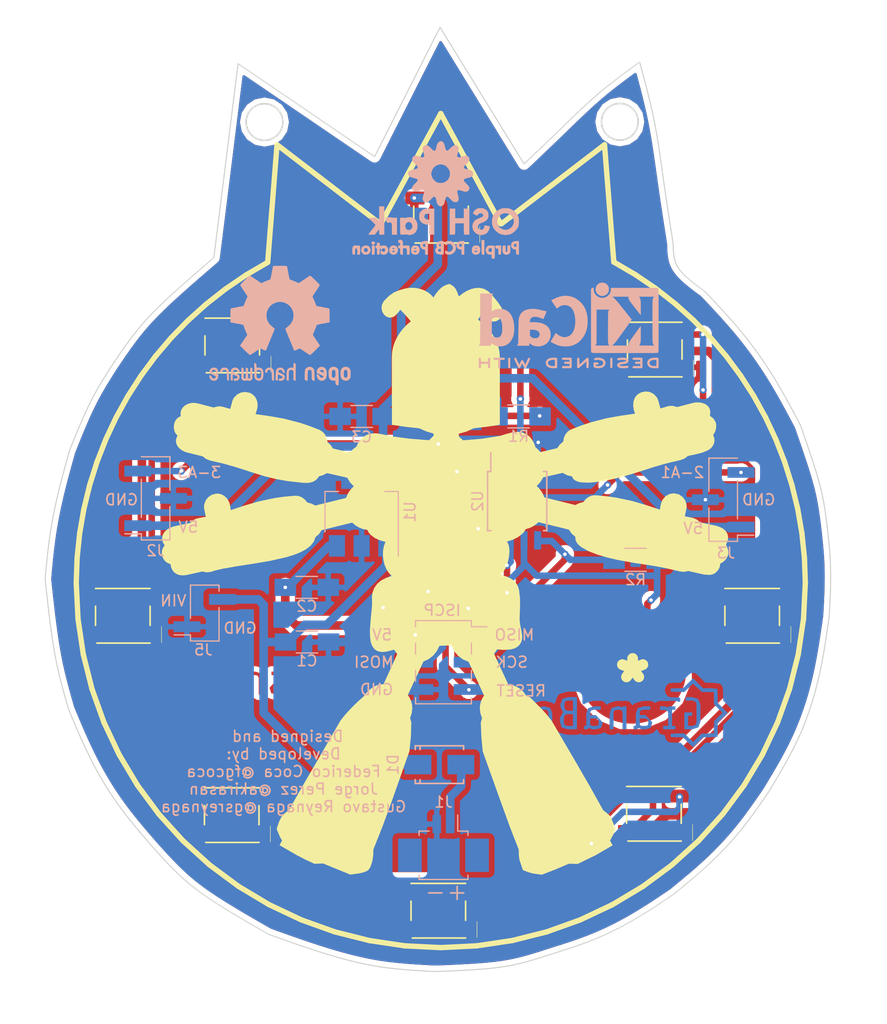
<source format=kicad_pcb>
(kicad_pcb (version 4) (host pcbnew 4.0.7)
  (title_block (title "Project Title"))
  (layers (0 F.Cu signal) (31 B.Cu signal hide) (34 B.Paste user hide) (35 F.Paste user hide) (36 B.SilkS user hide) (37 F.SilkS user hide) (38 B.Mask user hide) (39 F.Mask user hide) (44 Edge.Cuts user hide))
  (net 0 "")
  (net 1 GND)
  (net 2 +5V)
  (net 3 MISO-1-PWM)
  (net 4 VCC)
  (net 5 VBAT)
  (net 6 "Net-(D2-Pad2)")
  (net 7 3-A3)
  (net 8 4-A2)
  (net 9 RESET)
  (net 10 MOSI-0-PWM)
  (net 11 SCK-2-A1)
  (net 12 "Net-(LED1-Pad4)")
  (net 13 "Net-(LED2-Pad4)")
  (net 14 "Net-(LED3-Pad4)")
  (net 15 "Net-(LED4-Pad4)")
  (net 16 "Net-(LED5-Pad4)")
  (net 17 "Net-(LED6-Pad4)")
  (net 18 "Net-(LED7-Pad4)")
  (net 19 "Net-(LED8-Pad4)")
  (module Granabot:logo_letra_Mask (layer B.Cu) (at 152.908 117.094 180)
    (fp_text reference svg2mod4 hide)
    (fp_text value G***4 hide)
  )
  (module "Granabot:hormiga con borde" (layer F.Cu) (at 136.271 100.1522)
    (fp_text reference svg2mod4 hide)
    (fp_text value G***4 hide)
  )
  (module Connectors_Molex:Molex_PicoBlade_53261-0271_02x1.25mm_Angled (layer B.Cu) (at 136.525 128.905 180)
    (fp_text reference J1 (at 0 3.5 180) (layer B.SilkS) (effects (justify mirror)))
    (fp_text value CONN_01X02)
    (pad "" smd rect (at 3.125 -1.45 180) (size 2.2 3.1) (layers B.Cu B.Paste B.Mask))
    (pad "" smd rect (at -3.125 -1.45 180) (size 2.2 3.1) (layers B.Cu B.Paste B.Mask))
    (pad 2 smd rect (at 0.625 1.45 180) (size 0.8 1.7) (layers B.Cu B.Paste B.Mask) (net 1 GND))
    (pad 1 smd rect (at -0.625 1.45 180) (size 0.8 1.7) (layers B.Cu B.Paste B.Mask) (net 5 VBAT))
  )
  (module Pin_Headers:Pin_Header_Straight_2x03_Pitch2.54mm_SMD (layer B.Cu) (at 136.525 112.395 180)
    (fp_text reference J4 hide)
    (fp_text value CONN_02X03)
    (pad 6 smd rect (at 2.525 -2.54 180) (size 3.15 1) (layers B.Cu B.Paste B.Mask) (net 1 GND))
    (pad 5 smd rect (at -2.525 -2.54 180) (size 3.15 1) (layers B.Cu B.Paste B.Mask) (net 9 RESET))
    (pad 4 smd rect (at 2.525 0 180) (size 3.15 1) (layers B.Cu B.Paste B.Mask) (net 10 MOSI-0-PWM))
    (pad 3 smd rect (at -2.525 0 180) (size 3.15 1) (layers B.Cu B.Paste B.Mask) (net 11 SCK-2-A1))
    (pad 2 smd rect (at 2.525 2.54 180) (size 3.15 1) (layers B.Cu B.Paste B.Mask) (net 2 +5V))
    (pad 1 smd rect (at -2.525 2.54 180) (size 3.15 1) (layers B.Cu B.Paste B.Mask) (net 3 MISO-1-PWM))
  )
  (module Pin_Headers:Pin_Header_Straight_1x02_Pitch2.54mm_SMD_Pin1Left (layer B.Cu) (at 114.304 107.823)
    (fp_text reference J5 (at -0.131 3.429) (layer B.SilkS) (effects (justify mirror)))
    (fp_text value CONN_01X02)
    (pad 2 smd rect (at 1.655 -1.27) (size 2.51 1) (layers B.Cu B.Paste B.Mask) (net 4 VCC))
    (pad 1 smd rect (at -1.655 1.27) (size 2.51 1) (layers B.Cu B.Paste B.Mask) (net 1 GND))
  )
  (module OSHwi:WS2812B (layer F.Cu) (at 136.2964 70.866)
    (fp_text reference LED1)
    (fp_text value WS2812B hide)
    (pad 1 smd rect (at 2.4384 1.651) (size 1.8 1.2) (layers F.Cu F.Paste F.Mask) (net 1 GND))
    (pad 2 smd rect (at 2.4384 -1.651) (size 1.8 1.2) (layers F.Cu F.Paste F.Mask) (net 8 4-A2))
    (pad 3 smd rect (at -2.4384 -1.651) (size 1.8 1.2) (layers F.Cu F.Paste F.Mask) (net 2 +5V))
    (pad 4 smd rect (at -2.4384 1.651) (size 1.8 1.2) (layers F.Cu F.Paste F.Mask) (net 12 "Net-(LED1-Pad4)"))
  )
  (module OSHwi:WS2812B (layer F.Cu) (at 116.8654 82.931)
    (fp_text reference LED2)
    (fp_text value WS2812B hide)
    (pad 1 smd rect (at 2.4384 1.651) (size 1.8 1.2) (layers F.Cu F.Paste F.Mask) (net 1 GND))
    (pad 2 smd rect (at 2.4384 -1.651) (size 1.8 1.2) (layers F.Cu F.Paste F.Mask) (net 12 "Net-(LED1-Pad4)"))
    (pad 3 smd rect (at -2.4384 -1.651) (size 1.8 1.2) (layers F.Cu F.Paste F.Mask) (net 2 +5V))
    (pad 4 smd rect (at -2.4384 1.651) (size 1.8 1.2) (layers F.Cu F.Paste F.Mask) (net 13 "Net-(LED2-Pad4)"))
  )
  (module OSHwi:WS2812B (layer F.Cu) (at 106.68 108.077)
    (fp_text reference LED3)
    (fp_text value WS2812B hide)
    (pad 1 smd rect (at 2.4384 1.651) (size 1.8 1.2) (layers F.Cu F.Paste F.Mask) (net 1 GND))
    (pad 2 smd rect (at 2.4384 -1.651) (size 1.8 1.2) (layers F.Cu F.Paste F.Mask) (net 13 "Net-(LED2-Pad4)"))
    (pad 3 smd rect (at -2.4384 -1.651) (size 1.8 1.2) (layers F.Cu F.Paste F.Mask) (net 2 +5V))
    (pad 4 smd rect (at -2.4384 1.651) (size 1.8 1.2) (layers F.Cu F.Paste F.Mask) (net 14 "Net-(LED3-Pad4)"))
  )
  (module OSHwi:WS2812B (layer F.Cu) (at 116.8146 126.619)
    (fp_text reference LED4)
    (fp_text value WS2812B hide)
    (pad 1 smd rect (at 2.4384 1.651) (size 1.8 1.2) (layers F.Cu F.Paste F.Mask) (net 1 GND))
    (pad 2 smd rect (at 2.4384 -1.651) (size 1.8 1.2) (layers F.Cu F.Paste F.Mask) (net 14 "Net-(LED3-Pad4)"))
    (pad 3 smd rect (at -2.4384 -1.651) (size 1.8 1.2) (layers F.Cu F.Paste F.Mask) (net 2 +5V))
    (pad 4 smd rect (at -2.4384 1.651) (size 1.8 1.2) (layers F.Cu F.Paste F.Mask) (net 15 "Net-(LED4-Pad4)"))
  )
  (module OSHwi:WS2812B (layer F.Cu) (at 136.0424 135.509)
    (fp_text reference LED5)
    (fp_text value WS2812B hide)
    (pad 1 smd rect (at 2.4384 1.651) (size 1.8 1.2) (layers F.Cu F.Paste F.Mask) (net 1 GND))
    (pad 2 smd rect (at 2.4384 -1.651) (size 1.8 1.2) (layers F.Cu F.Paste F.Mask) (net 15 "Net-(LED4-Pad4)"))
    (pad 3 smd rect (at -2.4384 -1.651) (size 1.8 1.2) (layers F.Cu F.Paste F.Mask) (net 2 +5V))
    (pad 4 smd rect (at -2.4384 1.651) (size 1.8 1.2) (layers F.Cu F.Paste F.Mask) (net 16 "Net-(LED5-Pad4)"))
  )
  (module OSHwi:WS2812B (layer F.Cu) (at 156.1084 126.492)
    (fp_text reference LED6)
    (fp_text value WS2812B hide)
    (pad 1 smd rect (at 2.4384 1.651) (size 1.8 1.2) (layers F.Cu F.Paste F.Mask) (net 1 GND))
    (pad 2 smd rect (at 2.4384 -1.651) (size 1.8 1.2) (layers F.Cu F.Paste F.Mask) (net 16 "Net-(LED5-Pad4)"))
    (pad 3 smd rect (at -2.4384 -1.651) (size 1.8 1.2) (layers F.Cu F.Paste F.Mask) (net 2 +5V))
    (pad 4 smd rect (at -2.4384 1.651) (size 1.8 1.2) (layers F.Cu F.Paste F.Mask) (net 17 "Net-(LED6-Pad4)"))
  )
  (module OSHwi:WS2812B (layer F.Cu) (at 165.2524 108.077)
    (fp_text reference LED7)
    (fp_text value WS2812B hide)
    (pad 1 smd rect (at 2.4384 1.651) (size 1.8 1.2) (layers F.Cu F.Paste F.Mask) (net 1 GND))
    (pad 2 smd rect (at 2.4384 -1.651) (size 1.8 1.2) (layers F.Cu F.Paste F.Mask) (net 17 "Net-(LED6-Pad4)"))
    (pad 3 smd rect (at -2.4384 -1.651) (size 1.8 1.2) (layers F.Cu F.Paste F.Mask) (net 2 +5V))
    (pad 4 smd rect (at -2.4384 1.651) (size 1.8 1.2) (layers F.Cu F.Paste F.Mask) (net 18 "Net-(LED7-Pad4)"))
  )
  (module OSHwi:WS2812B (layer F.Cu) (at 156.1846 83.312)
    (fp_text reference LED8)
    (fp_text value WS2812B hide)
    (pad 1 smd rect (at 2.4384 1.651) (size 1.8 1.2) (layers F.Cu F.Paste F.Mask) (net 1 GND))
    (pad 2 smd rect (at 2.4384 -1.651) (size 1.8 1.2) (layers F.Cu F.Paste F.Mask) (net 18 "Net-(LED7-Pad4)"))
    (pad 3 smd rect (at -2.4384 -1.651) (size 1.8 1.2) (layers F.Cu F.Paste F.Mask) (net 2 +5V))
    (pad 4 smd rect (at -2.4384 1.651) (size 1.8 1.2) (layers F.Cu F.Paste F.Mask) (net 19 "Net-(LED8-Pad4)"))
  )
  (module TO_SOT_Packages_SMD:SOT-223-3Lead_TabPin2 (layer B.Cu) (at 128.905 98.425 90)
    (fp_text reference U1 (at 0 4.5 90) (layer B.SilkS) (effects (justify mirror)))
    (fp_text value LM340MP-5.0/NOPB)
    (pad 1 smd rect (at -3.15 2.3 90) (size 2 1.5) (layers B.Cu B.Paste B.Mask) (net 4 VCC))
    (pad 3 smd rect (at -3.15 -2.3 90) (size 2 1.5) (layers B.Cu B.Paste B.Mask) (net 2 +5V))
    (pad 2 smd rect (at -3.15 0 90) (size 2 1.5) (layers B.Cu B.Paste B.Mask) (net 1 GND))
    (pad 2 smd rect (at 3.15 0 90) (size 2 3.8) (layers B.Cu B.Paste B.Mask) (net 1 GND))
  )
  (module Granabot:CAPSENSE-CIRCLE2-D10MM (layer F.Cu) (at 154.051 113.03)
    (fp_text reference CAP1)
    (fp_text value CAPSENSE_CIRCLE hide)
    (pad 1 smd circle (at 0 0) (size 10.16 10.16) (layers F.Cu) (net 3 MISO-1-PWM) (clearance 0.508))
  )
  (module Symbols:OSHW-Logo2_14.6x12mm_SilkScreen (layer B.Cu) (at 121.3104 81.0768 180)
    (fp_text reference REF***OSHW hide)
    (fp_text value OSHW-Logo2_14.6x12mm_SilkScreen hide)
  )
  (module Symbols:KiCad-Logo2_8mm_SilkScreen (layer B.Cu) (at 148.1836 81.0514 180)
    (fp_text reference REF***KiCad hide)
    (fp_text value KiCad-Logo2_8mm_SilkScreen hide)
  )
  (module Pin_Headers:Pin_Header_Straight_1x03_Pitch2.54mm_SMD_Pin1Left (layer B.Cu) (at 109.732 97.155)
    (fp_text reference J2 (at 0 4.87) (layer B.SilkS) (effects (justify mirror)))
    (fp_text value CONN_01X03)
    (pad 2 smd rect (at 1.655 0) (size 2.51 1) (layers B.Cu B.Paste B.Mask) (net 1 GND))
    (pad 3 smd rect (at -1.655 -2.54) (size 2.51 1) (layers B.Cu B.Paste B.Mask) (net 7 3-A3))
    (pad 1 smd rect (at -1.655 2.54) (size 2.51 1) (layers B.Cu B.Paste B.Mask) (net 2 +5V))
  )
  (module Pin_Headers:Pin_Header_Straight_1x03_Pitch2.54mm_SMD_Pin1Right (layer B.Cu) (at 162.556 97.282)
    (fp_text reference J3 (at 0.258 4.953) (layer B.SilkS) (effects (justify mirror)))
    (fp_text value CONN_01X03)
    (pad 3 smd rect (at 1.655 -2.54) (size 2.51 1) (layers B.Cu B.Paste B.Mask) (net 11 SCK-2-A1))
    (pad 1 smd rect (at 1.655 2.54) (size 2.51 1) (layers B.Cu B.Paste B.Mask) (net 2 +5V))
    (pad 2 smd rect (at -1.655 0) (size 2.51 1) (layers B.Cu B.Paste B.Mask) (net 1 GND))
  )
  (module Capacitors_SMD:C_1206_HandSoldering (layer B.Cu) (at 123.825 110.5154)
    (fp_text reference C1 (at 0 1.75) (layer B.SilkS) (effects (justify mirror)))
    (fp_text value 4.7uF)
    (pad 2 smd rect (at 2 0) (size 2 1.6) (layers B.Cu B.Paste B.Mask) (net 1 GND))
    (pad 1 smd rect (at -2 0) (size 2 1.6) (layers B.Cu B.Paste B.Mask) (net 4 VCC))
  )
  (module Capacitors_SMD:C_1206_HandSoldering (layer B.Cu) (at 123.7996 105.4354)
    (fp_text reference C2 (at 0 1.75) (layer B.SilkS) (effects (justify mirror)))
    (fp_text value 4.7uF)
    (pad 2 smd rect (at 2 0) (size 2 1.6) (layers B.Cu B.Paste B.Mask) (net 1 GND))
    (pad 1 smd rect (at -2 0) (size 2 1.6) (layers B.Cu B.Paste B.Mask) (net 2 +5V))
  )
  (module Capacitors_SMD:C_1206_HandSoldering (layer B.Cu) (at 128.905 89.535 180)
    (fp_text reference C3 (at 0 -1.905 180) (layer B.SilkS) (effects (justify mirror)))
    (fp_text value 22nF)
    (pad 2 smd rect (at 2 0 180) (size 2 1.6) (layers B.Cu B.Paste B.Mask) (net 1 GND))
    (pad 1 smd rect (at -2 0 180) (size 2 1.6) (layers B.Cu B.Paste B.Mask) (net 2 +5V))
  )
  (module LEDs:LED_1206_HandSoldering (layer F.Cu) (at 136.8552 83.7184 180)
    (fp_text reference D2 (at 0 -1.85 180) (layer F.SilkS))
    (fp_text value ON)
    (pad 2 smd rect (at 2 0 180) (size 2 1.7) (layers F.Cu F.Paste F.Mask) (net 6 "Net-(D2-Pad2)"))
    (pad 1 smd rect (at -2 0 180) (size 2 1.7) (layers F.Cu F.Paste F.Mask) (net 1 GND))
  )
  (module Resistors_SMD:R_1206_HandSoldering (layer B.Cu) (at 143.51 89.535)
    (fp_text reference R1 (at 0 1.85) (layer B.SilkS) (effects (justify mirror)))
    (fp_text value 1k)
    (pad 2 smd rect (at 2 0) (size 2 1.7) (layers B.Cu B.Paste B.Mask) (net 6 "Net-(D2-Pad2)"))
    (pad 1 smd rect (at -2 0) (size 2 1.7) (layers B.Cu B.Paste B.Mask) (net 2 +5V))
  )
  (module Resistors_SMD:R_1206_HandSoldering (layer B.Cu) (at 154.4 102.87)
    (fp_text reference R2 (at 0 1.85) (layer B.SilkS) (effects (justify mirror)))
    (fp_text value "1M Ohms")
    (pad 2 smd rect (at 2 0) (size 2 1.7) (layers B.Cu B.Paste B.Mask) (net 3 MISO-1-PWM))
    (pad 1 smd rect (at -2 0) (size 2 1.7) (layers B.Cu B.Paste B.Mask) (net 10 MOSI-0-PWM))
  )
  (module Granabot:logo_letra_Cu (layer F.Cu) (at 118.7704 113.8682)
    (fp_text reference svg2mod1 hide)
    (fp_text value G***1 hide)
    (fp_poly (pts (xy -7.333423 2.742437) (xy -7.449553 2.626693) (xy -7.565828 2.5108) (xy -7.68221 2.3948) (xy -7.798383 2.279013) (xy -7.961671 2.279013) (xy -8.125166 2.279013) (xy -8.28881 2.279013) (xy -8.452159 2.279013) (xy -8.619247 2.269413) (xy -8.786545 2.259813) (xy -8.953996 2.250213) (xy -9.121146 2.240613) (xy -9.124986 2.073125) (xy -9.128826 1.905424) (xy -9.132666 1.737563) (xy -9.136506 1.570011) (xy -9.136506 1.359909) (xy -9.136506 1.150384) (xy -9.136506 0.939056) (xy -9.252223 0.823461) (xy -9.368086 0.707728) (xy -9.484057 0.591888) (xy -9.599817 0.476251) (xy -9.715534 0.360656) (xy -9.831397 0.244923) (xy -9.947367 0.129083) (xy -10.063127 0.013445) (xy -9.94741 -0.102853) (xy -9.831547 -0.219301) (xy -9.715577 -0.335856) (xy -9.599817 -0.452197) (xy -9.484099 -0.568496) (xy -9.368236 -0.684955) (xy -9.252266 -0.801509) (xy -9.136506 -0.917851) (xy -9.136506 -1.128592) (xy -9.136506 -1.338768) (xy -9.136506 -1.550747) (xy -9.129999 -1.720933) (xy -9.123492 -1.891323) (xy -9.116986 -2.061883) (xy -9.110479 -2.232123) (xy -8.940297 -2.244176) (xy -8.769901 -2.256229) (xy -8.599348 -2.268389) (xy -8.429104 -2.280443) (xy -8.265402 -2.280443) (xy -8.101492 -2.280443) (xy -7.937435 -2.280443) (xy -7.773671 -2.280443) (xy -7.65737 -2.396165) (xy -7.540922 -2.512027) (xy -7.424367 -2.627995) (xy -7.308022 -2.74376) (xy -7.191721 -2.859472) (xy -7.075273 -2.975344) (xy -6.958719 -3.091312) (xy -6.842374 -3.207067) (xy -6.726783 -3.091355) (xy -6.611047 -2.975483) (xy -6.495204 -2.859515) (xy -6.379571 -2.74376) (xy -6.26398 -2.628037) (xy -6.148244 -2.512176) (xy -6.032401 -2.396208) (xy -5.916768 -2.280443) (xy -5.72714 -2.280443) (xy -5.538031 -2.280443) (xy -5.34729 -2.280443) (xy -5.164277 -2.272976) (xy -4.981766 -2.265509) (xy -4.797679 -2.258043) (xy -4.725924 -2.095227) (xy -4.79593 -1.945968) (xy -4.996834 -1.940635) (xy -5.197189 -1.935301) (xy -5.399274 -1.929968) (xy -5.559853 -1.929968) (xy -5.720635 -1.929968) (xy -5.881563 -1.929968) (xy -6.042202 -1.929968) (xy -6.163089 -2.051504) (xy -6.283645 -2.172709) (xy -6.405242 -2.29496) (xy -6.541837 -2.425189) (xy -6.678058 -2.555056) (xy -6.815455 -2.686043) (xy -6.961484 -2.564645) (xy -7.107111 -2.443589) (xy -7.253998 -2.321477) (xy -7.384319 -2.191397) (xy -7.514283 -2.061669) (xy -7.645369 -1.930821) (xy -7.833119 -1.928688) (xy -8.020356 -1.926555) (xy -8.20921 -1.924421) (xy -8.396961 -1.922288) (xy -8.584198 -1.920155) (xy -8.773052 -1.918021) (xy -8.775292 -1.730267) (xy -8.777532 -1.543035) (xy -8.779772 -1.354181) (xy -8.782012 -1.166427) (xy -8.784252 -0.979195) (xy -8.786492 -0.790341) (xy -8.917677 -0.658917) (xy -9.048501 -0.527845) (xy -9.180457 -0.395653) (xy -9.311642 -0.264229) (xy -9.442466 -0.133168) (xy -9.574421 -0.000976) (xy -9.445182 0.128453) (xy -9.316295 0.25752) (xy -9.186297 0.387707) (xy -9.057056 0.517125) (xy -8.92817 0.646192) (xy -8.798171 0.776379) (xy -8.794011 0.966128) (xy -8.789851 1.155365) (xy -8.785691 1.346235) (xy -8.781531 1.535995) (xy -8.777371 1.725232) (xy -8.773211 1.916101) (xy -8.583455 1.920368) (xy -8.39422 1.924635) (xy -8.20335 1.928901) (xy -8.013595 1.933168) (xy -7.824359 1.937435) (xy -7.633489 1.941701) (xy -7.506055 2.068955) (xy -7.378972 2.195856) (xy -7.25079 2.323856) (xy -7.115438 2.451109) (xy -6.980455 2.578021) (xy -6.844308 2.706021) (xy -6.706133 2.576677) (xy -6.568337 2.447696) (xy -6.42935 2.317595) (xy -6.299095 2.188251) (xy -6.169197 2.059269) (xy -6.038176 1.929168) (xy -5.828359 1.929168) (xy -5.619119 1.929168) (xy -5.40807 1.929168) (xy -5.20646 1.935568) (xy -5.005403 1.941968) (xy -4.802608 1.948368) (xy -4.726085 2.111995) (xy -4.789776 2.260837) (xy -4.967725 2.267237) (xy -5.145187 2.273637) (xy -5.324181 2.280037) (xy -5.513211 2.280037) (xy -5.701722 2.280037) (xy -5.89186 2.280037) (xy -6.007524 2.395824) (xy -6.123333 2.511771) (xy -6.239249 2.627813) (xy -6.354956 2.743643) (xy -6.476942 2.859387) (xy -6.599082 2.97528) (xy -6.721333 3.09128) (xy -6.843364 3.207067) (xy -6.965817 3.09128) (xy -7.088422 2.975333) (xy -7.211141 2.859291) (xy -7.333638 2.743461) (xy -7.333587 2.744037) (xy -7.333423 2.742437)) (layer F.Cu) (width 0))
    (fp_poly (pts (xy -6.763411 1.543163) (xy -7.336785 1.363451) (xy -7.533615 0.815749) (xy -7.533615 -0.724656) (xy -7.336785 -1.26808) (xy -6.763411 -1.452069) (xy -6.160085 -1.452069) (xy -6.160085 -1.126875) (xy -6.806201 -1.126875) (xy -7.062935 -1.032688) (xy -7.161346 -0.805904) (xy -7.161346 0.897104) (xy -7.062935 1.123877) (xy -6.806201 1.218064) (xy -6.386867 1.218064) (xy -6.386867 0.289541) (xy -6.759133 0.289541) (xy -6.759133 -0.031387) (xy -6.031718 -0.031387) (xy -6.031718 1.543259) (xy -6.763411 1.543259) (xy -6.763411 1.543163)) (layer F.Cu) (width 0))
    (fp_poly (pts (xy -4.888982 1.222245) (xy -4.888982 -0.275376) (xy -5.201343 -0.275376) (xy -5.201343 -0.596293) (xy -4.54667 -0.596293) (xy -4.54667 -0.480763) (xy -4.204357 -0.596293) (xy -3.76363 -0.596293) (xy -3.76363 -0.253979) (xy -4.247147 -0.253979) (xy -4.452534 -0.164165) (xy -4.52527 0.011269) (xy -4.52527 1.222203) (xy -4.058869 1.222203) (xy -4.058869 1.54312) (xy -5.201338 1.54312) (xy -5.201338 1.222203) (xy -4.888977 1.222203) (xy -4.888982 1.222245)) (layer F.Cu) (width 0))
    (fp_poly (pts (xy -1.538331 1.543163) (xy -2.077471 1.222288) (xy -1.914873 1.162341) (xy -1.880643 1.008293) (xy -1.880643 0.537616) (xy -2.415507 0.537616) (xy -2.5995 0.610363) (xy -2.672236 0.794352) (xy -2.672236 1.008293) (xy -2.620886 1.170896) (xy -2.458288 1.222203) (xy -2.077465 1.222203) (xy -2.077471 1.222288) (xy -1.538331 1.543163) (xy -1.662419 1.508923) (xy -1.77367 1.414736) (xy -2.034684 1.543109) (xy -2.415507 1.543109) (xy -2.890466 1.414736) (xy -3.035949 0.965456) (xy -3.035949 0.879909) (xy -2.411228 0.216677) (xy -1.880643 0.216677) (xy -1.880643 0.002736) (xy -1.961945 -0.202651) (xy -2.201564 -0.275397) (xy -2.864795 -0.275397) (xy -2.864795 -0.596315) (xy -2.244353 -0.596315) (xy -1.696653 -0.433712) (xy -1.516939 0.088315) (xy -1.516939 1.115248) (xy -1.469867 1.213701) (xy -1.302989 1.243675) (xy -1.302989 1.543205) (xy -1.538329 1.543205) (xy -1.538331 1.543163)) (layer F.Cu) (width 0))
    (fp_poly (pts (xy -0.301459 -0.596293) (xy -0.301459 -0.493573) (xy 0.040853 -0.596293) (xy 0.237683 -0.596293) (xy 0.751152 -0.433691) (xy 0.922308 0.088336) (xy 0.922308 1.543163) (xy 0.558601 1.543163) (xy 0.558601 0.002757) (xy 0.481577 -0.198352) (xy 0.280468 -0.275365) (xy -0.00194 -0.275365) (xy -0.211606 -0.198352) (xy -0.280065 -0.040037) (xy -0.280065 1.543163) (xy -0.643772 1.543163) (xy -0.643772 -0.596293) (xy -0.301459 -0.596293)) (layer F.Cu) (width 0))
    (fp_poly (pts (xy 3.074866 1.543163) (xy 2.535726 1.222288) (xy 2.698324 1.162341) (xy 2.732554 1.008293) (xy 2.732554 0.537616) (xy 2.19769 0.537616) (xy 2.013697 0.610363) (xy 1.94095 0.794352) (xy 1.94095 1.008293) (xy 1.9923 1.170896) (xy 2.154898 1.222203) (xy 2.535722 1.222203) (xy 2.535726 1.222288) (xy 3.074866 1.543163) (xy 2.950778 1.508923) (xy 2.839526 1.414736) (xy 2.578513 1.543109) (xy 2.19769 1.543109) (xy 1.722731 1.414736) (xy 1.577248 0.965456) (xy 1.577248 0.879909) (xy 2.201969 0.216677) (xy 2.732554 0.216677) (xy 2.732554 0.002736) (xy 2.651252 -0.202651) (xy 2.411633 -0.275397) (xy 1.748402 -0.275397) (xy 1.748402 -0.596315) (xy 2.368844 -0.596315) (xy 2.916544 -0.433712) (xy 3.096258 0.088315) (xy 3.096258 1.115248) (xy 3.14333 1.213701) (xy 3.310208 1.243675) (xy 3.310208 1.543205) (xy 3.074868 1.543205) (xy 3.074866 1.543163)) (layer F.Cu) (width 0))
    (fp_poly (pts (xy 5.544062 0.867088) (xy 4.816643 -0.185531) (xy 5.039147 -0.271077) (xy 5.129003 -0.497861) (xy 5.129003 -0.823056) (xy 5.129008 -0.823077) (xy 5.051984 -1.058416) (xy 4.816643 -1.131163) (xy 4.333127 -1.131163) (xy 4.333127 -0.185531) (xy 4.816643 -0.185531) (xy 5.544062 0.867088) (xy 5.171797 0.443504) (xy 5.086219 0.220997) (xy 4.859437 0.135451) (xy 4.333132 0.135451) (xy 4.333132 1.222299) (xy 4.855158 1.222299) (xy 5.094777 1.149552) (xy 5.171801 0.909936) (xy 5.171801 0.443536) (xy 5.171797 0.443504) (xy 5.544062 0.867088) (xy 5.372906 1.389115) (xy 4.816647 1.543163) (xy 3.960866 1.543163) (xy 3.960866 -1.452069) (xy 4.765301 -1.452069) (xy 5.321559 -1.298032) (xy 5.501274 -0.78456) (xy 5.501274 -0.540667) (xy 5.265933 -0.044315) (xy 5.544062 0.481989) (xy 5.544062 0.867088)) (layer F.Cu) (width 0))
    (fp_poly (pts (xy 7.85494 0.858533) (xy 7.491233 0.002757) (xy 7.409932 -0.202629) (xy 7.170313 -0.275376) (xy 6.943531 -0.275376) (xy 6.703911 -0.202629) (xy 6.62261 0.002757) (xy 6.62261 0.944112) (xy 6.703911 1.149499) (xy 6.943531 1.222245) (xy 7.170313 1.222245) (xy 7.409932 1.149499) (xy 7.491233 0.944112) (xy 7.491233 0.002757) (xy 7.85494 0.858533) (xy 7.675226 1.38056) (xy 7.127525 1.543163) (xy 6.986322 1.543163) (xy 6.434342 1.38056) (xy 6.258908 0.858533) (xy 6.258908 0.088336) (xy 6.434342 -0.433691) (xy 6.986322 -0.596293) (xy 7.127525 -0.596293) (xy 7.675226 -0.433691) (xy 7.85494 0.088336) (xy 7.85494 0.858533)) (layer F.Cu) (width 0))
    (fp_poly (pts (xy 9.523982 1.543163) (xy 9.190227 1.401957) (xy 9.074697 1.029691) (xy 9.074697 -0.275376) (xy 8.668201 -0.275376) (xy 8.668201 -0.596293) (xy 9.074697 -0.596293) (xy 9.074697 -1.109765) (xy 9.438403 -1.109765) (xy 9.438403 -0.596293) (xy 10.063124 -0.596293) (xy 10.063124 -0.275376) (xy 9.438403 -0.275376) (xy 9.438403 1.051088) (xy 9.485475 1.183728) (xy 9.630958 1.222235) (xy 10.063127 1.222235) (xy 10.063127 1.543152) (xy 9.523985 1.543152) (xy 9.523982 1.543163)) (layer F.Cu) (width 0))
  )
  (module Granabot:logo_letra_Mask (layer F.Cu) (at 118.7704 113.8682)
    (fp_text reference svg2mod2 hide)
    (fp_text value G***2 hide)
  )
  (module Granabot:logo_letra_Cu (layer B.Cu) (at 152.908 117.094 180)
    (fp_text reference svg2mod3 hide)
    (fp_text value G***3 hide)
    (fp_poly (pts (xy -7.333423 -2.742437) (xy -7.449553 -2.626693) (xy -7.565828 -2.5108) (xy -7.68221 -2.3948) (xy -7.798383 -2.279013) (xy -7.961671 -2.279013) (xy -8.125166 -2.279013) (xy -8.28881 -2.279013) (xy -8.452159 -2.279013) (xy -8.619247 -2.269413) (xy -8.786545 -2.259813) (xy -8.953996 -2.250213) (xy -9.121146 -2.240613) (xy -9.124986 -2.073125) (xy -9.128826 -1.905424) (xy -9.132666 -1.737563) (xy -9.136506 -1.570011) (xy -9.136506 -1.359909) (xy -9.136506 -1.150384) (xy -9.136506 -0.939056) (xy -9.252223 -0.823461) (xy -9.368086 -0.707728) (xy -9.484057 -0.591888) (xy -9.599817 -0.476251) (xy -9.715534 -0.360656) (xy -9.831397 -0.244923) (xy -9.947367 -0.129083) (xy -10.063127 -0.013445) (xy -9.94741 0.102853) (xy -9.831547 0.219301) (xy -9.715577 0.335856) (xy -9.599817 0.452197) (xy -9.484099 0.568496) (xy -9.368236 0.684955) (xy -9.252266 0.801509) (xy -9.136506 0.917851) (xy -9.136506 1.128592) (xy -9.136506 1.338768) (xy -9.136506 1.550747) (xy -9.129999 1.720933) (xy -9.123492 1.891323) (xy -9.116986 2.061883) (xy -9.110479 2.232123) (xy -8.940297 2.244176) (xy -8.769901 2.256229) (xy -8.599348 2.268389) (xy -8.429104 2.280443) (xy -8.265402 2.280443) (xy -8.101492 2.280443) (xy -7.937435 2.280443) (xy -7.773671 2.280443) (xy -7.65737 2.396165) (xy -7.540922 2.512027) (xy -7.424367 2.627995) (xy -7.308022 2.74376) (xy -7.191721 2.859472) (xy -7.075273 2.975344) (xy -6.958719 3.091312) (xy -6.842374 3.207067) (xy -6.726783 3.091355) (xy -6.611047 2.975483) (xy -6.495204 2.859515) (xy -6.379571 2.74376) (xy -6.26398 2.628037) (xy -6.148244 2.512176) (xy -6.032401 2.396208) (xy -5.916768 2.280443) (xy -5.72714 2.280443) (xy -5.538031 2.280443) (xy -5.34729 2.280443) (xy -5.164277 2.272976) (xy -4.981766 2.265509) (xy -4.797679 2.258043) (xy -4.725924 2.095227) (xy -4.79593 1.945968) (xy -4.996834 1.940635) (xy -5.197189 1.935301) (xy -5.399274 1.929968) (xy -5.559853 1.929968) (xy -5.720635 1.929968) (xy -5.881563 1.929968) (xy -6.042202 1.929968) (xy -6.163089 2.051504) (xy -6.283645 2.172709) (xy -6.405242 2.29496) (xy -6.541837 2.425189) (xy -6.678058 2.555056) (xy -6.815455 2.686043) (xy -6.961484 2.564645) (xy -7.107111 2.443589) (xy -7.253998 2.321477) (xy -7.384319 2.191397) (xy -7.514283 2.061669) (xy -7.645369 1.930821) (xy -7.833119 1.928688) (xy -8.020356 1.926555) (xy -8.20921 1.924421) (xy -8.396961 1.922288) (xy -8.584198 1.920155) (xy -8.773052 1.918021) (xy -8.775292 1.730267) (xy -8.777532 1.543035) (xy -8.779772 1.354181) (xy -8.782012 1.166427) (xy -8.784252 0.979195) (xy -8.786492 0.790341) (xy -8.917677 0.658917) (xy -9.048501 0.527845) (xy -9.180457 0.395653) (xy -9.311642 0.264229) (xy -9.442466 0.133168) (xy -9.574421 0.000976) (xy -9.445182 -0.128453) (xy -9.316295 -0.25752) (xy -9.186297 -0.387707) (xy -9.057056 -0.517125) (xy -8.92817 -0.646192) (xy -8.798171 -0.776379) (xy -8.794011 -0.966128) (xy -8.789851 -1.155365) (xy -8.785691 -1.346235) (xy -8.781531 -1.535995) (xy -8.777371 -1.725232) (xy -8.773211 -1.916101) (xy -8.583455 -1.920368) (xy -8.39422 -1.924635) (xy -8.20335 -1.928901) (xy -8.013595 -1.933168) (xy -7.824359 -1.937435) (xy -7.633489 -1.941701) (xy -7.506055 -2.068955) (xy -7.378972 -2.195856) (xy -7.25079 -2.323856) (xy -7.115438 -2.451109) (xy -6.980455 -2.578021) (xy -6.844308 -2.706021) (xy -6.706133 -2.576677) (xy -6.568337 -2.447696) (xy -6.42935 -2.317595) (xy -6.299095 -2.188251) (xy -6.169197 -2.059269) (xy -6.038176 -1.929168) (xy -5.828359 -1.929168) (xy -5.619119 -1.929168) (xy -5.40807 -1.929168) (xy -5.20646 -1.935568) (xy -5.005403 -1.941968) (xy -4.802608 -1.948368) (xy -4.726085 -2.111995) (xy -4.789776 -2.260837) (xy -4.967725 -2.267237) (xy -5.145187 -2.273637) (xy -5.324181 -2.280037) (xy -5.513211 -2.280037) (xy -5.701722 -2.280037) (xy -5.89186 -2.280037) (xy -6.007524 -2.395824) (xy -6.123333 -2.511771) (xy -6.239249 -2.627813) (xy -6.354956 -2.743643) (xy -6.476942 -2.859387) (xy -6.599082 -2.97528) (xy -6.721333 -3.09128) (xy -6.843364 -3.207067) (xy -6.965817 -3.09128) (xy -7.088422 -2.975333) (xy -7.211141 -2.859291) (xy -7.333638 -2.743461) (xy -7.333587 -2.744037) (xy -7.333423 -2.742437)) (layer B.Cu) (width 0))
    (fp_poly (pts (xy -6.763411 -1.543163) (xy -7.336785 -1.363451) (xy -7.533615 -0.815749) (xy -7.533615 0.724656) (xy -7.336785 1.26808) (xy -6.763411 1.452069) (xy -6.160085 1.452069) (xy -6.160085 1.126875) (xy -6.806201 1.126875) (xy -7.062935 1.032688) (xy -7.161346 0.805904) (xy -7.161346 -0.897104) (xy -7.062935 -1.123877) (xy -6.806201 -1.218064) (xy -6.386867 -1.218064) (xy -6.386867 -0.289541) (xy -6.759133 -0.289541) (xy -6.759133 0.031387) (xy -6.031718 0.031387) (xy -6.031718 -1.543259) (xy -6.763411 -1.543259) (xy -6.763411 -1.543163)) (layer B.Cu) (width 0))
    (fp_poly (pts (xy -4.888982 -1.222245) (xy -4.888982 0.275376) (xy -5.201343 0.275376) (xy -5.201343 0.596293) (xy -4.54667 0.596293) (xy -4.54667 0.480763) (xy -4.204357 0.596293) (xy -3.76363 0.596293) (xy -3.76363 0.253979) (xy -4.247147 0.253979) (xy -4.452534 0.164165) (xy -4.52527 -0.011269) (xy -4.52527 -1.222203) (xy -4.058869 -1.222203) (xy -4.058869 -1.54312) (xy -5.201338 -1.54312) (xy -5.201338 -1.222203) (xy -4.888977 -1.222203) (xy -4.888982 -1.222245)) (layer B.Cu) (width 0))
    (fp_poly (pts (xy -1.538331 -1.543163) (xy -2.077471 -1.222288) (xy -1.914873 -1.162341) (xy -1.880643 -1.008293) (xy -1.880643 -0.537616) (xy -2.415507 -0.537616) (xy -2.5995 -0.610363) (xy -2.672236 -0.794352) (xy -2.672236 -1.008293) (xy -2.620886 -1.170896) (xy -2.458288 -1.222203) (xy -2.077465 -1.222203) (xy -2.077471 -1.222288) (xy -1.538331 -1.543163) (xy -1.662419 -1.508923) (xy -1.77367 -1.414736) (xy -2.034684 -1.543109) (xy -2.415507 -1.543109) (xy -2.890466 -1.414736) (xy -3.035949 -0.965456) (xy -3.035949 -0.879909) (xy -2.411228 -0.216677) (xy -1.880643 -0.216677) (xy -1.880643 -0.002736) (xy -1.961945 0.202651) (xy -2.201564 0.275397) (xy -2.864795 0.275397) (xy -2.864795 0.596315) (xy -2.244353 0.596315) (xy -1.696653 0.433712) (xy -1.516939 -0.088315) (xy -1.516939 -1.115248) (xy -1.469867 -1.213701) (xy -1.302989 -1.243675) (xy -1.302989 -1.543205) (xy -1.538329 -1.543205) (xy -1.538331 -1.543163)) (layer B.Cu) (width 0))
    (fp_poly (pts (xy -0.301459 0.596293) (xy -0.301459 0.493573) (xy 0.040853 0.596293) (xy 0.237683 0.596293) (xy 0.751152 0.433691) (xy 0.922308 -0.088336) (xy 0.922308 -1.543163) (xy 0.558601 -1.543163) (xy 0.558601 -0.002757) (xy 0.481577 0.198352) (xy 0.280468 0.275365) (xy -0.00194 0.275365) (xy -0.211606 0.198352) (xy -0.280065 0.040037) (xy -0.280065 -1.543163) (xy -0.643772 -1.543163) (xy -0.643772 0.596293) (xy -0.301459 0.596293)) (layer B.Cu) (width 0))
    (fp_poly (pts (xy 3.074866 -1.543163) (xy 2.535726 -1.222288) (xy 2.698324 -1.162341) (xy 2.732554 -1.008293) (xy 2.732554 -0.537616) (xy 2.19769 -0.537616) (xy 2.013697 -0.610363) (xy 1.94095 -0.794352) (xy 1.94095 -1.008293) (xy 1.9923 -1.170896) (xy 2.154898 -1.222203) (xy 2.535722 -1.222203) (xy 2.535726 -1.222288) (xy 3.074866 -1.543163) (xy 2.950778 -1.508923) (xy 2.839526 -1.414736) (xy 2.578513 -1.543109) (xy 2.19769 -1.543109) (xy 1.722731 -1.414736) (xy 1.577248 -0.965456) (xy 1.577248 -0.879909) (xy 2.201969 -0.216677) (xy 2.732554 -0.216677) (xy 2.732554 -0.002736) (xy 2.651252 0.202651) (xy 2.411633 0.275397) (xy 1.748402 0.275397) (xy 1.748402 0.596315) (xy 2.368844 0.596315) (xy 2.916544 0.433712) (xy 3.096258 -0.088315) (xy 3.096258 -1.115248) (xy 3.14333 -1.213701) (xy 3.310208 -1.243675) (xy 3.310208 -1.543205) (xy 3.074868 -1.543205) (xy 3.074866 -1.543163)) (layer B.Cu) (width 0))
    (fp_poly (pts (xy 5.544062 -0.867088) (xy 4.816643 0.185531) (xy 5.039147 0.271077) (xy 5.129003 0.497861) (xy 5.129003 0.823056) (xy 5.129008 0.823077) (xy 5.051984 1.058416) (xy 4.816643 1.131163) (xy 4.333127 1.131163) (xy 4.333127 0.185531) (xy 4.816643 0.185531) (xy 5.544062 -0.867088) (xy 5.171797 -0.443504) (xy 5.086219 -0.220997) (xy 4.859437 -0.135451) (xy 4.333132 -0.135451) (xy 4.333132 -1.222299) (xy 4.855158 -1.222299) (xy 5.094777 -1.149552) (xy 5.171801 -0.909936) (xy 5.171801 -0.443536) (xy 5.171797 -0.443504) (xy 5.544062 -0.867088) (xy 5.372906 -1.389115) (xy 4.816647 -1.543163) (xy 3.960866 -1.543163) (xy 3.960866 1.452069) (xy 4.765301 1.452069) (xy 5.321559 1.298032) (xy 5.501274 0.78456) (xy 5.501274 0.540667) (xy 5.265933 0.044315) (xy 5.544062 -0.481989) (xy 5.544062 -0.867088)) (layer B.Cu) (width 0))
    (fp_poly (pts (xy 7.85494 -0.858533) (xy 7.491233 -0.002757) (xy 7.409932 0.202629) (xy 7.170313 0.275376) (xy 6.943531 0.275376) (xy 6.703911 0.202629) (xy 6.62261 -0.002757) (xy 6.62261 -0.944112) (xy 6.703911 -1.149499) (xy 6.943531 -1.222245) (xy 7.170313 -1.222245) (xy 7.409932 -1.149499) (xy 7.491233 -0.944112) (xy 7.491233 -0.002757) (xy 7.85494 -0.858533) (xy 7.675226 -1.38056) (xy 7.127525 -1.543163) (xy 6.986322 -1.543163) (xy 6.434342 -1.38056) (xy 6.258908 -0.858533) (xy 6.258908 -0.088336) (xy 6.434342 0.433691) (xy 6.986322 0.596293) (xy 7.127525 0.596293) (xy 7.675226 0.433691) (xy 7.85494 -0.088336) (xy 7.85494 -0.858533)) (layer B.Cu) (width 0))
    (fp_poly (pts (xy 9.523982 -1.543163) (xy 9.190227 -1.401957) (xy 9.074697 -1.029691) (xy 9.074697 0.275376) (xy 8.668201 0.275376) (xy 8.668201 0.596293) (xy 9.074697 0.596293) (xy 9.074697 1.109765) (xy 9.438403 1.109765) (xy 9.438403 0.596293) (xy 10.063124 0.596293) (xy 10.063124 0.275376) (xy 9.438403 0.275376) (xy 9.438403 -1.051088) (xy 9.485475 -1.183728) (xy 9.630958 -1.222235) (xy 10.063127 -1.222235) (xy 10.063127 -1.543152) (xy 9.523985 -1.543152) (xy 9.523982 -1.543163)) (layer B.Cu) (width 0))
  )
  (module varios:OSHpark-2-1200 (layer B.Cu) (at 135.9408 72.39 180)
    (fp_text reference G***1 hide)
    (fp_text value LOGO1 hide)
  )
  (module varios:OSHpark-1-1200 (layer B.Cu) (at 136.3218 66.929 180)
    (fp_text reference G***2 hide)
    (fp_text value LOGO2 hide)
  )
  (module Wickerlib:DIODE-SMA (layer B.Cu) (at 136.144 121.92)
    (fp_text reference D1)
    (fp_text value MBRA140 hide)
    (fp_text user %R (at -4.318 0 270) (layer B.SilkS) (effects (justify mirror)))
    (pad 1 smd rect (at -1.99898 0) (size 2.49936 1.80086) (layers B.Cu B.Paste B.Mask) (net 4 VCC))
    (pad 2 smd rect (at 1.99898 0) (size 2.49936 1.80086) (layers B.Cu B.Paste B.Mask) (net 5 VBAT))
  )
  (module Housings_SOIC:SOIJ-8_5.3x5.3mm_Pitch1.27mm (layer B.Cu) (at 143.383 97.409 270)
    (fp_text reference U2 (at 0 3.68 270) (layer B.SilkS) (effects (justify mirror)))
    (fp_text value ATTINY85-20SU)
    (pad 1 smd rect (at -3.65 1.905 270) (size 1.7 0.65) (layers B.Cu B.Paste B.Mask) (net 9 RESET))
    (pad 2 smd rect (at -3.65 0.635 270) (size 1.7 0.65) (layers B.Cu B.Paste B.Mask) (net 7 3-A3))
    (pad 3 smd rect (at -3.65 -0.635 270) (size 1.7 0.65) (layers B.Cu B.Paste B.Mask) (net 8 4-A2))
    (pad 4 smd rect (at -3.65 -1.905 270) (size 1.7 0.65) (layers B.Cu B.Paste B.Mask) (net 1 GND))
    (pad 5 smd rect (at 3.65 -1.905 270) (size 1.7 0.65) (layers B.Cu B.Paste B.Mask) (net 10 MOSI-0-PWM))
    (pad 6 smd rect (at 3.65 -0.635 270) (size 1.7 0.65) (layers B.Cu B.Paste B.Mask) (net 3 MISO-1-PWM))
    (pad 7 smd rect (at 3.65 0.635 270) (size 1.7 0.65) (layers B.Cu B.Paste B.Mask) (net 11 SCK-2-A1))
    (pad 8 smd rect (at 3.65 1.905 270) (size 1.7 0.65) (layers B.Cu B.Paste B.Mask) (net 2 +5V))
  )
  (gr_circle (center 119.8626 62.1538) (end 121.031 63.3984) (layer Edge.Cuts) (width 0.1524))
  (gr_circle (center 152.9334 62.1284) (end 154.1018 63.373) (layer Edge.Cuts) (width 0.1524))
  (gr_text - (at 135.763 133.731) (layer B.SilkS) (effects (font (size 1.6 1.6) (thickness 0.1524)) (justify mirror)))
  (gr_text + (at 137.795 133.731) (layer B.SilkS) (effects (font (size 1.6 1.6) (thickness 0.1524)) (justify mirror)))
  (gr_text ISCP (at 136.398 107.569) (layer B.SilkS) (effects (font (size 1.016 1.016) (thickness 0.1524)) (justify mirror)))
  (gr_text 5V (at 159.766 99.949) (layer B.SilkS) (effects (font (size 1.016 1.016) (thickness 0.1524)) (justify mirror)))
  (gr_text GND (at 165.862 97.282) (layer B.SilkS) (effects (font (size 1.016 1.016) (thickness 0.1524)) (justify mirror)))
  (gr_text 5V (at 112.776 99.822) (layer B.SilkS) (effects (font (size 1.016 1.016) (thickness 0.1524)) (justify mirror)))
  (gr_text GND (at 106.553 97.282) (layer B.SilkS) (effects (font (size 1.016 1.016) (thickness 0.1524)) (justify mirror)))
  (gr_text "Designed and \nDeveloped by:\nFederico Coca @fgcoca\nJorge Perez @akirasan\nGustavo Reynaga @gsreynaga" (at 121.6406 122.555) (layer B.SilkS) (effects (font (size 1.016 1.016) (thickness 0.1524)) (justify mirror)))
  (gr_text VIN (at 111.379 106.68) (layer B.SilkS) (effects (font (size 1.016 1.016) (thickness 0.1524)) (justify mirror)))
  (gr_text GND (at 117.602 109.22) (layer B.SilkS) (effects (font (size 1.016 1.016) (thickness 0.1524)) (justify mirror)))
  (gr_text 2-A1 (at 158.75 94.742) (layer B.SilkS) (effects (font (size 1.016 1.016) (thickness 0.1524)) (justify mirror)))
  (gr_text 3-A3 (at 113.792 94.742) (layer B.SilkS) (effects (font (size 1.016 1.016) (thickness 0.1524)) (justify mirror)))
  (gr_text 5V (at 130.81 109.855) (layer B.SilkS) (effects (font (size 1.016 1.016) (thickness 0.1524)) (justify mirror)))
  (gr_text MOSI (at 130.048 112.395) (layer B.SilkS) (effects (font (size 1.016 1.016) (thickness 0.1524)) (justify mirror)))
  (gr_text GND (at 130.302 114.935) (layer B.SilkS) (effects (font (size 1.016 1.016) (thickness 0.1524)) (justify mirror)))
  (gr_text RESET (at 143.764 115.062) (layer B.SilkS) (effects (font (size 1.016 1.016) (thickness 0.1524)) (justify mirror)))
  (gr_text SCK (at 142.875 112.395) (layer B.SilkS) (effects (font (size 1.016 1.016) (thickness 0.1524)) (justify mirror)))
  (gr_text MISO (at 143.129 109.855) (layer B.SilkS) (effects (font (size 1.016 1.016) (thickness 0.1524)) (justify mirror)))
  (gr_text * (at 154.1272 114.2492) (layer F.SilkS) (effects (font (size 4 4) (thickness 1))))
  (gr_line (start 116.401525 64.786061) (end 116.449326 64.402071) (layer Edge.Cuts) (width 0.1))
  (gr_line (start 116.640493 62.866106) (end 116.688291 62.482115) (layer Edge.Cuts) (width 0.1))
  (gr_line (start 151.135043 59.348714) (end 151.369706 59.153944) (layer Edge.Cuts) (width 0.1))
  (gr_line (start 150.90218 59.545621) (end 151.135043 59.348714) (layer Edge.Cuts) (width 0.1))
  (gr_line (start 150.671133 59.744685) (end 150.90218 59.545621) (layer Edge.Cuts) (width 0.1))
  (gr_line (start 119.8392 58.37818) (end 120.109576 58.562164) (layer Edge.Cuts) (width 0.1))
  (gr_line (start 116.018521 67.857907) (end 116.066484 67.473937) (layer Edge.Cuts) (width 0.1))
  (gr_line (start 118.487321 57.458262) (end 118.757696 57.642246) (layer Edge.Cuts) (width 0.1))
  (gr_line (start 116.353716 65.17005) (end 116.401525 64.786061) (layer Edge.Cuts) (width 0.1))
  (gr_line (start 139.864613 59.286899) (end 140.030998 59.557275) (layer Edge.Cuts) (width 0.1))
  (gr_line (start 139.698228 59.016523) (end 139.864613 59.286899) (layer Edge.Cuts) (width 0.1))
  (gr_line (start 139.531843 58.746147) (end 139.698228 59.016523) (layer Edge.Cuts) (width 0.1))
  (gr_line (start 156.49338 64.051284) (end 156.550257 64.412461) (layer Edge.Cuts) (width 0.1))
  (gr_line (start 156.434642 63.690481) (end 156.49338 64.051284) (layer Edge.Cuts) (width 0.1))
  (gr_line (start 156.3738 63.330102) (end 156.434642 63.690481) (layer Edge.Cuts) (width 0.1))
  (gr_line (start 171.007122 94.065141) (end 171.073243 94.272915) (layer Edge.Cuts) (width 0.1))
  (gr_line (start 170.940248 93.857618) (end 171.007122 94.065141) (layer Edge.Cuts) (width 0.1))
  (gr_line (start 170.872747 93.65033) (end 170.940248 93.857618) (layer Edge.Cuts) (width 0.1))
  (gr_line (start 170.804739 93.443256) (end 170.872747 93.65033) (layer Edge.Cuts) (width 0.1))
  (gr_line (start 170.736289 93.236383) (end 170.804739 93.443256) (layer Edge.Cuts) (width 0.1))
  (gr_line (start 170.667425 93.029696) (end 170.736289 93.236383) (layer Edge.Cuts) (width 0.1))
  (gr_line (start 116.975206 60.178189) (end 117.023042 59.794203) (layer Edge.Cuts) (width 0.1))
  (gr_line (start 148.339337 138.979225) (end 148.081475 139.064148) (layer Edge.Cuts) (width 0.1))
  (gr_line (start 148.59675 138.893119) (end 148.339337 138.979225) (layer Edge.Cuts) (width 0.1))
  (gr_line (start 148.853647 138.80566) (end 148.59675 138.893119) (layer Edge.Cuts) (width 0.1))
  (gr_line (start 149.109964 138.716679) (end 148.853647 138.80566) (layer Edge.Cuts) (width 0.1))
  (gr_line (start 149.365638 138.626008) (end 149.109964 138.716679) (layer Edge.Cuts) (width 0.1))
  (gr_line (start 149.620604 138.533477) (end 149.365638 138.626008) (layer Edge.Cuts) (width 0.1))
  (gr_line (start 149.874797 138.438918) (end 149.620604 138.533477) (layer Edge.Cuts) (width 0.1))
  (gr_line (start 150.128153 138.34216) (end 149.874797 138.438918) (layer Edge.Cuts) (width 0.1))
  (gr_line (start 150.380607 138.243036) (end 150.128153 138.34216) (layer Edge.Cuts) (width 0.1))
  (gr_line (start 150.632096 138.141377) (end 150.380607 138.243036) (layer Edge.Cuts) (width 0.1))
  (gr_line (start 150.882576 138.037097) (end 150.632096 138.141377) (layer Edge.Cuts) (width 0.1))
  (gr_line (start 151.132033 137.930237) (end 150.882576 138.037097) (layer Edge.Cuts) (width 0.1))
  (gr_line (start 151.380459 137.820849) (end 151.132033 137.930237) (layer Edge.Cuts) (width 0.1))
  (gr_line (start 131.927722 61.785877) (end 132.057311 61.529899) (layer Edge.Cuts) (width 0.1))
  (gr_line (start 131.798134 62.041854) (end 131.927722 61.785877) (layer Edge.Cuts) (width 0.1))
  (gr_line (start 156.310611 62.970195) (end 156.3738 63.330102) (layer Edge.Cuts) (width 0.1))
  (gr_line (start 156.24483 62.610811) (end 156.310611 62.970195) (layer Edge.Cuts) (width 0.1))
  (gr_line (start 156.176216 62.251999) (end 156.24483 62.610811) (layer Edge.Cuts) (width 0.1))
  (gr_line (start 135.037844 55.642424) (end 135.167432 55.386447) (layer Edge.Cuts) (width 0.1))
  (gr_line (start 134.908255 55.898401) (end 135.037844 55.642424) (layer Edge.Cuts) (width 0.1))
  (gr_line (start 170.598178 92.823183) (end 170.667425 93.029696) (layer Edge.Cuts) (width 0.1))
  (gr_line (start 170.528577 92.61683) (end 170.598178 92.823183) (layer Edge.Cuts) (width 0.1))
  (gr_line (start 170.458651 92.410623) (end 170.528577 92.61683) (layer Edge.Cuts) (width 0.1))
  (gr_line (start 170.38843 92.20455) (end 170.458651 92.410623) (layer Edge.Cuts) (width 0.1))
  (gr_line (start 170.317943 91.998597) (end 170.38843 92.20455) (layer Edge.Cuts) (width 0.1))
  (gr_line (start 170.247221 91.79275) (end 170.317943 91.998597) (layer Edge.Cuts) (width 0.1))
  (gr_line (start 157.981121 74.684342) (end 158.003353 74.801709) (layer Edge.Cuts) (width 0.1))
  (gr_line (start 157.962456 74.565548) (end 157.981121 74.684342) (layer Edge.Cuts) (width 0.1))
  (gr_line (start 157.947002 74.44547) (end 157.962456 74.565548) (layer Edge.Cuts) (width 0.1))
  (gr_line (start 157.934401 74.324251) (end 157.947002 74.44547) (layer Edge.Cuts) (width 0.1))
  (gr_line (start 171.714798 96.580338) (end 171.762044 96.792576) (layer Edge.Cuts) (width 0.1))
  (gr_line (start 171.665285 96.368574) (end 171.714798 96.580338) (layer Edge.Cuts) (width 0.1))
  (gr_line (start 171.613632 96.157265) (end 171.665285 96.368574) (layer Edge.Cuts) (width 0.1))
  (gr_line (start 171.559964 95.946392) (end 171.613632 96.157265) (layer Edge.Cuts) (width 0.1))
  (gr_line (start 171.504408 95.735938) (end 171.559964 95.946392) (layer Edge.Cuts) (width 0.1))
  (gr_line (start 171.44709 95.525883) (end 171.504408 95.735938) (layer Edge.Cuts) (width 0.1))
  (gr_line (start 150.44178 59.945758) (end 150.671133 59.744685) (layer Edge.Cuts) (width 0.1))
  (gr_line (start 150.213988 60.148679) (end 150.44178 59.945758) (layer Edge.Cuts) (width 0.1))
  (gr_line (start 149.987624 60.35329) (end 150.213988 60.148679) (layer Edge.Cuts) (width 0.1))
  (gr_line (start 158.287759 75.571656) (end 158.34897 75.67318) (layer Edge.Cuts) (width 0.1))
  (gr_line (start 158.23149 75.468) (end 158.287759 75.571656) (layer Edge.Cuts) (width 0.1))
  (gr_line (start 158.180514 75.362146) (end 158.23149 75.468) (layer Edge.Cuts) (width 0.1))
  (gr_line (start 158.135093 75.254054) (end 158.180514 75.362146) (layer Edge.Cuts) (width 0.1))
  (gr_line (start 156.916738 66.946992) (end 156.967491 67.309372) (layer Edge.Cuts) (width 0.1))
  (gr_line (start 156.866071 66.584589) (end 156.916738 66.946992) (layer Edge.Cuts) (width 0.1))
  (gr_line (start 156.815248 66.222213) (end 156.866071 66.584589) (layer Edge.Cuts) (width 0.1))
  (gr_line (start 156.764024 65.859912) (end 156.815248 66.222213) (layer Edge.Cuts) (width 0.1))
  (gr_line (start 126.868973 63.161754) (end 127.139349 63.345737) (layer Edge.Cuts) (width 0.1))
  (gr_line (start 126.598597 62.97777) (end 126.868973 63.161754) (layer Edge.Cuts) (width 0.1))
  (gr_line (start 99.926823 108.821789) (end 99.893509 108.561485) (layer Edge.Cuts) (width 0.1))
  (gr_line (start 99.960895 109.082026) (end 99.926823 108.821789) (layer Edge.Cuts) (width 0.1))
  (gr_line (start 99.99581 109.342171) (end 99.960895 109.082026) (layer Edge.Cuts) (width 0.1))
  (gr_line (start 100.031656 109.602198) (end 99.99581 109.342171) (layer Edge.Cuts) (width 0.1))
  (gr_line (start 100.06852 109.862081) (end 100.031656 109.602198) (layer Edge.Cuts) (width 0.1))
  (gr_line (start 100.10649 110.121792) (end 100.06852 109.862081) (layer Edge.Cuts) (width 0.1))
  (gr_line (start 100.145653 110.381305) (end 100.10649 110.121792) (layer Edge.Cuts) (width 0.1))
  (gr_line (start 100.186097 110.640594) (end 100.145653 110.381305) (layer Edge.Cuts) (width 0.1))
  (gr_line (start 100.22791 110.899633) (end 100.186097 110.640594) (layer Edge.Cuts) (width 0.1))
  (gr_line (start 100.271179 111.158393) (end 100.22791 110.899633) (layer Edge.Cuts) (width 0.1))
  (gr_line (start 100.315992 111.41685) (end 100.271179 111.158393) (layer Edge.Cuts) (width 0.1))
  (gr_line (start 100.362437 111.674977) (end 100.315992 111.41685) (layer Edge.Cuts) (width 0.1))
  (gr_line (start 100.410601 111.932746) (end 100.362437 111.674977) (layer Edge.Cuts) (width 0.1))
  (gr_line (start 100.460571 112.190132) (end 100.410601 111.932746) (layer Edge.Cuts) (width 0.1))
  (gr_line (start 100.512436 112.447108) (end 100.460571 112.190132) (layer Edge.Cuts) (width 0.1))
  (gr_line (start 100.566283 112.703648) (end 100.512436 112.447108) (layer Edge.Cuts) (width 0.1))
  (gr_line (start 100.622188 112.959727) (end 100.566283 112.703648) (layer Edge.Cuts) (width 0.1))
  (gr_line (start 100.680099 113.215355) (end 100.622188 112.959727) (layer Edge.Cuts) (width 0.1))
  (gr_line (start 100.739885 113.470562) (end 100.680099 113.215355) (layer Edge.Cuts) (width 0.1))
  (gr_line (start 100.80141 113.725378) (end 100.739885 113.470562) (layer Edge.Cuts) (width 0.1))
  (gr_line (start 100.864541 113.979833) (end 100.80141 113.725378) (layer Edge.Cuts) (width 0.1))
  (gr_line (start 100.929145 114.233957) (end 100.864541 113.979833) (layer Edge.Cuts) (width 0.1))
  (gr_line (start 100.995086 114.48778) (end 100.929145 114.233957) (layer Edge.Cuts) (width 0.1))
  (gr_line (start 101.062233 114.741332) (end 100.995086 114.48778) (layer Edge.Cuts) (width 0.1))
  (gr_line (start 101.13045 114.994643) (end 101.062233 114.741332) (layer Edge.Cuts) (width 0.1))
  (gr_line (start 101.199605 115.247744) (end 101.13045 114.994643) (layer Edge.Cuts) (width 0.1))
  (gr_line (start 101.269562 115.500664) (end 101.199605 115.247744) (layer Edge.Cuts) (width 0.1))
  (gr_line (start 101.340189 115.753434) (end 101.269562 115.500664) (layer Edge.Cuts) (width 0.1))
  (gr_line (start 101.41135 116.006083) (end 101.340189 115.753434) (layer Edge.Cuts) (width 0.1))
  (gr_line (start 101.482914 116.258642) (end 101.41135 116.006083) (layer Edge.Cuts) (width 0.1))
  (gr_line (start 101.554745 116.511141) (end 101.482914 116.258642) (layer Edge.Cuts) (width 0.1))
  (gr_line (start 101.62671 116.76361) (end 101.554745 116.511141) (layer Edge.Cuts) (width 0.1))
  (gr_line (start 101.750834 117.059992) (end 101.62671 116.76361) (layer Edge.Cuts) (width 0.1))
  (gr_line (start 101.875124 117.356298) (end 101.750834 117.059992) (layer Edge.Cuts) (width 0.1))
  (gr_line (start 101.999745 117.652453) (end 101.875124 117.356298) (layer Edge.Cuts) (width 0.1))
  (gr_line (start 102.124863 117.948382) (end 101.999745 117.652453) (layer Edge.Cuts) (width 0.1))
  (gr_line (start 102.250644 118.244009) (end 102.124863 117.948382) (layer Edge.Cuts) (width 0.1))
  (gr_line (start 102.377254 118.53926) (end 102.250644 118.244009) (layer Edge.Cuts) (width 0.1))
  (gr_line (start 102.504857 118.834057) (end 102.377254 118.53926) (layer Edge.Cuts) (width 0.1))
  (gr_line (start 102.633621 119.128327) (end 102.504857 118.834057) (layer Edge.Cuts) (width 0.1))
  (gr_line (start 102.763711 119.421993) (end 102.633621 119.128327) (layer Edge.Cuts) (width 0.1))
  (gr_line (start 102.895291 119.714981) (end 102.763711 119.421993) (layer Edge.Cuts) (width 0.1))
  (gr_line (start 103.028529 120.007214) (end 102.895291 119.714981) (layer Edge.Cuts) (width 0.1))
  (gr_line (start 103.163589 120.298618) (end 103.028529 120.007214) (layer Edge.Cuts) (width 0.1))
  (gr_line (start 103.300638 120.589117) (end 103.163589 120.298618) (layer Edge.Cuts) (width 0.1))
  (gr_line (start 103.439841 120.878635) (end 103.300638 120.589117) (layer Edge.Cuts) (width 0.1))
  (gr_line (start 103.581364 121.167097) (end 103.439841 120.878635) (layer Edge.Cuts) (width 0.1))
  (gr_line (start 103.725372 121.454428) (end 103.581364 121.167097) (layer Edge.Cuts) (width 0.1))
  (gr_line (start 103.871975 121.740556) (end 103.725372 121.454428) (layer Edge.Cuts) (width 0.1))
  (gr_line (start 104.021201 122.025415) (end 103.871975 121.740556) (layer Edge.Cuts) (width 0.1))
  (gr_line (start 104.17307 122.30894) (end 104.021201 122.025415) (layer Edge.Cuts) (width 0.1))
  (gr_line (start 104.327602 122.591065) (end 104.17307 122.30894) (layer Edge.Cuts) (width 0.1))
  (gr_line (start 104.484819 122.871725) (end 104.327602 122.591065) (layer Edge.Cuts) (width 0.1))
  (gr_line (start 104.644738 123.150854) (end 104.484819 122.871725) (layer Edge.Cuts) (width 0.1))
  (gr_line (start 104.807382 123.428387) (end 104.644738 123.150854) (layer Edge.Cuts) (width 0.1))
  (gr_line (start 104.97277 123.704259) (end 104.807382 123.428387) (layer Edge.Cuts) (width 0.1))
  (gr_line (start 105.140922 123.978404) (end 104.97277 123.704259) (layer Edge.Cuts) (width 0.1))
  (gr_line (start 105.311858 124.250756) (end 105.140922 123.978404) (layer Edge.Cuts) (width 0.1))
  (gr_line (start 105.485599 124.521251) (end 105.311858 124.250756) (layer Edge.Cuts) (width 0.1))
  (gr_line (start 105.662165 124.789822) (end 105.485599 124.521251) (layer Edge.Cuts) (width 0.1))
  (gr_line (start 105.841575 125.056405) (end 105.662165 124.789822) (layer Edge.Cuts) (width 0.1))
  (gr_line (start 106.023851 125.320933) (end 105.841575 125.056405) (layer Edge.Cuts) (width 0.1))
  (gr_line (start 106.209012 125.583342) (end 106.023851 125.320933) (layer Edge.Cuts) (width 0.1))
  (gr_line (start 106.39707 125.843575) (end 106.209012 125.583342) (layer Edge.Cuts) (width 0.1))
  (gr_line (start 138.866302 57.664644) (end 139.032688 57.935019) (layer Edge.Cuts) (width 0.1))
  (gr_line (start 138.699917 57.394268) (end 138.866302 57.664644) (layer Edge.Cuts) (width 0.1))
  (gr_line (start 138.533532 57.123892) (end 138.699917 57.394268) (layer Edge.Cuts) (width 0.1))
  (gr_line (start 119.979546 137.549296) (end 119.729025 137.40596) (layer Edge.Cuts) (width 0.1))
  (gr_line (start 120.230096 137.692564) (end 119.979546 137.549296) (layer Edge.Cuts) (width 0.1))
  (gr_line (start 120.55018 137.807482) (end 120.230096 137.692564) (layer Edge.Cuts) (width 0.1))
  (gr_line (start 120.870307 137.922294) (end 120.55018 137.807482) (layer Edge.Cuts) (width 0.1))
  (gr_line (start 121.190517 138.036894) (end 120.870307 137.922294) (layer Edge.Cuts) (width 0.1))
  (gr_line (start 121.510853 138.151176) (end 121.190517 138.036894) (layer Edge.Cuts) (width 0.1))
  (gr_line (start 121.831358 138.265034) (end 121.510853 138.151176) (layer Edge.Cuts) (width 0.1))
  (gr_line (start 122.152072 138.378362) (end 121.831358 138.265034) (layer Edge.Cuts) (width 0.1))
  (gr_line (start 122.473038 138.491054) (end 122.152072 138.378362) (layer Edge.Cuts) (width 0.1))
  (gr_line (start 122.794298 138.603004) (end 122.473038 138.491054) (layer Edge.Cuts) (width 0.1))
  (gr_line (start 123.115894 138.714106) (end 122.794298 138.603004) (layer Edge.Cuts) (width 0.1))
  (gr_line (start 123.437868 138.824254) (end 123.115894 138.714106) (layer Edge.Cuts) (width 0.1))
  (gr_line (start 123.760262 138.933341) (end 123.437868 138.824254) (layer Edge.Cuts) (width 0.1))
  (gr_line (start 124.083118 139.041263) (end 123.760262 138.933341) (layer Edge.Cuts) (width 0.1))
  (gr_line (start 124.406478 139.147912) (end 124.083118 139.041263) (layer Edge.Cuts) (width 0.1))
  (gr_line (start 124.730384 139.253183) (end 124.406478 139.147912) (layer Edge.Cuts) (width 0.1))
  (gr_line (start 125.054877 139.35697) (end 124.730384 139.253183) (layer Edge.Cuts) (width 0.1))
  (gr_line (start 125.38 139.459167) (end 125.054877 139.35697) (layer Edge.Cuts) (width 0.1))
  (gr_line (start 125.705779 139.559639) (end 125.38 139.459167) (layer Edge.Cuts) (width 0.1))
  (gr_line (start 126.032217 139.658206) (end 125.705779 139.559639) (layer Edge.Cuts) (width 0.1))
  (gr_line (start 126.359312 139.754686) (end 126.032217 139.658206) (layer Edge.Cuts) (width 0.1))
  (gr_line (start 126.687065 139.848896) (end 126.359312 139.754686) (layer Edge.Cuts) (width 0.1))
  (gr_line (start 127.015476 139.940653) (end 126.687065 139.848896) (layer Edge.Cuts) (width 0.1))
  (gr_line (start 127.344544 140.029775) (end 127.015476 139.940653) (layer Edge.Cuts) (width 0.1))
  (gr_line (start 127.67427 140.116077) (end 127.344544 140.029775) (layer Edge.Cuts) (width 0.1))
  (gr_line (start 128.004654 140.199377) (end 127.67427 140.116077) (layer Edge.Cuts) (width 0.1))
  (gr_line (start 128.335695 140.279493) (end 128.004654 140.199377) (layer Edge.Cuts) (width 0.1))
  (gr_line (start 128.667394 140.356241) (end 128.335695 140.279493) (layer Edge.Cuts) (width 0.1))
  (gr_line (start 128.999749 140.429438) (end 128.667394 140.356241) (layer Edge.Cuts) (width 0.1))
  (gr_line (start 129.332762 140.498901) (end 128.999749 140.429438) (layer Edge.Cuts) (width 0.1))
  (gr_line (start 129.666432 140.564448) (end 129.332762 140.498901) (layer Edge.Cuts) (width 0.1))
  (gr_line (start 130.000759 140.625895) (end 129.666432 140.564448) (layer Edge.Cuts) (width 0.1))
  (gr_line (start 130.335743 140.68306) (end 130.000759 140.625895) (layer Edge.Cuts) (width 0.1))
  (gr_line (start 130.671382 140.735782) (end 130.335743 140.68306) (layer Edge.Cuts) (width 0.1))
  (gr_line (start 131.007649 140.784171) (end 130.671382 140.735782) (layer Edge.Cuts) (width 0.1))
  (gr_line (start 131.344504 140.828513) (end 131.007649 140.784171) (layer Edge.Cuts) (width 0.1))
  (gr_line (start 131.681903 140.869097) (end 131.344504 140.828513) (layer Edge.Cuts) (width 0.1))
  (gr_line (start 132.019806 140.906212) (end 131.681903 140.869097) (layer Edge.Cuts) (width 0.1))
  (gr_line (start 132.35817 140.940148) (end 132.019806 140.906212) (layer Edge.Cuts) (width 0.1))
  (gr_line (start 132.696954 140.971192) (end 132.35817 140.940148) (layer Edge.Cuts) (width 0.1))
  (gr_line (start 133.036115 140.999636) (end 132.696954 140.971192) (layer Edge.Cuts) (width 0.1))
  (gr_line (start 133.375611 141.025766) (end 133.036115 140.999636) (layer Edge.Cuts) (width 0.1))
  (gr_line (start 133.715401 141.049873) (end 133.375611 141.025766) (layer Edge.Cuts) (width 0.1))
  (gr_line (start 134.055443 141.072246) (end 133.715401 141.049873) (layer Edge.Cuts) (width 0.1))
  (gr_line (start 134.395694 141.093173) (end 134.055443 141.072246) (layer Edge.Cuts) (width 0.1))
  (gr_line (start 134.736113 141.112944) (end 134.395694 141.093173) (layer Edge.Cuts) (width 0.1))
  (gr_line (start 135.076658 141.131848) (end 134.736113 141.112944) (layer Edge.Cuts) (width 0.1))
  (gr_line (start 135.417286 141.150173) (end 135.076658 141.131848) (layer Edge.Cuts) (width 0.1))
  (gr_line (start 135.757957 141.16821) (end 135.417286 141.150173) (layer Edge.Cuts) (width 0.1))
  (gr_line (start 135.99033 141.158846) (end 135.757957 141.16821) (layer Edge.Cuts) (width 0.1))
  (gr_line (start 136.222706 141.149433) (end 135.99033 141.158846) (layer Edge.Cuts) (width 0.1))
  (gr_line (start 136.455087 141.139922) (end 136.222706 141.149433) (layer Edge.Cuts) (width 0.1))
  (gr_line (start 136.687475 141.130263) (end 136.455087 141.139922) (layer Edge.Cuts) (width 0.1))
  (gr_line (start 136.919875 141.120408) (end 136.687475 141.130263) (layer Edge.Cuts) (width 0.1))
  (gr_line (start 137.152287 141.110306) (end 136.919875 141.120408) (layer Edge.Cuts) (width 0.1))
  (gr_line (start 137.384715 141.09991) (end 137.152287 141.110306) (layer Edge.Cuts) (width 0.1))
  (gr_line (start 137.617161 141.089169) (end 137.384715 141.09991) (layer Edge.Cuts) (width 0.1))
  (gr_line (start 137.849629 141.078034) (end 137.617161 141.089169) (layer Edge.Cuts) (width 0.1))
  (gr_line (start 138.082119 141.066457) (end 137.849629 141.078034) (layer Edge.Cuts) (width 0.1))
  (gr_line (start 138.314636 141.054388) (end 138.082119 141.066457) (layer Edge.Cuts) (width 0.1))
  (gr_line (start 131.409369 62.809785) (end 131.538957 62.553808) (layer Edge.Cuts) (width 0.1))
  (gr_line (start 131.27978 63.065762) (end 131.409369 62.809785) (layer Edge.Cuts) (width 0.1))
  (gr_line (start 117.166568 58.642248) (end 117.214415 58.258264) (layer Edge.Cuts) (width 0.1))
  (gr_line (start 129.572732 65.00159) (end 129.843108 65.185573) (layer Edge.Cuts) (width 0.1))
  (gr_line (start 129.302356 64.817606) (end 129.572732 65.00159) (layer Edge.Cuts) (width 0.1))
  (gr_line (start 167.369568 86.075077) (end 167.538254 86.354463) (layer Edge.Cuts) (width 0.1))
  (gr_line (start 167.198639 85.796989) (end 167.369568 86.075077) (layer Edge.Cuts) (width 0.1))
  (gr_line (start 167.025378 85.520265) (end 167.198639 85.796989) (layer Edge.Cuts) (width 0.1))
  (gr_line (start 166.849787 85.244943) (end 167.025378 85.520265) (layer Edge.Cuts) (width 0.1))
  (gr_line (start 166.671874 84.971057) (end 166.849787 85.244943) (layer Edge.Cuts) (width 0.1))
  (gr_line (start 117.118723 59.026233) (end 117.166568 58.642248) (layer Edge.Cuts) (width 0.1))
  (gr_line (start 163.517676 80.811376) (end 163.730891 81.058329) (layer Edge.Cuts) (width 0.1))
  (gr_line (start 163.302771 80.565879) (end 163.517676 80.811376) (layer Edge.Cuts) (width 0.1))
  (gr_line (start 163.086317 80.321717) (end 163.302771 80.565879) (layer Edge.Cuts) (width 0.1))
  (gr_line (start 162.868453 80.078769) (end 163.086317 80.321717) (layer Edge.Cuts) (width 0.1))
  (gr_line (start 162.649322 79.836914) (end 162.868453 80.078769) (layer Edge.Cuts) (width 0.1))
  (gr_line (start 171.388136 95.31621) (end 171.44709 95.525883) (layer Edge.Cuts) (width 0.1))
  (gr_line (start 171.327673 95.106899) (end 171.388136 95.31621) (layer Edge.Cuts) (width 0.1))
  (gr_line (start 171.265826 94.897933) (end 171.327673 95.106899) (layer Edge.Cuts) (width 0.1))
  (gr_line (start 171.202721 94.689292) (end 171.265826 94.897933) (layer Edge.Cuts) (width 0.1))
  (gr_line (start 171.138484 94.480959) (end 171.202721 94.689292) (layer Edge.Cuts) (width 0.1))
  (gr_line (start 171.073243 94.272915) (end 171.138484 94.480959) (layer Edge.Cuts) (width 0.1))
  (gr_line (start 120.920704 59.114115) (end 121.19108 59.298098) (layer Edge.Cuts) (width 0.1))
  (gr_line (start 118.216945 57.274279) (end 118.487321 57.458262) (layer Edge.Cuts) (width 0.1))
  (gr_line (start 159.622659 76.984942) (end 159.717207 77.061384) (layer Edge.Cuts) (width 0.1))
  (gr_line (start 159.528426 76.907463) (end 159.622659 76.984942) (layer Edge.Cuts) (width 0.1))
  (gr_line (start 159.434532 76.828868) (end 159.528426 76.907463) (layer Edge.Cuts) (width 0.1))
  (gr_line (start 159.341002 76.749076) (end 159.434532 76.828868) (layer Edge.Cuts) (width 0.1))
  (gr_line (start 134.51949 56.666333) (end 134.649079 56.410356) (layer Edge.Cuts) (width 0.1))
  (gr_line (start 134.389902 56.92231) (end 134.51949 56.666333) (layer Edge.Cuts) (width 0.1))
  (gr_line (start 115.2468 74.000883) (end 115.295184 73.616966) (layer Edge.Cuts) (width 0.1))
  (gr_line (start 164.818517 127.223469) (end 164.650525 127.442846) (layer Edge.Cuts) (width 0.1))
  (gr_line (start 164.984847 127.002806) (end 164.818517 127.223469) (layer Edge.Cuts) (width 0.1))
  (gr_line (start 165.149654 126.780963) (end 164.984847 127.002806) (layer Edge.Cuts) (width 0.1))
  (gr_line (start 165.313077 126.558049) (end 165.149654 126.780963) (layer Edge.Cuts) (width 0.1))
  (gr_line (start 165.475254 126.334169) (end 165.313077 126.558049) (layer Edge.Cuts) (width 0.1))
  (gr_line (start 165.636323 126.109432) (end 165.475254 126.334169) (layer Edge.Cuts) (width 0.1))
  (gr_line (start 165.796423 125.883945) (end 165.636323 126.109432) (layer Edge.Cuts) (width 0.1))
  (gr_line (start 165.955692 125.657814) (end 165.796423 125.883945) (layer Edge.Cuts) (width 0.1))
  (gr_line (start 172.405462 101.403633) (end 172.421018 101.570571) (layer Edge.Cuts) (width 0.1))
  (gr_line (start 172.389429 101.236726) (end 172.405462 101.403633) (layer Edge.Cuts) (width 0.1))
  (gr_line (start 172.372987 101.069846) (end 172.389429 101.236726) (layer Edge.Cuts) (width 0.1))
  (gr_line (start 172.356204 100.902987) (end 172.372987 101.069846) (layer Edge.Cuts) (width 0.1))
  (gr_line (start 172.339148 100.736147) (end 172.356204 100.902987) (layer Edge.Cuts) (width 0.1))
  (gr_line (start 172.321887 100.569319) (end 172.339148 100.736147) (layer Edge.Cuts) (width 0.1))
  (gr_line (start 135.556198 54.618515) (end 135.685786 54.362538) (layer Edge.Cuts) (width 0.1))
  (gr_line (start 135.426609 54.874493) (end 135.556198 54.618515) (layer Edge.Cuts) (width 0.1))
  (gr_line (start 116.258055 65.938023) (end 116.305893 65.554037) (layer Edge.Cuts) (width 0.1))
  (gr_line (start 155.346442 58.692906) (end 155.438279 59.047025) (layer Edge.Cuts) (width 0.1))
  (gr_line (start 155.253382 58.339035) (end 155.346442 58.692906) (layer Edge.Cuts) (width 0.1))
  (gr_line (start 155.159305 57.985369) (end 155.253382 58.339035) (layer Edge.Cuts) (width 0.1))
  (gr_line (start 117.946569 57.090295) (end 118.216945 57.274279) (layer Edge.Cuts) (width 0.1))
  (gr_line (start 170.176291 91.586997) (end 170.247221 91.79275) (layer Edge.Cuts) (width 0.1))
  (gr_line (start 170.105185 91.381324) (end 170.176291 91.586997) (layer Edge.Cuts) (width 0.1))
  (gr_line (start 170.033931 91.175718) (end 170.105185 91.381324) (layer Edge.Cuts) (width 0.1))
  (gr_line (start 169.96256 90.970165) (end 170.033931 91.175718) (layer Edge.Cuts) (width 0.1))
  (gr_line (start 169.891099 90.764652) (end 169.96256 90.970165) (layer Edge.Cuts) (width 0.1))
  (gr_line (start 169.81958 90.559166) (end 169.891099 90.764652) (layer Edge.Cuts) (width 0.1))
  (gr_line (start 166.114269 125.431148) (end 165.955692 125.657814) (layer Edge.Cuts) (width 0.1))
  (gr_line (start 166.272292 125.204052) (end 166.114269 125.431148) (layer Edge.Cuts) (width 0.1))
  (gr_line (start 166.4299 124.976635) (end 166.272292 125.204052) (layer Edge.Cuts) (width 0.1))
  (gr_line (start 166.587231 124.749004) (end 166.4299 124.976635) (layer Edge.Cuts) (width 0.1))
  (gr_line (start 166.744423 124.521265) (end 166.587231 124.749004) (layer Edge.Cuts) (width 0.1))
  (gr_line (start 166.938036 124.201148) (end 166.744423 124.521265) (layer Edge.Cuts) (width 0.1))
  (gr_line (start 167.131334 123.880875) (end 166.938036 124.201148) (layer Edge.Cuts) (width 0.1))
  (gr_line (start 167.324002 123.56029) (end 167.131334 123.880875) (layer Edge.Cuts) (width 0.1))
  (gr_line (start 158.886282 76.329659) (end 158.974372 76.416491) (layer Edge.Cuts) (width 0.1))
  (gr_line (start 158.800322 76.241221) (end 158.886282 76.329659) (layer Edge.Cuts) (width 0.1))
  (gr_line (start 158.716844 76.151111) (end 158.800322 76.241221) (layer Edge.Cuts) (width 0.1))
  (gr_line (start 158.636197 76.059263) (end 158.716844 76.151111) (layer Edge.Cuts) (width 0.1))
  (gr_line (start 151.627843 137.708986) (end 151.380459 137.820849) (layer Edge.Cuts) (width 0.1))
  (gr_line (start 151.874175 137.5947) (end 151.627843 137.708986) (layer Edge.Cuts) (width 0.1))
  (gr_line (start 152.119446 137.478043) (end 151.874175 137.5947) (layer Edge.Cuts) (width 0.1))
  (gr_line (start 152.363646 137.359067) (end 152.119446 137.478043) (layer Edge.Cuts) (width 0.1))
  (gr_line (start 152.606764 137.237825) (end 152.363646 137.359067) (layer Edge.Cuts) (width 0.1))
  (gr_line (start 152.848792 137.114369) (end 152.606764 137.237825) (layer Edge.Cuts) (width 0.1))
  (gr_line (start 153.08972 136.988751) (end 152.848792 137.114369) (layer Edge.Cuts) (width 0.1))
  (gr_line (start 153.329536 136.861024) (end 153.08972 136.988751) (layer Edge.Cuts) (width 0.1))
  (gr_line (start 153.568233 136.73124) (end 153.329536 136.861024) (layer Edge.Cuts) (width 0.1))
  (gr_line (start 153.805799 136.599451) (end 153.568233 136.73124) (layer Edge.Cuts) (width 0.1))
  (gr_line (start 154.042225 136.465709) (end 153.805799 136.599451) (layer Edge.Cuts) (width 0.1))
  (gr_line (start 154.277502 136.330066) (end 154.042225 136.465709) (layer Edge.Cuts) (width 0.1))
  (gr_line (start 154.511623 136.19258) (end 154.277502 136.330066) (layer Edge.Cuts) (width 0.1))
  (gr_line (start 162.429064 79.59603) (end 162.649322 79.836914) (layer Edge.Cuts) (width 0.1))
  (gr_line (start 162.20782 79.355995) (end 162.429064 79.59603) (layer Edge.Cuts) (width 0.1))
  (gr_line (start 161.985731 79.116689) (end 162.20782 79.355995) (layer Edge.Cuts) (width 0.1))
  (gr_line (start 161.762937 78.87799) (end 161.985731 79.116689) (layer Edge.Cuts) (width 0.1))
  (gr_line (start 161.53958 78.639776) (end 161.762937 78.87799) (layer Edge.Cuts) (width 0.1))
  (gr_line (start 167.515725 123.239239) (end 167.324002 123.56029) (layer Edge.Cuts) (width 0.1))
  (gr_line (start 167.706188 122.917565) (end 167.515725 123.239239) (layer Edge.Cuts) (width 0.1))
  (gr_line (start 167.895076 122.595113) (end 167.706188 122.917565) (layer Edge.Cuts) (width 0.1))
  (gr_line (start 168.082073 122.271727) (end 167.895076 122.595113) (layer Edge.Cuts) (width 0.1))
  (gr_line (start 168.266865 121.947252) (end 168.082073 122.271727) (layer Edge.Cuts) (width 0.1))
  (gr_line (start 168.449137 121.621532) (end 168.266865 121.947252) (layer Edge.Cuts) (width 0.1))
  (gr_line (start 168.628573 121.29441) (end 168.449137 121.621532) (layer Edge.Cuts) (width 0.1))
  (gr_line (start 155.872005 60.822763) (end 155.952232 61.179229) (layer Edge.Cuts) (width 0.1))
  (gr_line (start 155.789334 60.466792) (end 155.872005 60.822763) (layer Edge.Cuts) (width 0.1))
  (gr_line (start 155.704422 60.111274) (end 155.789334 60.466792) (layer Edge.Cuts) (width 0.1))
  (gr_line (start 101.781483 92.568402) (end 101.84965 92.397425) (layer Edge.Cuts) (width 0.1))
  (gr_line (start 101.713355 92.739393) (end 101.781483 92.568402) (layer Edge.Cuts) (width 0.1))
  (gr_line (start 101.643634 92.988328) (end 101.713355 92.739393) (layer Edge.Cuts) (width 0.1))
  (gr_line (start 101.573988 93.237283) (end 101.643634 92.988328) (layer Edge.Cuts) (width 0.1))
  (gr_line (start 101.504494 93.486279) (end 101.573988 93.237283) (layer Edge.Cuts) (width 0.1))
  (gr_line (start 101.435225 93.735336) (end 101.504494 93.486279) (layer Edge.Cuts) (width 0.1))
  (gr_line (start 101.366259 93.984473) (end 101.435225 93.735336) (layer Edge.Cuts) (width 0.1))
  (gr_line (start 101.29767 94.233712) (end 101.366259 93.984473) (layer Edge.Cuts) (width 0.1))
  (gr_line (start 101.229533 94.483071) (end 101.29767 94.233712) (layer Edge.Cuts) (width 0.1))
  (gr_line (start 101.161925 94.732573) (end 101.229533 94.483071) (layer Edge.Cuts) (width 0.1))
  (gr_line (start 101.09492 94.982236) (end 101.161925 94.732573) (layer Edge.Cuts) (width 0.1))
  (gr_line (start 101.028595 95.232081) (end 101.09492 94.982236) (layer Edge.Cuts) (width 0.1))
  (gr_line (start 100.963024 95.482128) (end 101.028595 95.232081) (layer Edge.Cuts) (width 0.1))
  (gr_line (start 100.898283 95.732398) (end 100.963024 95.482128) (layer Edge.Cuts) (width 0.1))
  (gr_line (start 100.834448 95.982911) (end 100.898283 95.732398) (layer Edge.Cuts) (width 0.1))
  (gr_line (start 100.771593 96.233686) (end 100.834448 95.982911) (layer Edge.Cuts) (width 0.1))
  (gr_line (start 100.709795 96.484745) (end 100.771593 96.233686) (layer Edge.Cuts) (width 0.1))
  (gr_line (start 100.649129 96.736106) (end 100.709795 96.484745) (layer Edge.Cuts) (width 0.1))
  (gr_line (start 100.589655 96.987781) (end 100.649129 96.736106) (layer Edge.Cuts) (width 0.1))
  (gr_line (start 100.531412 97.239766) (end 100.589655 96.987781) (layer Edge.Cuts) (width 0.1))
  (gr_line (start 100.474439 97.492054) (end 100.531412 97.239766) (layer Edge.Cuts) (width 0.1))
  (gr_line (start 100.418774 97.744642) (end 100.474439 97.492054) (layer Edge.Cuts) (width 0.1))
  (gr_line (start 100.364454 97.997524) (end 100.418774 97.744642) (layer Edge.Cuts) (width 0.1))
  (gr_line (start 100.311517 98.250694) (end 100.364454 97.997524) (layer Edge.Cuts) (width 0.1))
  (gr_line (start 100.260001 98.504149) (end 100.311517 98.250694) (layer Edge.Cuts) (width 0.1))
  (gr_line (start 100.209944 98.757882) (end 100.260001 98.504149) (layer Edge.Cuts) (width 0.1))
  (gr_line (start 100.161384 99.011889) (end 100.209944 98.757882) (layer Edge.Cuts) (width 0.1))
  (gr_line (start 100.114358 99.266164) (end 100.161384 99.011889) (layer Edge.Cuts) (width 0.1))
  (gr_line (start 100.068905 99.520702) (end 100.114358 99.266164) (layer Edge.Cuts) (width 0.1))
  (gr_line (start 100.025062 99.775498) (end 100.068905 99.520702) (layer Edge.Cuts) (width 0.1))
  (gr_line (start 99.982867 100.030548) (end 100.025062 99.775498) (layer Edge.Cuts) (width 0.1))
  (gr_line (start 99.942359 100.285845) (end 99.982867 100.030548) (layer Edge.Cuts) (width 0.1))
  (gr_line (start 99.903574 100.541385) (end 99.942359 100.285845) (layer Edge.Cuts) (width 0.1))
  (gr_line (start 99.866542 100.797162) (end 99.903574 100.541385) (layer Edge.Cuts) (width 0.1))
  (gr_line (start 99.831206 101.053165) (end 99.866542 100.797162) (layer Edge.Cuts) (width 0.1))
  (gr_line (start 99.797452 101.309379) (end 99.831206 101.053165) (layer Edge.Cuts) (width 0.1))
  (gr_line (start 99.765169 101.565788) (end 99.797452 101.309379) (layer Edge.Cuts) (width 0.1))
  (gr_line (start 99.734242 101.822378) (end 99.765169 101.565788) (layer Edge.Cuts) (width 0.1))
  (gr_line (start 99.704559 102.079133) (end 99.734242 101.822378) (layer Edge.Cuts) (width 0.1))
  (gr_line (start 99.676006 102.336039) (end 99.704559 102.079133) (layer Edge.Cuts) (width 0.1))
  (gr_line (start 99.648471 102.59308) (end 99.676006 102.336039) (layer Edge.Cuts) (width 0.1))
  (gr_line (start 99.62184 102.850242) (end 99.648471 102.59308) (layer Edge.Cuts) (width 0.1))
  (gr_line (start 99.596001 103.107509) (end 99.62184 102.850242) (layer Edge.Cuts) (width 0.1))
  (gr_line (start 99.570841 103.364866) (end 99.596001 103.107509) (layer Edge.Cuts) (width 0.1))
  (gr_line (start 99.546245 103.622298) (end 99.570841 103.364866) (layer Edge.Cuts) (width 0.1))
  (gr_line (start 99.522102 103.879791) (end 99.546245 103.622298) (layer Edge.Cuts) (width 0.1))
  (gr_line (start 99.498298 104.137329) (end 99.522102 103.879791) (layer Edge.Cuts) (width 0.1))
  (gr_line (start 99.47472 104.394897) (end 99.498298 104.137329) (layer Edge.Cuts) (width 0.1))
  (gr_line (start 99.451255 104.65248) (end 99.47472 104.394897) (layer Edge.Cuts) (width 0.1))
  (gr_line (start 99.479009 104.913214) (end 99.451255 104.65248) (layer Edge.Cuts) (width 0.1))
  (gr_line (start 99.506808 105.173945) (end 99.479009 104.913214) (layer Edge.Cuts) (width 0.1))
  (gr_line (start 99.534701 105.434669) (end 99.506808 105.173945) (layer Edge.Cuts) (width 0.1))
  (gr_line (start 99.562733 105.695381) (end 99.534701 105.434669) (layer Edge.Cuts) (width 0.1))
  (gr_line (start 99.59095 105.95608) (end 99.562733 105.695381) (layer Edge.Cuts) (width 0.1))
  (gr_line (start 99.619398 106.21676) (end 99.59095 105.95608) (layer Edge.Cuts) (width 0.1))
  (gr_line (start 99.648125 106.477419) (end 99.619398 106.21676) (layer Edge.Cuts) (width 0.1))
  (gr_line (start 99.677176 106.738053) (end 99.648125 106.477419) (layer Edge.Cuts) (width 0.1))
  (gr_line (start 99.706598 106.998658) (end 99.677176 106.738053) (layer Edge.Cuts) (width 0.1))
  (gr_line (start 99.736437 107.259231) (end 99.706598 106.998658) (layer Edge.Cuts) (width 0.1))
  (gr_line (start 99.766739 107.519768) (end 99.736437 107.259231) (layer Edge.Cuts) (width 0.1))
  (gr_line (start 99.797551 107.780266) (end 99.766739 107.519768) (layer Edge.Cuts) (width 0.1))
  (gr_line (start 99.828919 108.04072) (end 99.797551 107.780266) (layer Edge.Cuts) (width 0.1))
  (gr_line (start 99.860889 108.301128) (end 99.828919 108.04072) (layer Edge.Cuts) (width 0.1))
  (gr_line (start 99.893509 108.561485) (end 99.860889 108.301128) (layer Edge.Cuts) (width 0.1))
  (gr_line (start 108.748953 80.660469) (end 108.950674 80.438861) (layer Edge.Cuts) (width 0.1))
  (gr_line (start 108.550126 80.884516) (end 108.748953 80.660469) (layer Edge.Cuts) (width 0.1))
  (gr_line (start 108.354367 81.111127) (end 108.550126 80.884516) (layer Edge.Cuts) (width 0.1))
  (gr_line (start 108.161836 81.340412) (end 108.354367 81.111127) (layer Edge.Cuts) (width 0.1))
  (gr_line (start 107.972474 81.572315) (end 108.161836 81.340412) (layer Edge.Cuts) (width 0.1))
  (gr_line (start 107.786073 81.806663) (end 107.972474 81.572315) (layer Edge.Cuts) (width 0.1))
  (gr_line (start 107.60242 82.043281) (end 107.786073 81.806663) (layer Edge.Cuts) (width 0.1))
  (gr_line (start 107.421304 82.281995) (end 107.60242 82.043281) (layer Edge.Cuts) (width 0.1))
  (gr_line (start 107.242515 82.522631) (end 107.421304 82.281995) (layer Edge.Cuts) (width 0.1))
  (gr_line (start 107.06584 82.765013) (end 107.242515 82.522631) (layer Edge.Cuts) (width 0.1))
  (gr_line (start 106.891068 83.008966) (end 107.06584 82.765013) (layer Edge.Cuts) (width 0.1))
  (gr_line (start 106.717988 83.254317) (end 106.891068 83.008966) (layer Edge.Cuts) (width 0.1))
  (gr_line (start 106.546388 83.50089) (end 106.717988 83.254317) (layer Edge.Cuts) (width 0.1))
  (gr_line (start 106.376057 83.748512) (end 106.546388 83.50089) (layer Edge.Cuts) (width 0.1))
  (gr_line (start 106.206783 83.997006) (end 106.376057 83.748512) (layer Edge.Cuts) (width 0.1))
  (gr_line (start 106.038354 84.246199) (end 106.206783 83.997006) (layer Edge.Cuts) (width 0.1))
  (gr_line (start 105.870561 84.495917) (end 106.038354 84.246199) (layer Edge.Cuts) (width 0.1))
  (gr_line (start 105.70319 84.745983) (end 105.870561 84.495917) (layer Edge.Cuts) (width 0.1))
  (gr_line (start 105.53603 84.996224) (end 105.70319 84.745983) (layer Edge.Cuts) (width 0.1))
  (gr_line (start 105.437855 85.152157) (end 105.53603 84.996224) (layer Edge.Cuts) (width 0.1))
  (gr_line (start 105.339764 85.308137) (end 105.437855 85.152157) (layer Edge.Cuts) (width 0.1))
  (gr_line (start 105.241839 85.46421) (end 105.339764 85.308137) (layer Edge.Cuts) (width 0.1))
  (gr_line (start 105.144165 85.620422) (end 105.241839 85.46421) (layer Edge.Cuts) (width 0.1))
  (gr_line (start 105.046825 85.776819) (end 105.144165 85.620422) (layer Edge.Cuts) (width 0.1))
  (gr_line (start 104.949902 85.933449) (end 105.046825 85.776819) (layer Edge.Cuts) (width 0.1))
  (gr_line (start 104.85348 86.090357) (end 104.949902 85.933449) (layer Edge.Cuts) (width 0.1))
  (gr_line (start 104.757642 86.24759) (end 104.85348 86.090357) (layer Edge.Cuts) (width 0.1))
  (gr_line (start 104.662472 86.405194) (end 104.757642 86.24759) (layer Edge.Cuts) (width 0.1))
  (gr_line (start 104.568053 86.563216) (end 104.662472 86.405194) (layer Edge.Cuts) (width 0.1))
  (gr_line (start 104.474468 86.721702) (end 104.568053 86.563216) (layer Edge.Cuts) (width 0.1))
  (gr_line (start 104.381802 86.880699) (end 104.474468 86.721702) (layer Edge.Cuts) (width 0.1))
  (gr_line (start 104.290137 87.040252) (end 104.381802 86.880699) (layer Edge.Cuts) (width 0.1))
  (gr_line (start 104.199557 87.200409) (end 104.290137 87.040252) (layer Edge.Cuts) (width 0.1))
  (gr_line (start 104.110145 87.361216) (end 104.199557 87.200409) (layer Edge.Cuts) (width 0.1))
  (gr_line (start 104.021985 87.522719) (end 104.110145 87.361216) (layer Edge.Cuts) (width 0.1))
  (gr_line (start 103.935113 87.684935) (end 104.021985 87.522719) (layer Edge.Cuts) (width 0.1))
  (gr_line (start 103.849492 87.847838) (end 103.935113 87.684935) (layer Edge.Cuts) (width 0.1))
  (gr_line (start 103.765076 88.011396) (end 103.849492 87.847838) (layer Edge.Cuts) (width 0.1))
  (gr_line (start 103.681823 88.175578) (end 103.765076 88.011396) (layer Edge.Cuts) (width 0.1))
  (gr_line (start 103.599685 88.340352) (end 103.681823 88.175578) (layer Edge.Cuts) (width 0.1))
  (gr_line (start 103.51862 88.505685) (end 103.599685 88.340352) (layer Edge.Cuts) (width 0.1))
  (gr_line (start 103.438582 88.671548) (end 103.51862 88.505685) (layer Edge.Cuts) (width 0.1))
  (gr_line (start 103.359526 88.837907) (end 103.438582 88.671548) (layer Edge.Cuts) (width 0.1))
  (gr_line (start 103.281409 89.004732) (end 103.359526 88.837907) (layer Edge.Cuts) (width 0.1))
  (gr_line (start 103.204184 89.171991) (end 103.281409 89.004732) (layer Edge.Cuts) (width 0.1))
  (gr_line (start 103.127809 89.339652) (end 103.204184 89.171991) (layer Edge.Cuts) (width 0.1))
  (gr_line (start 103.052237 89.507684) (end 103.127809 89.339652) (layer Edge.Cuts) (width 0.1))
  (gr_line (start 102.977424 89.676054) (end 103.052237 89.507684) (layer Edge.Cuts) (width 0.1))
  (gr_line (start 102.903326 89.844733) (end 102.977424 89.676054) (layer Edge.Cuts) (width 0.1))
  (gr_line (start 102.829897 90.013687) (end 102.903326 89.844733) (layer Edge.Cuts) (width 0.1))
  (gr_line (start 102.757094 90.182886) (end 102.829897 90.013687) (layer Edge.Cuts) (width 0.1))
  (gr_line (start 102.684875 90.352309) (end 102.757094 90.182886) (layer Edge.Cuts) (width 0.1))
  (gr_line (start 102.613202 90.521941) (end 102.684875 90.352309) (layer Edge.Cuts) (width 0.1))
  (gr_line (start 102.542035 90.691768) (end 102.613202 90.521941) (layer Edge.Cuts) (width 0.1))
  (gr_line (start 102.471336 90.861774) (end 102.542035 90.691768) (layer Edge.Cuts) (width 0.1))
  (gr_line (start 102.401065 91.031944) (end 102.471336 90.861774) (layer Edge.Cuts) (width 0.1))
  (gr_line (start 102.331184 91.202263) (end 102.401065 91.031944) (layer Edge.Cuts) (width 0.1))
  (gr_line (start 102.261653 91.372717) (end 102.331184 91.202263) (layer Edge.Cuts) (width 0.1))
  (gr_line (start 102.192434 91.54329) (end 102.261653 91.372717) (layer Edge.Cuts) (width 0.1))
  (gr_line (start 102.123488 91.713968) (end 102.192434 91.54329) (layer Edge.Cuts) (width 0.1))
  (gr_line (start 102.054775 91.884735) (end 102.123488 91.713968) (layer Edge.Cuts) (width 0.1))
  (gr_line (start 101.986257 92.055577) (end 102.054775 91.884735) (layer Edge.Cuts) (width 0.1))
  (gr_line (start 101.917895 92.226479) (end 101.986257 92.055577) (layer Edge.Cuts) (width 0.1))
  (gr_line (start 101.84965 92.397425) (end 101.917895 92.226479) (layer Edge.Cuts) (width 0.1))
  (gr_line (start 106.587917 126.101694) (end 106.39707 125.843575) (layer Edge.Cuts) (width 0.1))
  (gr_line (start 106.781369 126.357838) (end 106.587917 126.101694) (layer Edge.Cuts) (width 0.1))
  (gr_line (start 106.977241 126.612147) (end 106.781369 126.357838) (layer Edge.Cuts) (width 0.1))
  (gr_line (start 107.175346 126.864764) (end 106.977241 126.612147) (layer Edge.Cuts) (width 0.1))
  (gr_line (start 107.375498 127.11583) (end 107.175346 126.864764) (layer Edge.Cuts) (width 0.1))
  (gr_line (start 107.577511 127.365484) (end 107.375498 127.11583) (layer Edge.Cuts) (width 0.1))
  (gr_line (start 107.781199 127.613869) (end 107.577511 127.365484) (layer Edge.Cuts) (width 0.1))
  (gr_line (start 107.986375 127.861126) (end 107.781199 127.613869) (layer Edge.Cuts) (width 0.1))
  (gr_line (start 108.192854 128.107395) (end 107.986375 127.861126) (layer Edge.Cuts) (width 0.1))
  (gr_line (start 108.40045 128.352817) (end 108.192854 128.107395) (layer Edge.Cuts) (width 0.1))
  (gr_line (start 108.608976 128.597534) (end 108.40045 128.352817) (layer Edge.Cuts) (width 0.1))
  (gr_line (start 108.818247 128.841687) (end 108.608976 128.597534) (layer Edge.Cuts) (width 0.1))
  (gr_line (start 109.028076 129.085417) (end 108.818247 128.841687) (layer Edge.Cuts) (width 0.1))
  (gr_line (start 109.238277 129.328864) (end 109.028076 129.085417) (layer Edge.Cuts) (width 0.1))
  (gr_line (start 109.448664 129.572171) (end 109.238277 129.328864) (layer Edge.Cuts) (width 0.1))
  (gr_line (start 109.64302 129.787544) (end 109.448664 129.572171) (layer Edge.Cuts) (width 0.1))
  (gr_line (start 109.837575 130.00269) (end 109.64302 129.787544) (layer Edge.Cuts) (width 0.1))
  (gr_line (start 110.03253 130.217381) (end 109.837575 130.00269) (layer Edge.Cuts) (width 0.1))
  (gr_line (start 110.228083 130.431391) (end 110.03253 130.217381) (layer Edge.Cuts) (width 0.1))
  (gr_line (start 110.424435 130.644491) (end 110.228083 130.431391) (layer Edge.Cuts) (width 0.1))
  (gr_line (start 110.621786 130.856455) (end 110.424435 130.644491) (layer Edge.Cuts) (width 0.1))
  (gr_line (start 110.820335 131.067055) (end 110.621786 130.856455) (layer Edge.Cuts) (width 0.1))
  (gr_line (start 111.020281 131.276065) (end 110.820335 131.067055) (layer Edge.Cuts) (width 0.1))
  (gr_line (start 111.221824 131.483256) (end 111.020281 131.276065) (layer Edge.Cuts) (width 0.1))
  (gr_line (start 111.425165 131.688402) (end 111.221824 131.483256) (layer Edge.Cuts) (width 0.1))
  (gr_line (start 111.630502 131.891274) (end 111.425165 131.688402) (layer Edge.Cuts) (width 0.1))
  (gr_line (start 111.838036 132.091647) (end 111.630502 131.891274) (layer Edge.Cuts) (width 0.1))
  (gr_line (start 112.047965 132.289293) (end 111.838036 132.091647) (layer Edge.Cuts) (width 0.1))
  (gr_line (start 112.26049 132.483984) (end 112.047965 132.289293) (layer Edge.Cuts) (width 0.1))
  (gr_line (start 112.475811 132.675493) (end 112.26049 132.483984) (layer Edge.Cuts) (width 0.1))
  (gr_line (start 112.694124 132.863595) (end 112.475811 132.675493) (layer Edge.Cuts) (width 0.1))
  (gr_line (start 112.915487 133.048213) (end 112.694124 132.863595) (layer Edge.Cuts) (width 0.1))
  (gr_line (start 113.139747 133.229488) (end 112.915487 133.048213) (layer Edge.Cuts) (width 0.1))
  (gr_line (start 113.366736 133.407579) (end 113.139747 133.229488) (layer Edge.Cuts) (width 0.1))
  (gr_line (start 113.596282 133.582649) (end 113.366736 133.407579) (layer Edge.Cuts) (width 0.1))
  (gr_line (start 113.828216 133.754856) (end 113.596282 133.582649) (layer Edge.Cuts) (width 0.1))
  (gr_line (start 114.062367 133.924362) (end 113.828216 133.754856) (layer Edge.Cuts) (width 0.1))
  (gr_line (start 114.298566 134.091326) (end 114.062367 133.924362) (layer Edge.Cuts) (width 0.1))
  (gr_line (start 114.536643 134.255908) (end 114.298566 134.091326) (layer Edge.Cuts) (width 0.1))
  (gr_line (start 114.776428 134.41827) (end 114.536643 134.255908) (layer Edge.Cuts) (width 0.1))
  (gr_line (start 115.017751 134.578571) (end 114.776428 134.41827) (layer Edge.Cuts) (width 0.1))
  (gr_line (start 115.260441 134.736971) (end 115.017751 134.578571) (layer Edge.Cuts) (width 0.1))
  (gr_line (start 115.504329 134.893631) (end 115.260441 134.736971) (layer Edge.Cuts) (width 0.1))
  (gr_line (start 115.749245 135.048712) (end 115.504329 134.893631) (layer Edge.Cuts) (width 0.1))
  (gr_line (start 115.995019 135.202373) (end 115.749245 135.048712) (layer Edge.Cuts) (width 0.1))
  (gr_line (start 116.24148 135.354774) (end 115.995019 135.202373) (layer Edge.Cuts) (width 0.1))
  (gr_line (start 116.488467 135.506072) (end 116.24148 135.354774) (layer Edge.Cuts) (width 0.1))
  (gr_line (start 116.735901 135.656365) (end 116.488467 135.506072) (layer Edge.Cuts) (width 0.1))
  (gr_line (start 116.983749 135.805722) (end 116.735901 135.656365) (layer Edge.Cuts) (width 0.1))
  (gr_line (start 117.231984 135.954209) (end 116.983749 135.805722) (layer Edge.Cuts) (width 0.1))
  (gr_line (start 117.480575 136.101893) (end 117.231984 135.954209) (layer Edge.Cuts) (width 0.1))
  (gr_line (start 117.729492 136.248841) (end 117.480575 136.101893) (layer Edge.Cuts) (width 0.1))
  (gr_line (start 117.978707 136.39512) (end 117.729492 136.248841) (layer Edge.Cuts) (width 0.1))
  (gr_line (start 118.228188 136.540797) (end 117.978707 136.39512) (layer Edge.Cuts) (width 0.1))
  (gr_line (start 118.477907 136.685939) (end 118.228188 136.540797) (layer Edge.Cuts) (width 0.1))
  (gr_line (start 118.727834 136.830612) (end 118.477907 136.685939) (layer Edge.Cuts) (width 0.1))
  (gr_line (start 118.977939 136.974884) (end 118.727834 136.830612) (layer Edge.Cuts) (width 0.1))
  (gr_line (start 119.228192 137.118821) (end 118.977939 136.974884) (layer Edge.Cuts) (width 0.1))
  (gr_line (start 119.478564 137.262491) (end 119.228192 137.118821) (layer Edge.Cuts) (width 0.1))
  (gr_line (start 119.729025 137.40596) (end 119.478564 137.262491) (layer Edge.Cuts) (width 0.1))
  (gr_line (start 141.362079 61.720281) (end 141.528464 61.990657) (layer Edge.Cuts) (width 0.1))
  (gr_line (start 141.195694 61.449906) (end 141.362079 61.720281) (layer Edge.Cuts) (width 0.1))
  (gr_line (start 141.029309 61.17953) (end 141.195694 61.449906) (layer Edge.Cuts) (width 0.1))
  (gr_line (start 117.676193 56.906312) (end 117.946569 57.090295) (layer Edge.Cuts) (width 0.1))
  (gr_line (start 115.295184 73.616966) (end 115.34356 73.233048) (layer Edge.Cuts) (width 0.1))
  (gr_line (start 156.712157 65.497737) (end 156.764024 65.859912) (layer Edge.Cuts) (width 0.1))
  (gr_line (start 156.659402 65.135737) (end 156.712157 65.497737) (layer Edge.Cuts) (width 0.1))
  (gr_line (start 156.605516 64.773962) (end 156.659402 65.135737) (layer Edge.Cuts) (width 0.1))
  (gr_line (start 156.550257 64.412461) (end 156.605516 64.773962) (layer Edge.Cuts) (width 0.1))
  (gr_line (start 116.449326 64.402071) (end 116.497119 64.01808) (layer Edge.Cuts) (width 0.1))
  (gr_line (start 147.773325 62.457131) (end 147.992711 62.244421) (layer Edge.Cuts) (width 0.1))
  (gr_line (start 147.553907 62.66977) (end 147.773325 62.457131) (layer Edge.Cuts) (width 0.1))
  (gr_line (start 147.334331 62.88219) (end 147.553907 62.66977) (layer Edge.Cuts) (width 0.1))
  (gr_line (start 117.310114 57.490296) (end 117.357965 57.106312) (layer Edge.Cuts) (width 0.1))
  (gr_line (start 145.129818 64.994578) (end 145.350787 64.784038) (layer Edge.Cuts) (width 0.1))
  (gr_line (start 144.908782 65.205029) (end 145.129818 64.994578) (layer Edge.Cuts) (width 0.1))
  (gr_line (start 144.687694 65.415408) (end 144.908782 65.205029) (layer Edge.Cuts) (width 0.1))
  (gr_line (start 115.150019 74.768716) (end 115.150019 74.768716) (layer Edge.Cuts) (width 0.1))
  (gr_line (start 115.150019 74.768716) (end 115.150019 74.768716) (layer Edge.Cuts) (width 0.1))
  (gr_line (start 114.922459 74.963829) (end 115.150019 74.768716) (layer Edge.Cuts) (width 0.1))
  (gr_line (start 114.694935 75.158993) (end 114.922459 74.963829) (layer Edge.Cuts) (width 0.1))
  (gr_line (start 114.46748 75.354258) (end 114.694935 75.158993) (layer Edge.Cuts) (width 0.1))
  (gr_line (start 114.240132 75.549674) (end 114.46748 75.354258) (layer Edge.Cuts) (width 0.1))
  (gr_line (start 114.012924 75.745291) (end 114.240132 75.549674) (layer Edge.Cuts) (width 0.1))
  (gr_line (start 113.785891 75.94116) (end 114.012924 75.745291) (layer Edge.Cuts) (width 0.1))
  (gr_line (start 113.55907 76.137331) (end 113.785891 75.94116) (layer Edge.Cuts) (width 0.1))
  (gr_line (start 113.332495 76.333855) (end 113.55907 76.137331) (layer Edge.Cuts) (width 0.1))
  (gr_line (start 113.106202 76.530782) (end 113.332495 76.333855) (layer Edge.Cuts) (width 0.1))
  (gr_line (start 112.880225 76.728163) (end 113.106202 76.530782) (layer Edge.Cuts) (width 0.1))
  (gr_line (start 112.6546 76.926047) (end 112.880225 76.728163) (layer Edge.Cuts) (width 0.1))
  (gr_line (start 112.429362 77.124485) (end 112.6546 76.926047) (layer Edge.Cuts) (width 0.1))
  (gr_line (start 112.204546 77.323528) (end 112.429362 77.124485) (layer Edge.Cuts) (width 0.1))
  (gr_line (start 111.980187 77.523226) (end 112.204546 77.323528) (layer Edge.Cuts) (width 0.1))
  (gr_line (start 111.756321 77.723629) (end 111.980187 77.523226) (layer Edge.Cuts) (width 0.1))
  (gr_line (start 111.532983 77.924788) (end 111.756321 77.723629) (layer Edge.Cuts) (width 0.1))
  (gr_line (start 111.310259 78.12678) (end 111.532983 77.924788) (layer Edge.Cuts) (width 0.1))
  (gr_line (start 111.088319 78.329726) (end 111.310259 78.12678) (layer Edge.Cuts) (width 0.1))
  (gr_line (start 110.867338 78.533748) (end 111.088319 78.329726) (layer Edge.Cuts) (width 0.1))
  (gr_line (start 110.647492 78.738972) (end 110.867338 78.533748) (layer Edge.Cuts) (width 0.1))
  (gr_line (start 110.428956 78.94552) (end 110.647492 78.738972) (layer Edge.Cuts) (width 0.1))
  (gr_line (start 110.211907 79.153517) (end 110.428956 78.94552) (layer Edge.Cuts) (width 0.1))
  (gr_line (start 109.99652 79.363087) (end 110.211907 79.153517) (layer Edge.Cuts) (width 0.1))
  (gr_line (start 109.782971 79.574353) (end 109.99652 79.363087) (layer Edge.Cuts) (width 0.1))
  (gr_line (start 109.571436 79.78744) (end 109.782971 79.574353) (layer Edge.Cuts) (width 0.1))
  (gr_line (start 109.362091 80.002471) (end 109.571436 79.78744) (layer Edge.Cuts) (width 0.1))
  (gr_line (start 109.155112 80.21957) (end 109.362091 80.002471) (layer Edge.Cuts) (width 0.1))
  (gr_line (start 108.950674 80.438861) (end 109.155112 80.21957) (layer Edge.Cuts) (width 0.1))
  (gr_line (start 121.19108 59.298098) (end 121.461455 59.482082) (layer Edge.Cuts) (width 0.1))
  (gr_line (start 142.859545 64.153664) (end 143.025931 64.42404) (layer Edge.Cuts) (width 0.1))
  (gr_line (start 142.69316 63.883288) (end 142.859545 64.153664) (layer Edge.Cuts) (width 0.1))
  (gr_line (start 142.526775 63.612912) (end 142.69316 63.883288) (layer Edge.Cuts) (width 0.1))
  (gr_line (start 143.857857 65.775919) (end 144.024242 66.046295) (layer Edge.Cuts) (width 0.1))
  (gr_line (start 143.691471 65.505543) (end 143.857857 65.775919) (layer Edge.Cuts) (width 0.1))
  (gr_line (start 143.525086 65.235167) (end 143.691471 65.505543) (layer Edge.Cuts) (width 0.1))
  (gr_line (start 119.568824 58.194197) (end 119.8392 58.37818) (layer Edge.Cuts) (width 0.1))
  (gr_line (start 115.681747 70.545566) (end 115.729964 70.161628) (layer Edge.Cuts) (width 0.1))
  (gr_line (start 115.585228 71.313431) (end 115.6335 70.9295) (layer Edge.Cuts) (width 0.1))
  (gr_line (start 116.066484 67.473937) (end 116.114416 67.089963) (layer Edge.Cuts) (width 0.1))
  (gr_line (start 157.255536 134.439498) (end 157.029867 134.590299) (layer Edge.Cuts) (width 0.1))
  (gr_line (start 157.480982 134.288347) (end 157.255536 134.439498) (layer Edge.Cuts) (width 0.1))
  (gr_line (start 157.70628 134.136962) (end 157.480982 134.288347) (layer Edge.Cuts) (width 0.1))
  (gr_line (start 157.931504 133.985461) (end 157.70628 134.136962) (layer Edge.Cuts) (width 0.1))
  (gr_line (start 158.145702 133.810553) (end 157.931504 133.985461) (layer Edge.Cuts) (width 0.1))
  (gr_line (start 158.359806 133.635538) (end 158.145702 133.810553) (layer Edge.Cuts) (width 0.1))
  (gr_line (start 158.573721 133.460305) (end 158.359806 133.635538) (layer Edge.Cuts) (width 0.1))
  (gr_line (start 158.787355 133.284748) (end 158.573721 133.460305) (layer Edge.Cuts) (width 0.1))
  (gr_line (start 159.000613 133.108758) (end 158.787355 133.284748) (layer Edge.Cuts) (width 0.1))
  (gr_line (start 159.2134 132.932227) (end 159.000613 133.108758) (layer Edge.Cuts) (width 0.1))
  (gr_line (start 137.036066 54.690509) (end 137.202451 54.960885) (layer Edge.Cuts) (width 0.1))
  (gr_line (start 136.86968 54.420133) (end 137.036066 54.690509) (layer Edge.Cuts) (width 0.1))
  (gr_line (start 136.703295 54.149758) (end 136.86968 54.420133) (layer Edge.Cuts) (width 0.1))
  (gr_line (start 129.03198 64.633623) (end 129.302356 64.817606) (layer Edge.Cuts) (width 0.1))
  (gr_line (start 128.761605 64.449639) (end 129.03198 64.633623) (layer Edge.Cuts) (width 0.1))
  (gr_line (start 116.305893 65.554037) (end 116.353716 65.17005) (layer Edge.Cuts) (width 0.1))
  (gr_line (start 115.874415 69.009789) (end 115.922489 68.625833) (layer Edge.Cuts) (width 0.1))
  (gr_line (start 158.558736 75.965612) (end 158.636197 76.059263) (layer Edge.Cuts) (width 0.1))
  (gr_line (start 158.48481 75.870092) (end 158.558736 75.965612) (layer Edge.Cuts) (width 0.1))
  (gr_line (start 158.41477 75.772636) (end 158.48481 75.870092) (layer Edge.Cuts) (width 0.1))
  (gr_line (start 158.34897 75.67318) (end 158.41477 75.772636) (layer Edge.Cuts) (width 0.1))
  (gr_line (start 115.391925 72.849129) (end 115.440277 72.465208) (layer Edge.Cuts) (width 0.1))
  (gr_line (start 158.095023 75.143821) (end 158.135093 75.254054) (layer Edge.Cuts) (width 0.1))
  (gr_line (start 158.059947 75.031591) (end 158.095023 75.143821) (layer Edge.Cuts) (width 0.1))
  (gr_line (start 158.02951 74.917506) (end 158.059947 75.031591) (layer Edge.Cuts) (width 0.1))
  (gr_line (start 158.003353 74.801709) (end 158.02951 74.917506) (layer Edge.Cuts) (width 0.1))
  (gr_line (start 171.490096 113.620743) (end 171.406309 113.984841) (layer Edge.Cuts) (width 0.1))
  (gr_line (start 171.569989 113.255947) (end 171.490096 113.620743) (layer Edge.Cuts) (width 0.1))
  (gr_line (start 171.646247 112.890502) (end 171.569989 113.255947) (layer Edge.Cuts) (width 0.1))
  (gr_line (start 171.719128 112.524453) (end 171.646247 112.890502) (layer Edge.Cuts) (width 0.1))
  (gr_line (start 171.788893 112.157847) (end 171.719128 112.524453) (layer Edge.Cuts) (width 0.1))
  (gr_line (start 171.855802 111.790731) (end 171.788893 112.157847) (layer Edge.Cuts) (width 0.1))
  (gr_line (start 171.920113 111.42315) (end 171.855802 111.790731) (layer Edge.Cuts) (width 0.1))
  (gr_line (start 117.405817 56.722328) (end 117.676193 56.906312) (layer Edge.Cuts) (width 0.1))
  (gr_line (start 153.297448 57.655691) (end 153.54292 57.473759) (layer Edge.Cuts) (width 0.1))
  (gr_line (start 153.052698 57.83848) (end 153.297448 57.655691) (layer Edge.Cuts) (width 0.1))
  (gr_line (start 152.808787 58.022267) (end 153.052698 57.83848) (layer Edge.Cuts) (width 0.1))
  (gr_line (start 144.971342 140.050647) (end 144.748006 140.116849) (layer Edge.Cuts) (width 0.1))
  (gr_line (start 145.194366 139.982998) (end 144.971342 140.050647) (layer Edge.Cuts) (width 0.1))
  (gr_line (start 145.417121 139.914109) (end 145.194366 139.982998) (layer Edge.Cuts) (width 0.1))
  (gr_line (start 145.639652 139.844187) (end 145.417121 139.914109) (layer Edge.Cuts) (width 0.1))
  (gr_line (start 145.862005 139.773439) (end 145.639652 139.844187) (layer Edge.Cuts) (width 0.1))
  (gr_line (start 146.084224 139.70207) (end 145.862005 139.773439) (layer Edge.Cuts) (width 0.1))
  (gr_line (start 146.306353 139.630288) (end 146.084224 139.70207) (layer Edge.Cuts) (width 0.1))
  (gr_line (start 146.528438 139.5583) (end 146.306353 139.630288) (layer Edge.Cuts) (width 0.1))
  (gr_line (start 146.787653 139.476928) (end 146.528438 139.5583) (layer Edge.Cuts) (width 0.1))
  (gr_line (start 147.046804 139.395386) (end 146.787653 139.476928) (layer Edge.Cuts) (width 0.1))
  (gr_line (start 147.305825 139.313506) (end 147.046804 139.395386) (layer Edge.Cuts) (width 0.1))
  (gr_line (start 147.564654 139.231119) (end 147.305825 139.313506) (layer Edge.Cuts) (width 0.1))
  (gr_line (start 147.823225 139.148056) (end 147.564654 139.231119) (layer Edge.Cuts) (width 0.1))
  (gr_line (start 148.081475 139.064148) (end 147.823225 139.148056) (layer Edge.Cuts) (width 0.1))
  (gr_line (start 171.964606 97.860669) (end 171.999362 98.075466) (layer Edge.Cuts) (width 0.1))
  (gr_line (start 171.928138 97.646223) (end 171.964606 97.860669) (layer Edge.Cuts) (width 0.1))
  (gr_line (start 171.889804 97.432159) (end 171.928138 97.646223) (layer Edge.Cuts) (width 0.1))
  (gr_line (start 171.849447 97.218508) (end 171.889804 97.432159) (layer Edge.Cuts) (width 0.1))
  (gr_line (start 171.806911 97.005304) (end 171.849447 97.218508) (layer Edge.Cuts) (width 0.1))
  (gr_line (start 171.762044 96.792576) (end 171.806911 97.005304) (layer Edge.Cuts) (width 0.1))
  (gr_line (start 172.480032 107.097373) (end 172.471226 107.264779) (layer Edge.Cuts) (width 0.1))
  (gr_line (start 172.488589 106.929954) (end 172.480032 107.097373) (layer Edge.Cuts) (width 0.1))
  (gr_line (start 172.496855 106.76252) (end 172.488589 106.929954) (layer Edge.Cuts) (width 0.1))
  (gr_line (start 172.504788 106.59507) (end 172.496855 106.76252) (layer Edge.Cuts) (width 0.1))
  (gr_line (start 172.512346 106.4276) (end 172.504788 106.59507) (layer Edge.Cuts) (width 0.1))
  (gr_line (start 172.519488 106.260108) (end 172.512346 106.4276) (layer Edge.Cuts) (width 0.1))
  (gr_line (start 172.526173 106.092593) (end 172.519488 106.260108) (layer Edge.Cuts) (width 0.1))
  (gr_line (start 169.924972 118.608896) (end 169.778921 118.95237) (layer Edge.Cuts) (width 0.1))
  (gr_line (start 170.066216 118.263239) (end 169.924972 118.608896) (layer Edge.Cuts) (width 0.1))
  (gr_line (start 170.202709 117.915508) (end 170.066216 118.263239) (layer Edge.Cuts) (width 0.1))
  (gr_line (start 170.334506 117.565813) (end 170.202709 117.915508) (layer Edge.Cuts) (width 0.1))
  (gr_line (start 170.461661 117.214262) (end 170.334506 117.565813) (layer Edge.Cuts) (width 0.1))
  (gr_line (start 170.584231 116.860965) (end 170.461661 117.214262) (layer Edge.Cuts) (width 0.1))
  (gr_line (start 170.70227 116.506032) (end 170.584231 116.860965) (layer Edge.Cuts) (width 0.1))
  (gr_line (start 137.867991 56.042388) (end 138.034377 56.312764) (layer Edge.Cuts) (width 0.1))
  (gr_line (start 137.701606 55.772013) (end 137.867991 56.042388) (layer Edge.Cuts) (width 0.1))
  (gr_line (start 137.535221 55.501637) (end 137.701606 55.772013) (layer Edge.Cuts) (width 0.1))
  (gr_line (start 131.668545 62.297831) (end 131.798134 62.041854) (layer Edge.Cuts) (width 0.1))
  (gr_line (start 131.538957 62.553808) (end 131.668545 62.297831) (layer Edge.Cuts) (width 0.1))
  (gr_line (start 138.367147 56.853516) (end 138.533532 57.123892) (layer Edge.Cuts) (width 0.1))
  (gr_line (start 138.200762 56.58314) (end 138.367147 56.853516) (layer Edge.Cuts) (width 0.1))
  (gr_line (start 138.034377 56.312764) (end 138.200762 56.58314) (layer Edge.Cuts) (width 0.1))
  (gr_line (start 142.36039 63.342537) (end 142.526775 63.612912) (layer Edge.Cuts) (width 0.1))
  (gr_line (start 142.194005 63.072161) (end 142.36039 63.342537) (layer Edge.Cuts) (width 0.1))
  (gr_line (start 142.02762 62.801785) (end 142.194005 63.072161) (layer Edge.Cuts) (width 0.1))
  (gr_line (start 116.927374 60.562175) (end 116.975206 60.178189) (layer Edge.Cuts) (width 0.1))
  (gr_line (start 161.315801 78.401927) (end 161.53958 78.639776) (layer Edge.Cuts) (width 0.1))
  (gr_line (start 161.091739 78.16432) (end 161.315801 78.401927) (layer Edge.Cuts) (width 0.1))
  (gr_line (start 160.867537 77.926835) (end 161.091739 78.16432) (layer Edge.Cuts) (width 0.1))
  (gr_line (start 160.771099 77.856615) (end 160.867537 77.926835) (layer Edge.Cuts) (width 0.1))
  (gr_line (start 160.674684 77.786316) (end 160.771099 77.856615) (layer Edge.Cuts) (width 0.1))
  (gr_line (start 147.114557 63.094342) (end 147.334331 62.88219) (layer Edge.Cuts) (width 0.1))
  (gr_line (start 146.894597 63.306244) (end 147.114557 63.094342) (layer Edge.Cuts) (width 0.1))
  (gr_line (start 146.674464 63.517912) (end 146.894597 63.306244) (layer Edge.Cuts) (width 0.1))
  (gr_line (start 126.328221 62.793787) (end 126.598597 62.97777) (layer Edge.Cuts) (width 0.1))
  (gr_line (start 126.057846 62.609803) (end 126.328221 62.793787) (layer Edge.Cuts) (width 0.1))
  (gr_line (start 120.109576 58.562164) (end 120.379952 58.746148) (layer Edge.Cuts) (width 0.1))
  (gr_line (start 116.688291 62.482115) (end 116.736096 62.098126) (layer Edge.Cuts) (width 0.1))
  (gr_line (start 135.815375 54.106561) (end 135.944963 53.850584) (layer Edge.Cuts) (width 0.1))
  (gr_line (start 135.685786 54.362538) (end 135.815375 54.106561) (layer Edge.Cuts) (width 0.1))
  (gr_line (start 141.861235 62.531409) (end 142.02762 62.801785) (layer Edge.Cuts) (width 0.1))
  (gr_line (start 141.69485 62.261033) (end 141.861235 62.531409) (layer Edge.Cuts) (width 0.1))
  (gr_line (start 141.528464 61.990657) (end 141.69485 62.261033) (layer Edge.Cuts) (width 0.1))
  (gr_line (start 134.778667 56.154378) (end 134.908255 55.898401) (layer Edge.Cuts) (width 0.1))
  (gr_line (start 134.649079 56.410356) (end 134.778667 56.154378) (layer Edge.Cuts) (width 0.1))
  (gr_line (start 157.122474 68.395919) (end 157.175314 68.757851) (layer Edge.Cuts) (width 0.1))
  (gr_line (start 157.070214 68.033864) (end 157.122474 68.395919) (layer Edge.Cuts) (width 0.1))
  (gr_line (start 157.018573 67.671678) (end 157.070214 68.033864) (layer Edge.Cuts) (width 0.1))
  (gr_line (start 156.967491 67.309372) (end 157.018573 67.671678) (layer Edge.Cuts) (width 0.1))
  (gr_line (start 170.815833 116.14957) (end 170.70227 116.506032) (layer Edge.Cuts) (width 0.1))
  (gr_line (start 170.924975 115.791691) (end 170.815833 116.14957) (layer Edge.Cuts) (width 0.1))
  (gr_line (start 171.029752 115.432502) (end 170.924975 115.791691) (layer Edge.Cuts) (width 0.1))
  (gr_line (start 171.130219 115.072113) (end 171.029752 115.432502) (layer Edge.Cuts) (width 0.1))
  (gr_line (start 171.226431 114.710634) (end 171.130219 115.072113) (layer Edge.Cuts) (width 0.1))
  (gr_line (start 171.318442 114.348174) (end 171.226431 114.710634) (layer Edge.Cuts) (width 0.1))
  (gr_line (start 171.406309 113.984841) (end 171.318442 114.348174) (layer Edge.Cuts) (width 0.1))
  (gr_line (start 119.298448 58.010213) (end 119.568824 58.194197) (layer Edge.Cuts) (width 0.1))
  (gr_line (start 117.023042 59.794203) (end 117.070881 59.410218) (layer Edge.Cuts) (width 0.1))
  (gr_line (start 115.922489 68.625833) (end 115.970524 68.241872) (layer Edge.Cuts) (width 0.1))
  (gr_line (start 132.705253 60.250014) (end 132.834841 59.994036) (layer Edge.Cuts) (width 0.1))
  (gr_line (start 132.575664 60.505991) (end 132.705253 60.250014) (layer Edge.Cuts) (width 0.1))
  (gr_line (start 122.002207 59.850049) (end 122.272583 60.034033) (layer Edge.Cuts) (width 0.1))
  (gr_line (start 115.34356 73.233048) (end 115.391925 72.849129) (layer Edge.Cuts) (width 0.1))
  (gr_line (start 116.879547 60.946162) (end 116.927374 60.562175) (layer Edge.Cuts) (width 0.1))
  (gr_line (start 149.093796 61.185428) (end 149.315775 60.975659) (layer Edge.Cuts) (width 0.1))
  (gr_line (start 148.872582 61.396087) (end 149.093796 61.185428) (layer Edge.Cuts) (width 0.1))
  (gr_line (start 148.651999 61.607475) (end 148.872582 61.396087) (layer Edge.Cuts) (width 0.1))
  (gr_line (start 130.631838 64.345648) (end 130.761426 64.089671) (layer Edge.Cuts) (width 0.1))
  (gr_line (start 130.502249 64.601625) (end 130.631838 64.345648) (layer Edge.Cuts) (width 0.1))
  (gr_line (start 117.262264 57.87428) (end 117.310114 57.490296) (layer Edge.Cuts) (width 0.1))
  (gr_line (start 148.431915 61.819434) (end 148.651999 61.607475) (layer Edge.Cuts) (width 0.1))
  (gr_line (start 148.212196 62.031802) (end 148.431915 61.819434) (layer Edge.Cuts) (width 0.1))
  (gr_line (start 147.992711 62.244421) (end 148.212196 62.031802) (layer Edge.Cuts) (width 0.1))
  (gr_line (start 130.891015 63.833694) (end 131.020603 63.577717) (layer Edge.Cuts) (width 0.1))
  (gr_line (start 130.761426 64.089671) (end 130.891015 63.833694) (layer Edge.Cuts) (width 0.1))
  (gr_line (start 157.924298 74.202033) (end 157.934401 74.324251) (layer Edge.Cuts) (width 0.1))
  (gr_line (start 157.916336 74.078958) (end 157.924298 74.202033) (layer Edge.Cuts) (width 0.1))
  (gr_line (start 157.910157 73.955171) (end 157.916336 74.078958) (layer Edge.Cuts) (width 0.1))
  (gr_line (start 157.905406 73.830812) (end 157.910157 73.955171) (layer Edge.Cuts) (width 0.1))
  (gr_line (start 163.418924 128.934908) (end 163.234806 129.141383) (layer Edge.Cuts) (width 0.1))
  (gr_line (start 163.601067 128.72675) (end 163.418924 128.934908) (layer Edge.Cuts) (width 0.1))
  (gr_line (start 163.781189 128.51691) (end 163.601067 128.72675) (layer Edge.Cuts) (width 0.1))
  (gr_line (start 163.959248 128.305389) (end 163.781189 128.51691) (layer Edge.Cuts) (width 0.1))
  (gr_line (start 164.135198 128.092188) (end 163.959248 128.305389) (layer Edge.Cuts) (width 0.1))
  (gr_line (start 164.309003 127.877313) (end 164.135198 128.092188) (layer Edge.Cuts) (width 0.1))
  (gr_line (start 164.480733 127.66083) (end 164.309003 127.877313) (layer Edge.Cuts) (width 0.1))
  (gr_line (start 164.650525 127.442846) (end 164.480733 127.66083) (layer Edge.Cuts) (width 0.1))
  (gr_line (start 136.53691 53.879382) (end 136.703295 54.149758) (layer Edge.Cuts) (width 0.1))
  (gr_line (start 136.370525 53.609006) (end 136.53691 53.879382) (layer Edge.Cuts) (width 0.1))
  (gr_line (start 154.035544 57.111891) (end 154.282456 56.93167) (layer Edge.Cuts) (width 0.1))
  (gr_line (start 153.788992 57.292539) (end 154.035544 57.111891) (layer Edge.Cuts) (width 0.1))
  (gr_line (start 153.54292 57.473759) (end 153.788992 57.292539) (layer Edge.Cuts) (width 0.1))
  (gr_line (start 154.744632 136.053341) (end 154.511623 136.19258) (layer Edge.Cuts) (width 0.1))
  (gr_line (start 154.976604 135.912468) (end 154.744632 136.053341) (layer Edge.Cuts) (width 0.1))
  (gr_line (start 155.207611 135.770076) (end 154.976604 135.912468) (layer Edge.Cuts) (width 0.1))
  (gr_line (start 155.437729 135.626283) (end 155.207611 135.770076) (layer Edge.Cuts) (width 0.1))
  (gr_line (start 155.667031 135.481205) (end 155.437729 135.626283) (layer Edge.Cuts) (width 0.1))
  (gr_line (start 155.895592 135.334959) (end 155.667031 135.481205) (layer Edge.Cuts) (width 0.1))
  (gr_line (start 156.123485 135.187662) (end 155.895592 135.334959) (layer Edge.Cuts) (width 0.1))
  (gr_line (start 156.350785 135.039431) (end 156.123485 135.187662) (layer Edge.Cuts) (width 0.1))
  (gr_line (start 156.577566 134.890382) (end 156.350785 135.039431) (layer Edge.Cuts) (width 0.1))
  (gr_line (start 156.803902 134.740632) (end 156.577566 134.890382) (layer Edge.Cuts) (width 0.1))
  (gr_line (start 157.029867 134.590299) (end 156.803902 134.740632) (layer Edge.Cuts) (width 0.1))
  (gr_line (start 125.246718 62.057852) (end 125.517094 62.241836) (layer Edge.Cuts) (width 0.1))
  (gr_line (start 124.976342 61.873869) (end 125.246718 62.057852) (layer Edge.Cuts) (width 0.1))
  (gr_line (start 127.409725 63.529721) (end 127.680101 63.713705) (layer Edge.Cuts) (width 0.1))
  (gr_line (start 127.139349 63.345737) (end 127.409725 63.529721) (layer Edge.Cuts) (width 0.1))
  (gr_line (start 118.757696 57.642246) (end 119.028072 57.826229) (layer Edge.Cuts) (width 0.1))
  (gr_line (start 127.950477 63.897688) (end 128.220853 64.081672) (layer Edge.Cuts) (width 0.1))
  (gr_line (start 127.680101 63.713705) (end 127.950477 63.897688) (layer Edge.Cuts) (width 0.1))
  (gr_line (start 115.198411 74.3848) (end 115.2468 74.000883) (layer Edge.Cuts) (width 0.1))
  (gr_line (start 123.624463 60.953951) (end 123.894838 61.137934) (layer Edge.Cuts) (width 0.1))
  (gr_line (start 123.354087 60.769967) (end 123.624463 60.953951) (layer Edge.Cuts) (width 0.1))
  (gr_line (start 157.78297 72.733472) (end 157.839537 73.09461) (layer Edge.Cuts) (width 0.1))
  (gr_line (start 157.726487 72.372316) (end 157.78297 72.733472) (layer Edge.Cuts) (width 0.1))
  (gr_line (start 157.670127 72.011134) (end 157.726487 72.372316) (layer Edge.Cuts) (width 0.1))
  (gr_line (start 157.613933 71.649917) (end 157.670127 72.011134) (layer Edge.Cuts) (width 0.1))
  (gr_line (start 157.557946 71.288655) (end 157.613933 71.649917) (layer Edge.Cuts) (width 0.1))
  (gr_line (start 157.502208 70.927341) (end 157.557946 71.288655) (layer Edge.Cuts) (width 0.1))
  (gr_line (start 157.446759 70.565965) (end 157.502208 70.927341) (layer Edge.Cuts) (width 0.1))
  (gr_line (start 157.391642 70.204518) (end 157.446759 70.565965) (layer Edge.Cuts) (width 0.1))
  (gr_line (start 157.336897 69.842993) (end 157.391642 70.204518) (layer Edge.Cuts) (width 0.1))
  (gr_line (start 157.282567 69.481378) (end 157.336897 69.842993) (layer Edge.Cuts) (width 0.1))
  (gr_line (start 157.228692 69.119667) (end 157.282567 69.481378) (layer Edge.Cuts) (width 0.1))
  (gr_line (start 157.175314 68.757851) (end 157.228692 69.119667) (layer Edge.Cuts) (width 0.1))
  (gr_line (start 135.297021 55.13047) (end 135.426609 54.874493) (layer Edge.Cuts) (width 0.1))
  (gr_line (start 135.167432 55.386447) (end 135.297021 55.13047) (layer Edge.Cuts) (width 0.1))
  (gr_line (start 143.358701 64.964792) (end 143.525086 65.235167) (layer Edge.Cuts) (width 0.1))
  (gr_line (start 143.192316 64.694416) (end 143.358701 64.964792) (layer Edge.Cuts) (width 0.1))
  (gr_line (start 143.025931 64.42404) (end 143.192316 64.694416) (layer Edge.Cuts) (width 0.1))
  (gr_line (start 116.497119 64.01808) (end 116.54491 63.634088) (layer Edge.Cuts) (width 0.1))
  (gr_line (start 154.776882 56.571941) (end 154.872997 56.925195) (layer Edge.Cuts) (width 0.1))
  (gr_line (start 154.529609 56.751734) (end 154.776882 56.571941) (layer Edge.Cuts) (width 0.1))
  (gr_line (start 154.282456 56.93167) (end 154.529609 56.751734) (layer Edge.Cuts) (width 0.1))
  (gr_line (start 168.804859 120.965733) (end 168.628573 121.29441) (layer Edge.Cuts) (width 0.1))
  (gr_line (start 168.97768 120.635343) (end 168.804859 120.965733) (layer Edge.Cuts) (width 0.1))
  (gr_line (start 169.14672 120.303085) (end 168.97768 120.635343) (layer Edge.Cuts) (width 0.1))
  (gr_line (start 169.311664 119.968804) (end 169.14672 120.303085) (layer Edge.Cuts) (width 0.1))
  (gr_line (start 169.472198 119.632344) (end 169.311664 119.968804) (layer Edge.Cuts) (width 0.1))
  (gr_line (start 169.628009 119.293551) (end 169.472198 119.632344) (layer Edge.Cuts) (width 0.1))
  (gr_line (start 169.778921 118.95237) (end 169.628009 119.293551) (layer Edge.Cuts) (width 0.1))
  (gr_line (start 160.098065 77.358376) (end 160.193825 77.430829) (layer Edge.Cuts) (width 0.1))
  (gr_line (start 160.002499 77.285285) (end 160.098065 77.358376) (layer Edge.Cuts) (width 0.1))
  (gr_line (start 159.907151 77.211475) (end 160.002499 77.285285) (layer Edge.Cuts) (width 0.1))
  (gr_line (start 159.812046 77.136868) (end 159.907151 77.211475) (layer Edge.Cuts) (width 0.1))
  (gr_line (start 159.717207 77.061384) (end 159.812046 77.136868) (layer Edge.Cuts) (width 0.1))
  (gr_line (start 144.466565 65.625734) (end 144.687694 65.415408) (layer Edge.Cuts) (width 0.1))
  (gr_line (start 144.24541 65.836023) (end 144.466565 65.625734) (layer Edge.Cuts) (width 0.1))
  (gr_line (start 144.024242 66.046295) (end 144.24541 65.836023) (layer Edge.Cuts) (width 0.1))
  (gr_line (start 156.104539 61.893805) (end 156.176216 62.251999) (layer Edge.Cuts) (width 0.1))
  (gr_line (start 156.029811 61.536229) (end 156.104539 61.893805) (layer Edge.Cuts) (width 0.1))
  (gr_line (start 155.952232 61.179229) (end 156.029811 61.536229) (layer Edge.Cuts) (width 0.1))
  (gr_line (start 146.454172 63.729366) (end 146.674464 63.517912) (layer Edge.Cuts) (width 0.1))
  (gr_line (start 146.233734 63.940623) (end 146.454172 63.729366) (layer Edge.Cuts) (width 0.1))
  (gr_line (start 146.013163 64.1517) (end 146.233734 63.940623) (layer Edge.Cuts) (width 0.1))
  (gr_line (start 157.901724 73.706026) (end 157.905406 73.830812) (layer Edge.Cuts) (width 0.1))
  (gr_line (start 157.898756 73.580954) (end 157.901724 73.706026) (layer Edge.Cuts) (width 0.1))
  (gr_line (start 157.896145 73.455739) (end 157.898756 73.580954) (layer Edge.Cuts) (width 0.1))
  (gr_line (start 157.839537 73.09461) (end 157.896145 73.455739) (layer Edge.Cuts) (width 0.1))
  (gr_line (start 130.372661 64.857603) (end 130.502249 64.601625) (layer Edge.Cuts) (width 0.1))
  (gr_line (start 130.243072 65.11358) (end 130.372661 64.857603) (layer Edge.Cuts) (width 0.1))
  (gr_line (start 145.792473 64.362617) (end 146.013163 64.1517) (layer Edge.Cuts) (width 0.1))
  (gr_line (start 145.571676 64.57339) (end 145.792473 64.362617) (layer Edge.Cuts) (width 0.1))
  (gr_line (start 145.350787 64.784038) (end 145.571676 64.57339) (layer Edge.Cuts) (width 0.1))
  (gr_line (start 116.114416 67.089963) (end 116.162319 66.705986) (layer Edge.Cuts) (width 0.1))
  (gr_line (start 120.379952 58.746148) (end 120.650328 58.930131) (layer Edge.Cuts) (width 0.1))
  (gr_line (start 159.425624 132.755046) (end 159.2134 132.932227) (layer Edge.Cuts) (width 0.1))
  (gr_line (start 159.637189 132.577108) (end 159.425624 132.755046) (layer Edge.Cuts) (width 0.1))
  (gr_line (start 159.848002 132.398303) (end 159.637189 132.577108) (layer Edge.Cuts) (width 0.1))
  (gr_line (start 160.057969 132.218524) (end 159.848002 132.398303) (layer Edge.Cuts) (width 0.1))
  (gr_line (start 160.266996 132.037663) (end 160.057969 132.218524) (layer Edge.Cuts) (width 0.1))
  (gr_line (start 160.474989 131.855611) (end 160.266996 132.037663) (layer Edge.Cuts) (width 0.1))
  (gr_line (start 160.681853 131.672259) (end 160.474989 131.855611) (layer Edge.Cuts) (width 0.1))
  (gr_line (start 160.887496 131.487501) (end 160.681853 131.672259) (layer Edge.Cuts) (width 0.1))
  (gr_line (start 161.091822 131.301227) (end 160.887496 131.487501) (layer Edge.Cuts) (width 0.1))
  (gr_line (start 161.294738 131.113329) (end 161.091822 131.301227) (layer Edge.Cuts) (width 0.1))
  (gr_line (start 155.064412 57.631868) (end 155.159305 57.985369) (layer Edge.Cuts) (width 0.1))
  (gr_line (start 154.968908 57.27849) (end 155.064412 57.631868) (layer Edge.Cuts) (width 0.1))
  (gr_line (start 154.872997 56.925195) (end 154.968908 57.27849) (layer Edge.Cuts) (width 0.1))
  (gr_line (start 168.193553 87.483255) (end 168.353264 87.767833) (layer Edge.Cuts) (width 0.1))
  (gr_line (start 168.032346 87.199543) (end 168.193553 87.483255) (layer Edge.Cuts) (width 0.1))
  (gr_line (start 167.869494 86.916782) (end 168.032346 87.199543) (layer Edge.Cuts) (width 0.1))
  (gr_line (start 167.704846 86.63506) (end 167.869494 86.916782) (layer Edge.Cuts) (width 0.1))
  (gr_line (start 167.538254 86.354463) (end 167.704846 86.63506) (layer Edge.Cuts) (width 0.1))
  (gr_line (start 115.150019 74.768716) (end 115.198411 74.3848) (layer Edge.Cuts) (width 0.1))
  (gr_line (start 151.843956 58.770252) (end 152.083302 58.581045) (layer Edge.Cuts) (width 0.1))
  (gr_line (start 151.60605 58.961171) (end 151.843956 58.770252) (layer Edge.Cuts) (width 0.1))
  (gr_line (start 151.369706 59.153944) (end 151.60605 58.961171) (layer Edge.Cuts) (width 0.1))
  (gr_line (start 172.55839 104.751492) (end 172.556751 104.919207) (layer Edge.Cuts) (width 0.1))
  (gr_line (start 172.559264 104.583771) (end 172.55839 104.751492) (layer Edge.Cuts) (width 0.1))
  (gr_line (start 172.559345 104.416052) (end 172.559264 104.583771) (layer Edge.Cuts) (width 0.1))
  (gr_line (start 172.558608 104.248342) (end 172.559345 104.416052) (layer Edge.Cuts) (width 0.1))
  (gr_line (start 172.557026 104.080645) (end 172.558608 104.248342) (layer Edge.Cuts) (width 0.1))
  (gr_line (start 172.554573 103.91297) (end 172.557026 104.080645) (layer Edge.Cuts) (width 0.1))
  (gr_line (start 172.551223 103.745322) (end 172.554573 103.91297) (layer Edge.Cuts) (width 0.1))
  (gr_line (start 134.260313 57.178287) (end 134.389902 56.92231) (layer Edge.Cuts) (width 0.1))
  (gr_line (start 134.130725 57.434265) (end 134.260313 57.178287) (layer Edge.Cuts) (width 0.1))
  (gr_line (start 132.964429 59.738059) (end 133.094018 59.482082) (layer Edge.Cuts) (width 0.1))
  (gr_line (start 132.834841 59.994036) (end 132.964429 59.738059) (layer Edge.Cuts) (width 0.1))
  (gr_line (start 119.028072 57.826229) (end 119.298448 58.010213) (layer Edge.Cuts) (width 0.1))
  (gr_line (start 140.862924 60.909154) (end 141.029309 61.17953) (layer Edge.Cuts) (width 0.1))
  (gr_line (start 140.696539 60.638778) (end 140.862924 60.909154) (layer Edge.Cuts) (width 0.1))
  (gr_line (start 140.530154 60.368402) (end 140.696539 60.638778) (layer Edge.Cuts) (width 0.1))
  (gr_line (start 120.650328 58.930131) (end 120.920704 59.114115) (layer Edge.Cuts) (width 0.1))
  (gr_line (start 172.152917 99.153587) (end 172.180672 99.369816) (layer Edge.Cuts) (width 0.1))
  (gr_line (start 172.124385 98.937517) (end 172.152917 99.153587) (layer Edge.Cuts) (width 0.1))
  (gr_line (start 172.094918 98.721638) (end 172.124385 98.937517) (layer Edge.Cuts) (width 0.1))
  (gr_line (start 172.064363 98.505982) (end 172.094918 98.721638) (layer Edge.Cuts) (width 0.1))
  (gr_line (start 172.032563 98.290581) (end 172.064363 98.505982) (layer Edge.Cuts) (width 0.1))
  (gr_line (start 171.999362 98.075466) (end 172.032563 98.290581) (layer Edge.Cuts) (width 0.1))
  (gr_line (start 134.001137 57.690242) (end 134.130725 57.434265) (layer Edge.Cuts) (width 0.1))
  (gr_line (start 133.871548 57.946219) (end 134.001137 57.690242) (layer Edge.Cuts) (width 0.1))
  (gr_line (start 121.461455 59.482082) (end 121.731831 59.666066) (layer Edge.Cuts) (width 0.1))
  (gr_line (start 132.446076 60.761968) (end 132.575664 60.505991) (layer Edge.Cuts) (width 0.1))
  (gr_line (start 132.316487 61.017945) (end 132.446076 60.761968) (layer Edge.Cuts) (width 0.1))
  (gr_line (start 128.491229 64.265656) (end 128.761605 64.449639) (layer Edge.Cuts) (width 0.1))
  (gr_line (start 128.220853 64.081672) (end 128.491229 64.265656) (layer Edge.Cuts) (width 0.1))
  (gr_line (start 116.783908 61.714137) (end 116.831725 61.330149) (layer Edge.Cuts) (width 0.1))
  (gr_line (start 132.186899 61.273922) (end 132.316487 61.017945) (layer Edge.Cuts) (width 0.1))
  (gr_line (start 132.057311 61.529899) (end 132.186899 61.273922) (layer Edge.Cuts) (width 0.1))
  (gr_line (start 149.762556 60.55943) (end 149.987624 60.35329) (layer Edge.Cuts) (width 0.1))
  (gr_line (start 149.53865 60.76694) (end 149.762556 60.55943) (layer Edge.Cuts) (width 0.1))
  (gr_line (start 149.315775 60.975659) (end 149.53865 60.76694) (layer Edge.Cuts) (width 0.1))
  (gr_line (start 141.798196 140.761207) (end 141.567373 140.791741) (layer Edge.Cuts) (width 0.1))
  (gr_line (start 142.028573 140.728287) (end 141.798196 140.761207) (layer Edge.Cuts) (width 0.1))
  (gr_line (start 142.258458 140.692821) (end 142.028573 140.728287) (layer Edge.Cuts) (width 0.1))
  (gr_line (start 142.487804 140.654656) (end 142.258458 140.692821) (layer Edge.Cuts) (width 0.1))
  (gr_line (start 142.716563 140.613632) (end 142.487804 140.654656) (layer Edge.Cuts) (width 0.1))
  (gr_line (start 142.944688 140.569595) (end 142.716563 140.613632) (layer Edge.Cuts) (width 0.1))
  (gr_line (start 143.172136 140.522401) (end 142.944688 140.569595) (layer Edge.Cuts) (width 0.1))
  (gr_line (start 143.398914 140.472111) (end 143.172136 140.522401) (layer Edge.Cuts) (width 0.1))
  (gr_line (start 143.625067 140.418928) (end 143.398914 140.472111) (layer Edge.Cuts) (width 0.1))
  (gr_line (start 143.850638 140.363059) (end 143.625067 140.418928) (layer Edge.Cuts) (width 0.1))
  (gr_line (start 144.075673 140.304709) (end 143.850638 140.363059) (layer Edge.Cuts) (width 0.1))
  (gr_line (start 144.300216 140.244087) (end 144.075673 140.304709) (layer Edge.Cuts) (width 0.1))
  (gr_line (start 144.524312 140.181398) (end 144.300216 140.244087) (layer Edge.Cuts) (width 0.1))
  (gr_line (start 144.748006 140.116849) (end 144.524312 140.181398) (layer Edge.Cuts) (width 0.1))
  (gr_line (start 116.5927 63.250097) (end 116.640493 62.866106) (layer Edge.Cuts) (width 0.1))
  (gr_line (start 123.083711 60.585984) (end 123.354087 60.769967) (layer Edge.Cuts) (width 0.1))
  (gr_line (start 122.813335 60.402) (end 123.083711 60.585984) (layer Edge.Cuts) (width 0.1))
  (gr_line (start 116.736096 62.098126) (end 116.783908 61.714137) (layer Edge.Cuts) (width 0.1))
  (gr_line (start 115.488613 72.081285) (end 115.536931 71.697359) (layer Edge.Cuts) (width 0.1))
  (gr_line (start 124.165214 61.321918) (end 124.43559 61.505901) (layer Edge.Cuts) (width 0.1))
  (gr_line (start 123.894838 61.137934) (end 124.165214 61.321918) (layer Edge.Cuts) (width 0.1))
  (gr_line (start 121.731831 59.666066) (end 122.002207 59.850049) (layer Edge.Cuts) (width 0.1))
  (gr_line (start 169.748031 90.353693) (end 169.81958 90.559166) (layer Edge.Cuts) (width 0.1))
  (gr_line (start 169.595051 90.065221) (end 169.748031 90.353693) (layer Edge.Cuts) (width 0.1))
  (gr_line (start 169.441922 89.776836) (end 169.595051 90.065221) (layer Edge.Cuts) (width 0.1))
  (gr_line (start 169.288494 89.488624) (end 169.441922 89.776836) (layer Edge.Cuts) (width 0.1))
  (gr_line (start 169.134617 89.200672) (end 169.288494 89.488624) (layer Edge.Cuts) (width 0.1))
  (gr_line (start 125.78747 62.425819) (end 126.057846 62.609803) (layer Edge.Cuts) (width 0.1))
  (gr_line (start 125.517094 62.241836) (end 125.78747 62.425819) (layer Edge.Cuts) (width 0.1))
  (gr_line (start 115.729964 70.161628) (end 115.77815 69.777686) (layer Edge.Cuts) (width 0.1))
  (gr_line (start 159.247907 76.66801) (end 159.341002 76.749076) (layer Edge.Cuts) (width 0.1))
  (gr_line (start 159.155536 76.585601) (end 159.247907 76.66801) (layer Edge.Cuts) (width 0.1))
  (gr_line (start 159.064241 76.501783) (end 159.155536 76.585601) (layer Edge.Cuts) (width 0.1))
  (gr_line (start 158.974372 76.416491) (end 159.064241 76.501783) (layer Edge.Cuts) (width 0.1))
  (gr_line (start 116.162319 66.705986) (end 116.210198 66.322006) (layer Edge.Cuts) (width 0.1))
  (gr_line (start 115.970524 68.241872) (end 116.018521 67.857907) (layer Edge.Cuts) (width 0.1))
  (gr_line (start 136.20414 53.33863) (end 136.370525 53.609006) (layer Edge.Cuts) (width 0.1))
  (gr_line (start 136.074552 53.594607) (end 136.20414 53.33863) (layer Edge.Cuts) (width 0.1))
  (gr_line (start 135.944963 53.850584) (end 136.074552 53.594607) (layer Edge.Cuts) (width 0.1))
  (gr_line (start 117.070881 59.410218) (end 117.118723 59.026233) (layer Edge.Cuts) (width 0.1))
  (gr_line (start 116.210198 66.322006) (end 116.258055 65.938023) (layer Edge.Cuts) (width 0.1))
  (gr_line (start 115.440277 72.465208) (end 115.488613 72.081285) (layer Edge.Cuts) (width 0.1))
  (gr_line (start 138.547182 141.041778) (end 138.314636 141.054388) (layer Edge.Cuts) (width 0.1))
  (gr_line (start 138.779759 141.028578) (end 138.547182 141.041778) (layer Edge.Cuts) (width 0.1))
  (gr_line (start 139.01237 141.014738) (end 138.779759 141.028578) (layer Edge.Cuts) (width 0.1))
  (gr_line (start 139.245018 141.00021) (end 139.01237 141.014738) (layer Edge.Cuts) (width 0.1))
  (gr_line (start 139.477704 140.984943) (end 139.245018 141.00021) (layer Edge.Cuts) (width 0.1))
  (gr_line (start 139.710414 140.96885) (end 139.477704 140.984943) (layer Edge.Cuts) (width 0.1))
  (gr_line (start 139.943103 140.951778) (end 139.710414 140.96885) (layer Edge.Cuts) (width 0.1))
  (gr_line (start 140.175723 140.933572) (end 139.943103 140.951778) (layer Edge.Cuts) (width 0.1))
  (gr_line (start 140.408228 140.914075) (end 140.175723 140.933572) (layer Edge.Cuts) (width 0.1))
  (gr_line (start 140.640571 140.89313) (end 140.408228 140.914075) (layer Edge.Cuts) (width 0.1))
  (gr_line (start 140.872703 140.870581) (end 140.640571 140.89313) (layer Edge.Cuts) (width 0.1))
  (gr_line (start 141.104579 140.846271) (end 140.872703 140.870581) (layer Edge.Cuts) (width 0.1))
  (gr_line (start 141.336152 140.820043) (end 141.104579 140.846271) (layer Edge.Cuts) (width 0.1))
  (gr_line (start 141.567373 140.791741) (end 141.336152 140.820043) (layer Edge.Cuts) (width 0.1))
  (gr_line (start 172.489248 102.405882) (end 172.500507 102.5731) (layer Edge.Cuts) (width 0.1))
  (gr_line (start 172.477102 102.238723) (end 172.489248 102.405882) (layer Edge.Cuts) (width 0.1))
  (gr_line (start 172.464138 102.071616) (end 172.477102 102.238723) (layer Edge.Cuts) (width 0.1))
  (gr_line (start 172.450424 101.904558) (end 172.464138 102.071616) (layer Edge.Cuts) (width 0.1))
  (gr_line (start 172.436028 101.737545) (end 172.450424 101.904558) (layer Edge.Cuts) (width 0.1))
  (gr_line (start 172.421018 101.570571) (end 172.436028 101.737545) (layer Edge.Cuts) (width 0.1))
  (gr_line (start 152.565838 58.207195) (end 152.808787 58.022267) (layer Edge.Cuts) (width 0.1))
  (gr_line (start 152.32397 58.393407) (end 152.565838 58.207195) (layer Edge.Cuts) (width 0.1))
  (gr_line (start 152.083302 58.581045) (end 152.32397 58.393407) (layer Edge.Cuts) (width 0.1))
  (gr_line (start 130.113484 65.369557) (end 130.243072 65.11358) (layer Edge.Cuts) (width 0.1))
  (gr_line (start 129.843108 65.185573) (end 130.113484 65.369557) (layer Edge.Cuts) (width 0.1))
  (gr_line (start 165.556127 83.359856) (end 165.747788 83.624392) (layer Edge.Cuts) (width 0.1))
  (gr_line (start 165.362206 83.097) (end 165.556127 83.359856) (layer Edge.Cuts) (width 0.1))
  (gr_line (start 165.166031 82.83586) (end 165.362206 83.097) (layer Edge.Cuts) (width 0.1))
  (gr_line (start 164.967614 82.576469) (end 165.166031 82.83586) (layer Edge.Cuts) (width 0.1))
  (gr_line (start 164.766961 82.318862) (end 164.967614 82.576469) (layer Edge.Cuts) (width 0.1))
  (gr_line (start 160.578319 77.715857) (end 160.674684 77.786316) (layer Edge.Cuts) (width 0.1))
  (gr_line (start 160.482025 77.645158) (end 160.578319 77.715857) (layer Edge.Cuts) (width 0.1))
  (gr_line (start 160.385829 77.574141) (end 160.482025 77.645158) (layer Edge.Cuts) (width 0.1))
  (gr_line (start 160.289754 77.502724) (end 160.385829 77.574141) (layer Edge.Cuts) (width 0.1))
  (gr_line (start 160.193825 77.430829) (end 160.289754 77.502724) (layer Edge.Cuts) (width 0.1))
  (gr_line (start 139.365458 58.475771) (end 139.531843 58.746147) (layer Edge.Cuts) (width 0.1))
  (gr_line (start 139.199073 58.205395) (end 139.365458 58.475771) (layer Edge.Cuts) (width 0.1))
  (gr_line (start 139.032688 57.935019) (end 139.199073 58.205395) (layer Edge.Cuts) (width 0.1))
  (gr_line (start 164.564082 82.063075) (end 164.766961 82.318862) (layer Edge.Cuts) (width 0.1))
  (gr_line (start 164.358985 81.809143) (end 164.564082 82.063075) (layer Edge.Cuts) (width 0.1))
  (gr_line (start 164.151686 81.557092) (end 164.358985 81.809143) (layer Edge.Cuts) (width 0.1))
  (gr_line (start 163.942275 81.306861) (end 164.151686 81.557092) (layer Edge.Cuts) (width 0.1))
  (gr_line (start 163.730891 81.058329) (end 163.942275 81.306861) (layer Edge.Cuts) (width 0.1))
  (gr_line (start 172.37228 108.471361) (end 172.319395 108.840985) (layer Edge.Cuts) (width 0.1))
  (gr_line (start 172.424905 108.101691) (end 172.37228 108.471361) (layer Edge.Cuts) (width 0.1))
  (gr_line (start 172.434336 107.934317) (end 172.424905 108.101691) (layer Edge.Cuts) (width 0.1))
  (gr_line (start 172.443724 107.766941) (end 172.434336 107.934317) (layer Edge.Cuts) (width 0.1))
  (gr_line (start 172.45303 107.599561) (end 172.443724 107.766941) (layer Edge.Cuts) (width 0.1))
  (gr_line (start 172.462211 107.432174) (end 172.45303 107.599561) (layer Edge.Cuts) (width 0.1))
  (gr_line (start 172.471226 107.264779) (end 172.462211 107.432174) (layer Edge.Cuts) (width 0.1))
  (gr_line (start 122.542959 60.218016) (end 122.813335 60.402) (layer Edge.Cuts) (width 0.1))
  (gr_line (start 122.272583 60.034033) (end 122.542959 60.218016) (layer Edge.Cuts) (width 0.1))
  (gr_line (start 161.49617 130.923743) (end 161.294738 131.113329) (layer Edge.Cuts) (width 0.1))
  (gr_line (start 161.69607 130.732463) (end 161.49617 130.923743) (layer Edge.Cuts) (width 0.1))
  (gr_line (start 161.894394 130.539491) (end 161.69607 130.732463) (layer Edge.Cuts) (width 0.1))
  (gr_line (start 162.091097 130.344827) (end 161.894394 130.539491) (layer Edge.Cuts) (width 0.1))
  (gr_line (start 162.286136 130.148473) (end 162.091097 130.344827) (layer Edge.Cuts) (width 0.1))
  (gr_line (start 162.479466 129.950429) (end 162.286136 130.148473) (layer Edge.Cuts) (width 0.1))
  (gr_line (start 162.671042 129.750698) (end 162.479466 129.950429) (layer Edge.Cuts) (width 0.1))
  (gr_line (start 162.86082 129.549279) (end 162.671042 129.750698) (layer Edge.Cuts) (width 0.1))
  (gr_line (start 163.048756 129.346173) (end 162.86082 129.549279) (layer Edge.Cuts) (width 0.1))
  (gr_line (start 163.234806 129.141383) (end 163.048756 129.346173) (layer Edge.Cuts) (width 0.1))
  (gr_line (start 131.150192 63.321739) (end 131.27978 63.065762) (layer Edge.Cuts) (width 0.1))
  (gr_line (start 131.020603 63.577717) (end 131.150192 63.321739) (layer Edge.Cuts) (width 0.1))
  (gr_line (start 133.223606 59.226105) (end 133.353195 58.970128) (layer Edge.Cuts) (width 0.1))
  (gr_line (start 133.094018 59.482082) (end 133.223606 59.226105) (layer Edge.Cuts) (width 0.1))
  (gr_line (start 168.980141 88.913066) (end 169.134617 89.200672) (layer Edge.Cuts) (width 0.1))
  (gr_line (start 168.824918 88.625892) (end 168.980141 88.913066) (layer Edge.Cuts) (width 0.1))
  (gr_line (start 168.668797 88.339238) (end 168.824918 88.625892) (layer Edge.Cuts) (width 0.1))
  (gr_line (start 168.511629 88.053189) (end 168.668797 88.339238) (layer Edge.Cuts) (width 0.1))
  (gr_line (start 168.353264 87.767833) (end 168.511629 88.053189) (layer Edge.Cuts) (width 0.1))
  (gr_line (start 172.30449 100.402501) (end 172.321887 100.569319) (layer Edge.Cuts) (width 0.1))
  (gr_line (start 172.287025 100.235687) (end 172.30449 100.402501) (layer Edge.Cuts) (width 0.1))
  (gr_line (start 172.260826 100.01914) (end 172.287025 100.235687) (layer Edge.Cuts) (width 0.1))
  (gr_line (start 172.234471 99.802624) (end 172.260826 100.01914) (layer Edge.Cuts) (width 0.1))
  (gr_line (start 172.207805 99.586172) (end 172.234471 99.802624) (layer Edge.Cuts) (width 0.1))
  (gr_line (start 172.180672 99.369816) (end 172.207805 99.586172) (layer Edge.Cuts) (width 0.1))
  (gr_line (start 171.982088 111.055151) (end 171.920113 111.42315) (layer Edge.Cuts) (width 0.1))
  (gr_line (start 172.041985 110.686781) (end 171.982088 111.055151) (layer Edge.Cuts) (width 0.1))
  (gr_line (start 172.100064 110.318086) (end 172.041985 110.686781) (layer Edge.Cuts) (width 0.1))
  (gr_line (start 172.156584 109.949112) (end 172.100064 110.318086) (layer Edge.Cuts) (width 0.1))
  (gr_line (start 172.211807 109.579907) (end 172.156584 109.949112) (layer Edge.Cuts) (width 0.1))
  (gr_line (start 172.26599 109.210515) (end 172.211807 109.579907) (layer Edge.Cuts) (width 0.1))
  (gr_line (start 172.319395 108.840985) (end 172.26599 109.210515) (layer Edge.Cuts) (width 0.1))
  (gr_line (start 166.491648 84.698642) (end 166.671874 84.971057) (layer Edge.Cuts) (width 0.1))
  (gr_line (start 166.309118 84.427734) (end 166.491648 84.698642) (layer Edge.Cuts) (width 0.1))
  (gr_line (start 166.124292 84.158366) (end 166.309118 84.427734) (layer Edge.Cuts) (width 0.1))
  (gr_line (start 165.937179 83.890574) (end 166.124292 84.158366) (layer Edge.Cuts) (width 0.1))
  (gr_line (start 165.747788 83.624392) (end 165.937179 83.890574) (layer Edge.Cuts) (width 0.1))
  (gr_line (start 117.357965 57.106312) (end 117.405817 56.722328) (layer Edge.Cuts) (width 0.1))
  (gr_line (start 172.54695 103.577708) (end 172.551223 103.745322) (layer Edge.Cuts) (width 0.1))
  (gr_line (start 172.541726 103.410135) (end 172.54695 103.577708) (layer Edge.Cuts) (width 0.1))
  (gr_line (start 172.535527 103.242609) (end 172.541726 103.410135) (layer Edge.Cuts) (width 0.1))
  (gr_line (start 172.528324 103.075137) (end 172.535527 103.242609) (layer Edge.Cuts) (width 0.1))
  (gr_line (start 172.520094 102.907725) (end 172.528324 103.075137) (layer Edge.Cuts) (width 0.1))
  (gr_line (start 172.510811 102.740379) (end 172.520094 102.907725) (layer Edge.Cuts) (width 0.1))
  (gr_line (start 172.500507 102.5731) (end 172.510811 102.740379) (layer Edge.Cuts) (width 0.1))
  (gr_line (start 124.705966 61.689885) (end 124.976342 61.873869) (layer Edge.Cuts) (width 0.1))
  (gr_line (start 124.43559 61.505901) (end 124.705966 61.689885) (layer Edge.Cuts) (width 0.1))
  (gr_line (start 155.617473 59.756168) (end 155.704422 60.111274) (layer Edge.Cuts) (width 0.1))
  (gr_line (start 155.528691 59.401431) (end 155.617473 59.756168) (layer Edge.Cuts) (width 0.1))
  (gr_line (start 155.438279 59.047025) (end 155.528691 59.401431) (layer Edge.Cuts) (width 0.1))
  (gr_line (start 140.363769 60.098026) (end 140.530154 60.368402) (layer Edge.Cuts) (width 0.1))
  (gr_line (start 140.197384 59.82765) (end 140.363769 60.098026) (layer Edge.Cuts) (width 0.1))
  (gr_line (start 140.030998 59.557275) (end 140.197384 59.82765) (layer Edge.Cuts) (width 0.1))
  (gr_line (start 117.214415 58.258264) (end 117.262264 57.87428) (layer Edge.Cuts) (width 0.1))
  (gr_line (start 116.831725 61.330149) (end 116.879547 60.946162) (layer Edge.Cuts) (width 0.1))
  (gr_line (start 172.532359 105.925053) (end 172.526173 106.092593) (layer Edge.Cuts) (width 0.1))
  (gr_line (start 172.538003 105.757485) (end 172.532359 105.925053) (layer Edge.Cuts) (width 0.1))
  (gr_line (start 172.543065 105.589887) (end 172.538003 105.757485) (layer Edge.Cuts) (width 0.1))
  (gr_line (start 172.547503 105.422257) (end 172.543065 105.589887) (layer Edge.Cuts) (width 0.1))
  (gr_line (start 172.551282 105.254596) (end 172.547503 105.422257) (layer Edge.Cuts) (width 0.1))
  (gr_line (start 172.554373 105.08691) (end 172.551282 105.254596) (layer Edge.Cuts) (width 0.1))
  (gr_line (start 172.556751 104.919207) (end 172.554373 105.08691) (layer Edge.Cuts) (width 0.1))
  (gr_line (start 133.482783 58.714151) (end 133.612371 58.458173) (layer Edge.Cuts) (width 0.1))
  (gr_line (start 133.353195 58.970128) (end 133.482783 58.714151) (layer Edge.Cuts) (width 0.1))
  (gr_line (start 137.368836 55.231261) (end 137.535221 55.501637) (layer Edge.Cuts) (width 0.1))
  (gr_line (start 137.202451 54.960885) (end 137.368836 55.231261) (layer Edge.Cuts) (width 0.1))
  (gr_line (start 115.77815 69.777686) (end 115.826301 69.39374) (layer Edge.Cuts) (width 0.1))
  (gr_line (start 116.54491 63.634088) (end 116.5927 63.250097) (layer Edge.Cuts) (width 0.1))
  (gr_line (start 115.826301 69.39374) (end 115.874415 69.009789) (layer Edge.Cuts) (width 0.1))
  (gr_line (start 115.536931 71.697359) (end 115.585228 71.313431) (layer Edge.Cuts) (width 0.1))
  (gr_line (start 133.74196 58.202196) (end 133.871548 57.946219) (layer Edge.Cuts) (width 0.1))
  (gr_line (start 133.612371 58.458173) (end 133.74196 58.202196) (layer Edge.Cuts) (width 0.1))
  (gr_line (start 115.6335 70.9295) (end 115.681747 70.545566) (layer Edge.Cuts) (width 0.1))
  (segment (start 145.288 93.759) (end 145.288 91.9988) (width 0.6096) (layer B.Cu) (net 1))
  (segment (start 145.288 91.9988) (end 145.3388 91.948) (width 0.6096) (layer B.Cu) (net 1))
  (segment (start 139.5984 92.837) (end 139.5984 92.075) (width 0.6096) (layer F.Cu) (net 1))
  (segment (start 139.5984 92.075) (end 139.7254 91.948) (width 0.6096) (layer F.Cu) (net 1))
  (segment (start 142.113 91.948) (end 139.7254 91.948) (width 0.6096) (layer F.Cu) (net 1))
  (segment (start 139.5984 92.837) (end 137.7696 94.6658) (width 0.6096) (layer F.Cu) (net 1))
  (via (at 137.7696 94.6658) (size 0.6858) (drill 0.3302) (layers F.Cu B.Cu) (net 1))
  (segment (start 145.415 91.948) (end 142.0622 91.948) (width 0.6096) (layer F.Cu) (net 1))
  (via (at 145.3388 91.948) (size 0.6858) (drill 0.3302) (layers F.Cu B.Cu) (net 1))
  (segment (start 134.747 106.172) (end 135.1026 105.8164) (width 0.8) (layer F.Cu) (net 1))
  (via (at 135.1026 105.8164) (size 0.6858) (drill 0.3302) (layers F.Cu B.Cu) (net 1))
  (segment (start 132.0546 106.172) (end 134.747 106.172) (width 0.8) (layer F.Cu) (net 1))
  (segment (start 130.9116 107.315) (end 132.0546 106.172) (width 0.8) (layer F.Cu) (net 1))
  (segment (start 127.7112 110.5154) (end 130.9116 107.315) (width 0.8) (layer B.Cu) (net 1))
  (segment (start 125.825 110.5154) (end 127.7112 110.5154) (width 0.8) (layer B.Cu) (net 1))
  (via (at 130.9116 107.315) (size 0.6858) (drill 0.3302) (layers F.Cu B.Cu) (net 1))
  (segment (start 128.905 101.575) (end 128.905 102.33) (width 0.8) (layer B.Cu) (net 1))
  (via (at 160.901 97.282) (size 0.6858) (drill 0.3302) (layers F.Cu B.Cu) (net 1))
  (segment (start 133.5024 101.2698) (end 133.7132 101.059) (width 0.8) (layer B.Cu) (net 2))
  (segment (start 133.7132 101.059) (end 141.478 101.059) (width 0.8) (layer B.Cu) (net 2))
  (segment (start 104.2416 106.426) (end 102.997 106.426) (width 0.8) (layer F.Cu) (net 2))
  (segment (start 102.997 106.426) (end 102.743 106.68) (width 0.8) (layer F.Cu) (net 2))
  (segment (start 102.743 106.68) (end 102.743 110.6678) (width 0.8) (layer F.Cu) (net 2))
  (segment (start 102.743 110.6678) (end 105.6386 113.5634) (width 0.8) (layer F.Cu) (net 2))
  (segment (start 105.6386 113.5634) (end 105.6386 117.383169) (width 0.8) (layer F.Cu) (net 2))
  (segment (start 105.6386 117.383169) (end 113.223431 124.968) (width 0.8) (layer F.Cu) (net 2))
  (segment (start 113.223431 124.968) (end 114.3762 124.968) (width 0.8) (layer F.Cu) (net 2))
  (segment (start 104.2416 106.426) (end 104.2416 105.079834) (width 0.8) (layer F.Cu) (net 2))
  (segment (start 104.2416 105.079834) (end 108.456843 100.864591) (width 0.8) (layer F.Cu) (net 2))
  (segment (start 108.456843 100.864591) (end 108.456843 89.554927) (width 0.8) (layer F.Cu) (net 2))
  (segment (start 108.456843 89.554927) (end 110.0328 87.97897) (width 0.8) (layer F.Cu) (net 2))
  (segment (start 110.0328 87.97897) (end 110.0328 84.616408) (width 0.8) (layer F.Cu) (net 2))
  (segment (start 110.0328 84.616408) (end 113.115208 81.534) (width 0.8) (layer F.Cu) (net 2))
  (segment (start 113.115208 81.534) (end 114.5032 81.534) (width 0.8) (layer F.Cu) (net 2))
  (segment (start 133.8072 69.215) (end 133.8072 70.287954) (width 0.8) (layer F.Cu) (net 2))
  (segment (start 133.8072 70.287954) (end 133.113024 70.98213) (width 0.8) (layer F.Cu) (net 2))
  (segment (start 133.113024 70.98213) (end 131.875428 70.98213) (width 0.8) (layer F.Cu) (net 2))
  (segment (start 118.626949 79.660083) (end 115.45844 79.660083) (width 0.8) (layer F.Cu) (net 2))
  (segment (start 131.875428 70.98213) (end 128.471 74.386558) (width 0.8) (layer F.Cu) (net 2))
  (segment (start 128.471 74.386558) (end 123.900474 74.386558) (width 0.8) (layer F.Cu) (net 2))
  (segment (start 115.45844 79.660083) (end 114.5032 80.615323) (width 0.8) (layer F.Cu) (net 2))
  (segment (start 123.900474 74.386558) (end 118.626949 79.660083) (width 0.8) (layer F.Cu) (net 2))
  (segment (start 114.5032 80.615323) (end 114.5032 81.534) (width 0.8) (layer F.Cu) (net 2))
  (segment (start 121.7996 105.4354) (end 121.9996 105.4354) (width 0.8) (layer B.Cu) (net 2))
  (segment (start 125.86 101.575) (end 126.605 101.575) (width 0.8) (layer B.Cu) (net 2))
  (segment (start 121.9996 105.4354) (end 125.86 101.575) (width 0.8) (layer B.Cu) (net 2))
  (segment (start 133.5024 101.2698) (end 133.5024 108.141661) (width 0.8) (layer B.Cu) (net 2))
  (segment (start 133.5024 108.141661) (end 134 108.639261) (width 0.8) (layer B.Cu) (net 2))
  (segment (start 134 108.639261) (end 134 109.855) (width 0.8) (layer B.Cu) (net 2))
  (segment (start 121.7996 105.4354) (end 121.7996 107.96763) (width 0.8) (layer F.Cu) (net 2))
  (segment (start 121.7996 107.96763) (end 122.811757 108.979787) (width 0.8) (layer F.Cu) (net 2))
  (segment (start 122.811757 108.979787) (end 132.546343 108.979787) (width 0.8) (layer F.Cu) (net 2))
  (segment (start 132.546343 108.979787) (end 133.418641 109.852085) (width 0.8) (layer F.Cu) (net 2))
  (segment (start 133.418641 109.852085) (end 133.903574 109.852085) (width 0.8) (layer F.Cu) (net 2))
  (via (at 133.903574 109.852085) (size 0.6858) (drill 0.3302) (layers F.Cu B.Cu) (net 2))
  (via (at 121.7996 105.4354) (size 0.6858) (drill 0.3302) (layers F.Cu B.Cu) (net 2))
  (segment (start 165.131789 108.443789) (end 163.114 106.426) (width 0.8) (layer F.Cu) (net 2))
  (segment (start 163.114 106.426) (end 162.814 106.426) (width 0.8) (layer F.Cu) (net 2))
  (segment (start 165.131789 114.433703) (end 165.131789 108.443789) (width 0.8) (layer F.Cu) (net 2))
  (segment (start 153.67 124.841) (end 154.724492 124.841) (width 0.8) (layer F.Cu) (net 2))
  (segment (start 154.724492 124.841) (end 165.131789 114.433703) (width 0.8) (layer F.Cu) (net 2))
  (segment (start 130.905 89.535) (end 130.905 88.799508) (width 0.8) (layer B.Cu) (net 2))
  (segment (start 130.905 88.799508) (end 132.588 87.116508) (width 0.8) (layer B.Cu) (net 2))
  (segment (start 132.588 87.116508) (end 132.588 86.252) (width 0.8) (layer B.Cu) (net 2))
  (segment (start 141.51 89.535) (end 141.51 87.958787) (width 0.8) (layer B.Cu) (net 2))
  (segment (start 141.51 87.958787) (end 140.799768 87.248555) (width 0.8) (layer B.Cu) (net 2))
  (segment (start 140.799768 87.248555) (end 134.51552 87.248555) (width 0.8) (layer B.Cu) (net 2))
  (segment (start 134.51552 87.248555) (end 132.229075 89.535) (width 0.8) (layer B.Cu) (net 2))
  (segment (start 132.229075 89.535) (end 130.905 89.535) (width 0.8) (layer B.Cu) (net 2))
  (segment (start 164.211 99.822) (end 158.656276 99.822) (width 0.8) (layer B.Cu) (net 2))
  (segment (start 158.656276 99.822) (end 144.819664 85.985388) (width 0.8) (layer B.Cu) (net 2))
  (segment (start 144.819664 85.985388) (end 132.854612 85.985388) (width 0.8) (layer B.Cu) (net 2))
  (segment (start 132.854612 85.985388) (end 132.588 86.252) (width 0.8) (layer B.Cu) (net 2))
  (segment (start 162.814 106.426) (end 162.814 105.026) (width 0.8) (layer F.Cu) (net 2))
  (segment (start 162.814 105.026) (end 164.3096 103.5304) (width 0.8) (layer F.Cu) (net 2))
  (segment (start 164.3096 103.5304) (end 166.0398 103.5304) (width 0.8) (layer F.Cu) (net 2))
  (segment (start 166.0398 103.5304) (end 167.3352 102.235) (width 0.8) (layer F.Cu) (net 2))
  (segment (start 167.3352 102.235) (end 167.3352 93.5228) (width 0.8) (layer F.Cu) (net 2))
  (segment (start 167.3352 93.5228) (end 161.8742 88.0618) (width 0.8) (layer F.Cu) (net 2))
  (segment (start 161.192775 83.443375) (end 154.639575 83.443375) (width 0.8) (layer F.Cu) (net 2))
  (segment (start 161.8742 88.0618) (end 161.8742 84.1248) (width 0.8) (layer F.Cu) (net 2))
  (segment (start 161.8742 84.1248) (end 161.192775 83.443375) (width 0.8) (layer F.Cu) (net 2))
  (segment (start 154.639575 83.443375) (end 153.8732 82.677) (width 0.8) (layer F.Cu) (net 2))
  (segment (start 153.8732 82.677) (end 153.8732 81.788) (width 0.8) (layer F.Cu) (net 2))
  (segment (start 153.8732 81.788) (end 153.7462 81.661) (width 0.8) (layer F.Cu) (net 2))
  (segment (start 143.025811 135.185189) (end 153.37 124.841) (width 0.8) (layer F.Cu) (net 2))
  (segment (start 153.37 124.841) (end 153.67 124.841) (width 0.8) (layer F.Cu) (net 2))
  (segment (start 136.631189 135.185189) (end 143.025811 135.185189) (width 0.8) (layer F.Cu) (net 2))
  (segment (start 135.304 133.858) (end 136.631189 135.185189) (width 0.8) (layer F.Cu) (net 2))
  (segment (start 133.604 133.858) (end 135.304 133.858) (width 0.8) (layer F.Cu) (net 2))
  (segment (start 108.077 99.695) (end 115.3668 99.695) (width 0.8) (layer B.Cu) (net 2))
  (segment (start 115.3668 99.695) (end 122.7394 92.3224) (width 0.8) (layer B.Cu) (net 2))
  (segment (start 122.7394 92.3224) (end 130.905 92.3224) (width 0.8) (layer B.Cu) (net 2))
  (segment (start 133.5024 101.2698) (end 133.5024 94.9198) (width 0.8) (layer B.Cu) (net 2))
  (segment (start 133.6472 101.125) (end 133.5024 101.2698) (width 0.8) (layer B.Cu) (net 2))
  (segment (start 120.904 131.445) (end 123.317 133.858) (width 0.8) (layer F.Cu) (net 2))
  (segment (start 123.317 133.858) (end 133.604 133.858) (width 0.8) (layer F.Cu) (net 2))
  (segment (start 115.0112 131.445) (end 120.904 131.445) (width 0.8) (layer F.Cu) (net 2))
  (segment (start 113.405878 129.839678) (end 115.0112 131.445) (width 0.8) (layer F.Cu) (net 2))
  (segment (start 113.405878 129.794) (end 113.405878 129.839678) (width 0.8) (layer F.Cu) (net 2))
  (segment (start 112.5982 127.1016) (end 112.5982 128.986322) (width 0.8) (layer F.Cu) (net 2))
  (segment (start 112.5982 128.986322) (end 113.405878 129.794) (width 0.8) (layer F.Cu) (net 2))
  (segment (start 112.9284 126.7714) (end 112.5982 127.1016) (width 0.8) (layer F.Cu) (net 2))
  (segment (start 113.9728 126.7714) (end 112.9284 126.7714) (width 0.8) (layer F.Cu) (net 2))
  (segment (start 114.3762 124.968) (end 114.3762 126.368) (width 0.8) (layer F.Cu) (net 2))
  (segment (start 114.3762 126.368) (end 113.9728 126.7714) (width 0.8) (layer F.Cu) (net 2))
  (segment (start 135.9916 69.9008) (end 135.3058 69.215) (width 0.8) (layer B.Cu) (net 2))
  (segment (start 135.3058 69.215) (end 133.8072 69.215) (width 0.8) (layer B.Cu) (net 2))
  (via (at 133.8072 69.215) (size 0.6858) (drill 0.3302) (layers F.Cu B.Cu) (net 2))
  (segment (start 135.9916 75.3872) (end 135.9916 69.9008) (width 0.8) (layer B.Cu) (net 2))
  (segment (start 132.588 78.7908) (end 135.9916 75.3872) (width 0.8) (layer B.Cu) (net 2))
  (segment (start 132.588 86.252) (end 132.588 78.7908) (width 0.8) (layer B.Cu) (net 2))
  (segment (start 133.5024 94.9198) (end 130.905 92.3224) (width 0.8) (layer B.Cu) (net 2))
  (segment (start 130.905 92.3224) (end 130.905 89.535) (width 0.8) (layer B.Cu) (net 2))
  (segment (start 126.605 101.575) (end 126.605 101.325) (width 0.8) (layer B.Cu) (net 2))
  (segment (start 145.199863 104.351289) (end 144.145 103.296426) (width 0.6096) (layer B.Cu) (net 3))
  (segment (start 144.145 103.296426) (end 144.018 103.169426) (width 0.6096) (layer B.Cu) (net 3))
  (segment (start 139.05 109.855) (end 139.05 108.7454) (width 0.6096) (layer B.Cu) (net 3))
  (segment (start 139.05 108.7454) (end 141.097 106.6984) (width 0.6096) (layer B.Cu) (net 3))
  (segment (start 141.097 106.6984) (end 141.097 104.775) (width 0.6096) (layer B.Cu) (net 3))
  (segment (start 141.097 104.775) (end 142.666426 104.775) (width 0.6096) (layer B.Cu) (net 3))
  (segment (start 142.666426 104.775) (end 144.145 103.296426) (width 0.6096) (layer B.Cu) (net 3))
  (segment (start 156.36039 104.351289) (end 145.199863 104.351289) (width 0.6096) (layer B.Cu) (net 3))
  (segment (start 144.018 103.169426) (end 144.018 102.5186) (width 0.6096) (layer B.Cu) (net 3))
  (segment (start 144.018 102.5186) (end 144.018 101.059) (width 0.6096) (layer B.Cu) (net 3))
  (segment (start 156.4 102.87) (end 156.4 104.3296) (width 0.6096) (layer B.Cu) (net 3))
  (segment (start 155.84017 106.617419) (end 155.497271 106.960318) (width 0.6096) (layer F.Cu) (net 3))
  (segment (start 155.497271 106.960318) (end 155.497271 111.583729) (width 0.6096) (layer F.Cu) (net 3))
  (segment (start 155.497271 111.583729) (end 154.051 113.03) (width 0.6096) (layer F.Cu) (net 3))
  (segment (start 156.4 106.057589) (end 156.183069 106.27452) (width 0.6096) (layer B.Cu) (net 3))
  (segment (start 156.4 102.87) (end 156.4 106.057589) (width 0.6096) (layer B.Cu) (net 3))
  (segment (start 156.183069 106.27452) (end 155.84017 106.617419) (width 0.6096) (layer B.Cu) (net 3))
  (via (at 155.84017 106.617419) (size 0.6858) (drill 0.3302) (layers F.Cu B.Cu) (net 3))
  (segment (start 134.875 121.92) (end 124.6124 121.92) (width 0.8) (layer B.Cu) (net 4))
  (segment (start 124.6124 121.92) (end 119.786096 117.093696) (width 0.8) (layer B.Cu) (net 4))
  (segment (start 119.786096 117.093696) (end 119.786096 110.376167) (width 0.8) (layer B.Cu) (net 4))
  (segment (start 119.786096 110.376167) (end 119.856535 110.305728) (width 0.8) (layer B.Cu) (net 4))
  (segment (start 122.025 110.5154) (end 121.825 110.5154) (width 0.8) (layer B.Cu) (net 4))
  (segment (start 131.205 101.575) (end 131.205 103.375) (width 0.8) (layer B.Cu) (net 4))
  (segment (start 131.205 103.375) (end 125.6646 108.9154) (width 0.8) (layer B.Cu) (net 4))
  (segment (start 125.6646 108.9154) (end 123.625 108.9154) (width 0.8) (layer B.Cu) (net 4))
  (segment (start 123.625 108.9154) (end 122.025 110.5154) (width 0.8) (layer B.Cu) (net 4))
  (segment (start 119.7864 107.061) (end 119.2784 106.553) (width 0.8) (layer B.Cu) (net 4))
  (segment (start 119.2784 106.553) (end 118.014 106.553) (width 0.8) (layer B.Cu) (net 4))
  (segment (start 119.7864 110.2768) (end 119.7864 107.061) (width 0.8) (layer B.Cu) (net 4))
  (segment (start 121.825 110.5154) (end 120.025 110.5154) (width 0.8) (layer B.Cu) (net 4))
  (segment (start 120.025 110.5154) (end 119.7864 110.2768) (width 0.8) (layer B.Cu) (net 4))
  (segment (start 115.959 106.553) (end 118.014 106.553) (width 0.8) (layer B.Cu) (net 4))
  (segment (start 137.15 124.9272) (end 138.175 123.9022) (width 0.8) (layer B.Cu) (net 5))
  (segment (start 138.175 123.9022) (end 138.175 121.92) (width 0.8) (layer B.Cu) (net 5))
  (segment (start 137.15 127.455) (end 137.15 124.9272) (width 0.8) (layer B.Cu) (net 5))
  (segment (start 145.476411 89.483946) (end 140.635946 89.483946) (width 0.6096) (layer F.Cu) (net 6))
  (segment (start 140.635946 89.483946) (end 137.058155 85.906155) (width 0.6096) (layer F.Cu) (net 6))
  (segment (start 137.058155 85.906155) (end 135.282277 85.906155) (width 0.6096) (layer F.Cu) (net 6))
  (segment (start 135.282277 85.906155) (end 134.8552 85.479078) (width 0.6096) (layer F.Cu) (net 6))
  (segment (start 134.8552 85.479078) (end 134.8552 83.7184) (width 0.6096) (layer F.Cu) (net 6))
  (via (at 145.476411 89.483946) (size 0.6858) (drill 0.3302) (layers F.Cu B.Cu) (net 6))
  (segment (start 136.0424 92.1004) (end 136.521349 91.621451) (width 0.6096) (layer B.Cu) (net 7))
  (segment (start 136.521349 91.621451) (end 142.070051 91.621451) (width 0.6096) (layer B.Cu) (net 7))
  (segment (start 142.070051 91.621451) (end 142.748 92.2994) (width 0.6096) (layer B.Cu) (net 7))
  (segment (start 142.748 92.2994) (end 142.748 93.759) (width 0.6096) (layer B.Cu) (net 7))
  (segment (start 112.1156 94.615) (end 108.077 94.615) (width 0.6096) (layer B.Cu) (net 7))
  (segment (start 135.506667 92.0496) (end 114.681 92.0496) (width 0.6096) (layer F.Cu) (net 7))
  (via (at 112.1156 94.615) (size 0.6858) (drill 0.3302) (layers F.Cu B.Cu) (net 7))
  (segment (start 114.681 92.0496) (end 112.1156 94.615) (width 0.6096) (layer F.Cu) (net 7))
  (segment (start 136.0424 92.1004) (end 135.557467 92.1004) (width 0.6096) (layer F.Cu) (net 7))
  (segment (start 135.557467 92.1004) (end 135.506667 92.0496) (width 0.6096) (layer F.Cu) (net 7))
  (via (at 136.0424 92.1004) (size 0.6858) (drill 0.3302) (layers F.Cu B.Cu) (net 7))
  (segment (start 143.678809 87.910466) (end 143.678809 91.100809) (width 0.6096) (layer B.Cu) (net 8))
  (segment (start 143.678809 91.100809) (end 144.018 91.44) (width 0.6096) (layer B.Cu) (net 8))
  (segment (start 144.018 91.44) (end 144.018 93.759) (width 0.6096) (layer B.Cu) (net 8))
  (segment (start 143.678809 73.859009) (end 143.678809 87.425533) (width 0.6096) (layer F.Cu) (net 8))
  (segment (start 143.678809 87.425533) (end 143.678809 87.910466) (width 0.6096) (layer F.Cu) (net 8))
  (segment (start 138.7348 69.215) (end 139.0348 69.215) (width 0.6096) (layer F.Cu) (net 8))
  (segment (start 139.0348 69.215) (end 143.678809 73.859009) (width 0.6096) (layer F.Cu) (net 8))
  (via (at 143.678809 87.910466) (size 0.6858) (drill 0.3302) (layers F.Cu B.Cu) (net 8))
  (segment (start 141.478 93.853) (end 141.478 98.2472) (width 0.6096) (layer B.Cu) (net 9))
  (segment (start 141.478 98.2472) (end 139.7508 99.9744) (width 0.6096) (layer B.Cu) (net 9))
  (segment (start 136.714403 103.010797) (end 136.714403 112.786115) (width 0.6096) (layer F.Cu) (net 9))
  (segment (start 139.7508 99.9744) (end 136.714403 103.010797) (width 0.6096) (layer F.Cu) (net 9))
  (segment (start 138.54728 114.618992) (end 138.890179 114.961891) (width 0.6096) (layer F.Cu) (net 9))
  (segment (start 136.714403 112.786115) (end 138.54728 114.618992) (width 0.6096) (layer F.Cu) (net 9))
  (segment (start 138.91707 114.935) (end 138.890179 114.961891) (width 0.6096) (layer B.Cu) (net 9))
  (segment (start 139.05 114.935) (end 138.91707 114.935) (width 0.6096) (layer B.Cu) (net 9))
  (via (at 138.890179 114.961891) (size 0.6858) (drill 0.3302) (layers F.Cu B.Cu) (net 9))
  (via (at 139.7508 99.9744) (size 0.6858) (drill 0.3302) (layers F.Cu B.Cu) (net 9))
  (segment (start 143.934295 106.728486) (end 139.488027 106.728486) (width 0.6096) (layer F.Cu) (net 10))
  (segment (start 147.822681 102.8401) (end 143.934295 106.728486) (width 0.6096) (layer F.Cu) (net 10))
  (segment (start 147.822681 102.355167) (end 147.822681 102.8401) (width 0.6096) (layer F.Cu) (net 10))
  (segment (start 139.488027 106.728486) (end 138.83444 107.382073) (width 0.6096) (layer F.Cu) (net 10))
  (segment (start 138.349507 107.382073) (end 138.83444 107.382073) (width 0.6096) (layer B.Cu) (net 10))
  (segment (start 134 112.395) (end 135.075 112.395) (width 0.6096) (layer B.Cu) (net 10))
  (segment (start 135.075 112.395) (end 136.4742 110.9958) (width 0.6096) (layer B.Cu) (net 10))
  (segment (start 136.4742 109.25738) (end 138.349507 107.382073) (width 0.6096) (layer B.Cu) (net 10))
  (segment (start 136.4742 110.9958) (end 136.4742 109.25738) (width 0.6096) (layer B.Cu) (net 10))
  (via (at 138.83444 107.382073) (size 0.6858) (drill 0.3302) (layers F.Cu B.Cu) (net 10))
  (segment (start 147.479782 102.012268) (end 147.822681 102.355167) (width 0.6096) (layer B.Cu) (net 10))
  (segment (start 145.415 101.125) (end 146.592514 101.125) (width 0.6096) (layer B.Cu) (net 10))
  (segment (start 152.4 102.87) (end 148.337514 102.87) (width 0.6096) (layer B.Cu) (net 10))
  (segment (start 146.592514 101.125) (end 147.479782 102.012268) (width 0.6096) (layer B.Cu) (net 10))
  (segment (start 148.16558 102.698066) (end 147.822681 102.355167) (width 0.6096) (layer B.Cu) (net 10))
  (segment (start 148.337514 102.87) (end 148.16558 102.698066) (width 0.6096) (layer B.Cu) (net 10))
  (via (at 147.822681 102.355167) (size 0.6858) (drill 0.3302) (layers F.Cu B.Cu) (net 10))
  (segment (start 142.777562 103.038634) (end 142.748 103.009072) (width 0.6096) (layer B.Cu) (net 11))
  (segment (start 142.748 103.009072) (end 142.748 101.059) (width 0.6096) (layer B.Cu) (net 11))
  (segment (start 142.434663 103.381533) (end 142.434663 105.919839) (width 0.6096) (layer F.Cu) (net 11))
  (segment (start 142.4432 106.413309) (end 142.4432 105.928376) (width 0.6096) (layer B.Cu) (net 11))
  (segment (start 142.4432 110.0768) (end 142.4432 106.413309) (width 0.6096) (layer B.Cu) (net 11))
  (segment (start 140.125 112.395) (end 142.4432 110.0768) (width 0.6096) (layer B.Cu) (net 11))
  (segment (start 139.05 112.395) (end 140.125 112.395) (width 0.6096) (layer B.Cu) (net 11))
  (via (at 142.4432 105.928376) (size 0.6858) (drill 0.3302) (layers F.Cu B.Cu) (net 11))
  (segment (start 142.434663 105.919839) (end 142.4432 105.928376) (width 0.6096) (layer F.Cu) (net 11))
  (segment (start 142.777562 103.038634) (end 142.434663 103.381533) (width 0.6096) (layer B.Cu) (net 11))
  (via (at 142.434663 103.381533) (size 0.6858) (drill 0.3302) (layers F.Cu B.Cu) (net 11))
  (segment (start 151.7904 95.9104) (end 152.9588 94.742) (width 0.6096) (layer F.Cu) (net 11))
  (segment (start 152.9588 94.742) (end 164.211 94.742) (width 0.6096) (layer F.Cu) (net 11))
  (via (at 164.211 94.742) (size 0.6858) (drill 0.3302) (layers F.Cu B.Cu) (net 11))
  (segment (start 143.9164 97.0788) (end 150.622 97.0788) (width 0.6096) (layer B.Cu) (net 11))
  (segment (start 150.622 97.0788) (end 151.7904 95.9104) (width 0.6096) (layer B.Cu) (net 11))
  (via (at 151.7904 95.9104) (size 0.6858) (drill 0.3302) (layers F.Cu B.Cu) (net 11))
  (segment (start 142.748 98.2472) (end 143.9164 97.0788) (width 0.6096) (layer B.Cu) (net 11))
  (segment (start 142.748 99.8674) (end 142.748 98.2472) (width 0.6096) (layer B.Cu) (net 11))
  (segment (start 142.748 101.252) (end 142.748 99.8674) (width 0.6096) (layer B.Cu) (net 11))
  (segment (start 133.858 72.517) (end 131.777767 72.517) (width 0.6096) (layer F.Cu) (net 12))
  (segment (start 131.777767 72.517) (end 128.923405 75.371362) (width 0.6096) (layer F.Cu) (net 12))
  (segment (start 128.923405 75.371362) (end 124.237091 75.371362) (width 0.6096) (layer F.Cu) (net 12))
  (segment (start 124.237091 75.371362) (end 119.38 80.228453) (width 0.6096) (layer F.Cu) (net 12))
  (segment (start 119.38 80.228453) (end 119.38 81.534) (width 0.6096) (layer F.Cu) (net 12))
  (segment (start 114.5032 84.836) (end 111.6076 84.836) (width 0.6096) (layer F.Cu) (net 13))
  (segment (start 111.6076 84.836) (end 110.9726 85.471) (width 0.6096) (layer F.Cu) (net 13))
  (segment (start 110.9726 85.471) (end 110.9726 88.2904) (width 0.6096) (layer F.Cu) (net 13))
  (segment (start 109.371075 89.891925) (end 109.371075 104.083538) (width 0.6096) (layer F.Cu) (net 13))
  (segment (start 110.9726 88.2904) (end 109.371075 89.891925) (width 0.6096) (layer F.Cu) (net 13))
  (segment (start 109.371075 104.083538) (end 109.1184 104.336213) (width 0.6096) (layer F.Cu) (net 13))
  (segment (start 109.1184 104.336213) (end 109.1184 106.426) (width 0.6096) (layer F.Cu) (net 13))
  (segment (start 104.2416 109.728) (end 104.2416 110.9376) (width 0.6096) (layer F.Cu) (net 14))
  (segment (start 104.2416 110.9376) (end 106.6546 113.3506) (width 0.6096) (layer F.Cu) (net 14))
  (segment (start 106.6546 113.3506) (end 106.6546 116.664043) (width 0.6096) (layer F.Cu) (net 14))
  (segment (start 106.6546 116.664043) (end 113.409157 123.4186) (width 0.6096) (layer F.Cu) (net 14))
  (segment (start 113.409157 123.4186) (end 116.1542 123.4186) (width 0.6096) (layer F.Cu) (net 14))
  (segment (start 116.1542 123.4186) (end 117.0686 124.333) (width 0.6096) (layer F.Cu) (net 14))
  (segment (start 117.0686 124.333) (end 117.0686 124.3584) (width 0.6096) (layer F.Cu) (net 14))
  (segment (start 117.0686 124.3584) (end 117.6782 124.968) (width 0.6096) (layer F.Cu) (net 14))
  (segment (start 117.6782 124.968) (end 119.253 124.968) (width 0.6096) (layer F.Cu) (net 14))
  (segment (start 104.2416 109.728) (end 104.5416 109.728) (width 0.6096) (layer F.Cu) (net 14))
  (segment (start 114.3762 128.27) (end 114.3762 129.4796) (width 0.6096) (layer F.Cu) (net 15))
  (segment (start 114.3762 129.4796) (end 115.2748 130.3782) (width 0.6096) (layer F.Cu) (net 15))
  (segment (start 115.2748 130.3782) (end 121.5136 130.3782) (width 0.6096) (layer F.Cu) (net 15))
  (segment (start 121.5136 130.3782) (end 123.8758 132.7404) (width 0.6096) (layer F.Cu) (net 15))
  (segment (start 123.8758 132.7404) (end 135.7122 132.7404) (width 0.6096) (layer F.Cu) (net 15))
  (segment (start 135.7122 132.7404) (end 136.8298 133.858) (width 0.6096) (layer F.Cu) (net 15))
  (segment (start 136.8298 133.858) (end 138.4808 133.858) (width 0.6096) (layer F.Cu) (net 15))
  (segment (start 133.604 137.16) (end 136.157838 137.16) (width 0.6096) (layer F.Cu) (net 16))
  (segment (start 136.157838 137.16) (end 137.275438 136.0424) (width 0.6096) (layer F.Cu) (net 16))
  (segment (start 137.275438 136.0424) (end 143.51 136.0424) (width 0.6096) (layer F.Cu) (net 16))
  (segment (start 143.51 136.0424) (end 150.2918 129.2606) (width 0.6096) (layer F.Cu) (net 16))
  (segment (start 158.115 126.3142) (end 158.496 125.9332) (width 0.6096) (layer B.Cu) (net 16))
  (segment (start 158.496 125.9332) (end 158.496 124.9172) (width 0.6096) (layer B.Cu) (net 16))
  (via (at 158.496 124.9172) (size 0.6858) (drill 0.3302) (layers F.Cu B.Cu) (net 16))
  (segment (start 153.2382 126.3142) (end 158.115 126.3142) (width 0.6096) (layer B.Cu) (net 16))
  (segment (start 150.2918 129.2606) (end 153.2382 126.3142) (width 0.6096) (layer B.Cu) (net 16))
  (via (at 150.2918 129.2606) (size 0.6858) (drill 0.3302) (layers F.Cu B.Cu) (net 16))
  (segment (start 153.67 128.143) (end 153.97 128.143) (width 0.6096) (layer F.Cu) (net 17))
  (segment (start 156.02342 126.08958) (end 156.02342 124.754351) (width 0.6096) (layer F.Cu) (net 17))
  (segment (start 153.97 128.143) (end 156.02342 126.08958) (width 0.6096) (layer F.Cu) (net 17))
  (segment (start 156.02342 124.754351) (end 166.1812 114.596571) (width 0.6096) (layer F.Cu) (net 17))
  (segment (start 166.1812 107.6356) (end 167.3908 106.426) (width 0.6096) (layer F.Cu) (net 17))
  (segment (start 166.1812 114.596571) (end 166.1812 107.6356) (width 0.6096) (layer F.Cu) (net 17))
  (segment (start 167.3908 106.426) (end 167.6908 106.426) (width 0.6096) (layer F.Cu) (net 17))
  (segment (start 160.655 81.915) (end 158.877 81.915) (width 0.6096) (layer F.Cu) (net 18))
  (segment (start 158.877 81.915) (end 158.623 81.661) (width 0.6096) (layer F.Cu) (net 18))
  (segment (start 160.6804 87.0712) (end 160.6804 81.9404) (width 0.6096) (layer B.Cu) (net 18))
  (segment (start 160.6804 81.9404) (end 160.655 81.915) (width 0.6096) (layer B.Cu) (net 18))
  (via (at 160.655 81.915) (size 0.6858) (drill 0.3302) (layers F.Cu B.Cu) (net 18))
  (segment (start 166.3446 94.0054) (end 160.6804 88.3412) (width 0.6096) (layer F.Cu) (net 18))
  (segment (start 160.6804 88.3412) (end 160.6804 87.0712) (width 0.6096) (layer F.Cu) (net 18))
  (via (at 160.6804 87.0712) (size 0.6858) (drill 0.3302) (layers F.Cu B.Cu) (net 18))
  (segment (start 166.3446 101.6508) (end 166.3446 94.0054) (width 0.6096) (layer F.Cu) (net 18))
  (segment (start 165.5826 102.4128) (end 166.3446 101.6508) (width 0.6096) (layer F.Cu) (net 18))
  (segment (start 164.0586 102.4128) (end 165.5826 102.4128) (width 0.6096) (layer F.Cu) (net 18))
  (segment (start 161.456799 105.014601) (end 164.0586 102.4128) (width 0.6096) (layer F.Cu) (net 18))
  (segment (start 162.814 109.728) (end 162.514 109.728) (width 0.6096) (layer F.Cu) (net 18))
  (segment (start 162.514 109.728) (end 161.456799 108.670799) (width 0.6096) (layer F.Cu) (net 18))
  (segment (start 161.456799 108.670799) (end 161.456799 105.014601) (width 0.6096) (layer F.Cu) (net 18))
  (zone (net 1) (net_name GND) (layer F.Cu) (connect_pads (clearance 0.508)) (min_thickness 0.254) (fill yes (arc_segments 16) (thermal_gap 0.508) (thermal_bridge_width 0.508))
    (polygon (pts (xy 95.25 50.8) (xy 177.8 50.8) (xy 177.8 146.05) (xy 95.25 146.05)))
  )
  (zone (net 1) (net_name GND) (layer B.Cu) (connect_pads (clearance 0.508)) (min_thickness 0.254) (fill yes (arc_segments 16) (thermal_gap 0.508) (thermal_bridge_width 0.508))
    (polygon (pts (xy 95.25 50.8) (xy 177.8 50.8) (xy 177.8 146.05) (xy 95.25 146.05)))
  )
)
</source>
